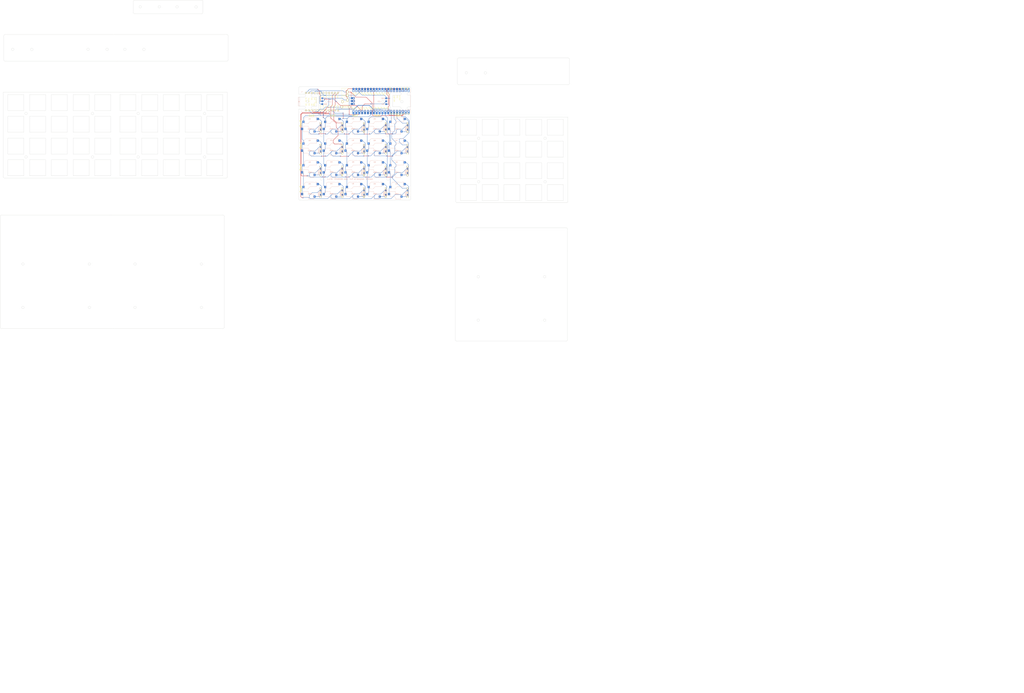
<source format=kicad_pcb>
(kicad_pcb (version 20171130) (host pcbnew "(5.1.6-0-10_14)")
  (layers (0 F.Cu signal) (31 B.Cu signal) (34 B.Paste user) (35 F.Paste user) (36 B.SilkS user) (37 F.SilkS user) (38 B.Mask user) (39 F.Mask user) (44 Edge.Cuts user))
  (net 0 "")
  (net 1 "Net-(D1-Pad1)")
  (net 2 "Net-(D2-Pad1)")
  (net 3 "Net-(D3-Pad1)")
  (net 4 "Net-(D4-Pad1)")
  (net 5 "Net-(D5-Pad1)")
  (net 6 "Net-(D6-Pad1)")
  (net 7 "Net-(D7-Pad1)")
  (net 8 "Net-(D8-Pad1)")
  (net 9 "Net-(D9-Pad1)")
  (net 10 "Net-(D10-Pad1)")
  (net 11 "Net-(D11-Pad1)")
  (net 12 "Net-(D12-Pad1)")
  (net 13 "Net-(D13-Pad1)")
  (net 14 "Net-(D14-Pad1)")
  (net 15 "Net-(D15-Pad1)")
  (net 16 "Net-(D16-Pad1)")
  (net 17 "Net-(D17-Pad1)")
  (net 18 "Net-(D18-Pad1)")
  (net 19 "Net-(D19-Pad1)")
  (net 20 "Net-(D20-Pad1)")
  (net 21 "Net-(SW21-Pad1)")
  (net 22 row0)
  (net 23 row1)
  (net 24 row2)
  (net 25 row3)
  (net 26 col0)
  (net 27 col1)
  (net 28 col2)
  (net 29 col3)
  (net 30 "Net-(U1-Pad24)")
  (net 31 GND)
  (net 32 "Net-(U1-Pad20)")
  (net 33 "Net-(U1-Pad6)")
  (net 34 "Net-(U1-Pad5)")
  (net 35 "Net-(U1-Pad10)")
  (net 36 "Net-(U1-Pad9)")
  (net 37 "Net-(U1-Pad8)")
  (net 38 "Net-(U1-Pad7)")
  (net 39 data)
  (net 40 VCC)
  (net 41 "Net-(J1-PadA)")
  (net 42 LED)
  (net 43 "Net-(U2-Pad1)")
  (net 44 col4)
  (net 45 "Net-(U2-Pad11)")
  (net 46 "Net-(U2-Pad12)")
  (net 47 "Net-(U2-Pad15)")
  (net 48 "Net-(U2-Pad16)")
  (net 49 "Net-(U2-Pad21)")
  (net 50 "Net-(U2-Pad22)")
  (net 51 "Net-(U2-Pad24)")
  (net 52 "Net-(U2-Pad25)")
  (net 53 "Net-(U2-Pad26)")
  (net 54 "Net-(U2-Pad27)")
  (net 55 "Net-(U2-Pad29)")
  (net 56 "Net-(U2-Pad30)")
  (net 57 "Net-(U2-Pad31)")
  (net 58 "Net-(U2-Pad32)")
  (net 59 "Net-(U2-Pad34)")
  (net 60 "Net-(U2-Pad35)")
  (net 61 "Net-(U2-Pad36)")
  (net 62 "Net-(U2-Pad37)")
  (net 63 "Net-(U2-Pad39)")
  (module logo:ProMicro_v3_kimura (layer F.Cu) (at 9.8 -20.26 90)
    (fp_text reference U1 hide)
    (fp_text value ProMicro hide)
    (fp_text user RAW (at -2.61 -14.39 90 unlocked) (layer F.SilkS) (effects (font (size 0.75 0.67) (thickness 0.125))))
    (fp_text user GND (at -2.51 -11.7 90 unlocked) (layer F.SilkS) (effects (font (size 0.75 0.67) (thickness 0.125))))
    (fp_text user RST (at -2.56 -9.35 90 unlocked) (layer F.SilkS) (effects (font (size 0.75 0.67) (thickness 0.125))))
    (fp_text user VCC (at -2.76 -7.89 90 unlocked) (layer F.SilkS) (effects (font (size 0.75 0.67) (thickness 0.125))))
    (fp_text user A3/F4 (at -2.17 -6.86 90 unlocked) (layer F.SilkS) (effects (font (size 0.75 0.67) (thickness 0.125))))
    (fp_text user A2/F5 (at -4.395 -1.75 90 unlocked) (layer F.SilkS) (effects (font (size 0.75 0.67) (thickness 0.125))))
    (fp_text user A1/F6 (at -4.395 0.75 90 unlocked) (layer F.SilkS) (effects (font (size 0.75 0.67) (thickness 0.125))))
    (fp_text user A0/F7 (at -4.395 3.3 90 unlocked) (layer F.SilkS) (effects (font (size 0.75 0.67) (thickness 0.125))))
    (fp_text user 15/B1 (at -4.395 5.85 90 unlocked) (layer F.SilkS) (effects (font (size 0.75 0.67) (thickness 0.125))))
    (fp_text user 14/B3 (at -4.395 8.4 90 unlocked) (layer F.SilkS) (effects (font (size 0.75 0.67) (thickness 0.125))))
    (fp_text user 10/B6 (at -4.36 13.57 90 unlocked) (layer F.SilkS) (effects (font (size 0.75 0.67) (thickness 0.125))))
    (fp_text user 16/B2 (at -4.395 10.95 90 unlocked) (layer F.SilkS) (effects (font (size 0.75 0.67) (thickness 0.125))))
    (fp_text user E6/7 (at 4.95 8.35 90 unlocked) (layer F.SilkS) (effects (font (size 0.75 0.67) (thickness 0.125))))
    (fp_text user D7/6 (at 5.17 5.79 90 unlocked) (layer F.SilkS) (effects (font (size 0.75 0.67) (thickness 0.125))))
    (fp_text user GND (at 2.48 -9.43 90 unlocked) (layer F.SilkS) (effects (font (size 0.75 0.67) (thickness 0.125))))
    (fp_text user GND (at 2.42 -6.91 90 unlocked) (layer F.SilkS) (effects (font (size 0.75 0.67) (thickness 0.125))))
    (fp_text user D3/TX0 (at 1.7 -14.49 90 unlocked) (layer F.SilkS) (effects (font (size 0.75 0.67) (thickness 0.125))))
    (fp_text user D4/4 (at 5.11 0.82 90 unlocked) (layer F.SilkS) (effects (font (size 0.75 0.67) (thickness 0.125))))
    (fp_text user SDA/D1/2 (at 1.17 -5.69 90 unlocked) (layer F.SilkS) (effects (font (size 0.75 0.67) (thickness 0.125))))
    (fp_text user SCL/D0/3 (at 3.455 -1.9 90 unlocked) (layer F.SilkS) (effects (font (size 0.75 0.67) (thickness 0.125))))
    (fp_text user C6/5 (at 5.17 3.43 90 unlocked) (layer F.SilkS) (effects (font (size 0.75 0.67) (thickness 0.125))))
    (fp_text user B5/9 (at 4.705 13.3 90 unlocked) (layer F.SilkS) (effects (font (size 0.75 0.67) (thickness 0.125))))
    (fp_text user D2/RX1 (at 1.49 -11.98 90 unlocked) (layer F.SilkS) (effects (font (size 0.75 0.67) (thickness 0.125))))
    (fp_text user B4/8 (at 5.01 10.8 90 unlocked) (layer F.SilkS) (effects (font (size 0.75 0.67) (thickness 0.125))))
    (pad 24 thru_hole circle (at -7.6086 -14.478 90) (size 1.524 1.524) (drill 0.8128) (layers *.Cu F.SilkS B.Mask) (net 30 "Net-(U1-Pad24)"))
    (pad 23 thru_hole circle (at -7.6086 -11.938 90) (size 1.524 1.524) (drill 0.8128) (layers *.Cu F.SilkS B.Mask) (net 31 GND))
    (pad 22 thru_hole circle (at -7.6086 -9.398 90) (size 1.524 1.524) (drill 0.8128) (layers *.Cu F.SilkS B.Mask) (net 21 "Net-(SW21-Pad1)"))
    (pad 21 thru_hole circle (at -7.6086 -6.858 90) (size 1.524 1.524) (drill 0.8128) (layers *.Cu F.SilkS B.Mask) (net 40 VCC))
    (pad 20 thru_hole circle (at -7.6086 -4.318 90) (size 1.524 1.524) (drill 0.8128) (layers *.Cu F.SilkS B.Mask) (net 32 "Net-(U1-Pad20)"))
    (pad 19 thru_hole circle (at -7.6086 -1.778 90) (size 1.524 1.524) (drill 0.8128) (layers *.Cu F.SilkS B.Mask) (net 26 col0))
    (pad 18 thru_hole circle (at -7.6086 0.762 90) (size 1.524 1.524) (drill 0.8128) (layers *.Cu F.SilkS B.Mask) (net 27 col1))
    (pad 17 thru_hole circle (at -7.6086 3.302 90) (size 1.524 1.524) (drill 0.8128) (layers *.Cu F.SilkS B.Mask) (net 25 row3))
    (pad 16 thru_hole circle (at -7.6086 5.842 90) (size 1.524 1.524) (drill 0.8128) (layers *.Cu F.SilkS B.Mask) (net 24 row2))
    (pad 15 thru_hole circle (at -7.6086 8.382 90) (size 1.524 1.524) (drill 0.8128) (layers *.Cu F.SilkS B.Mask) (net 28 col2))
    (pad 14 thru_hole circle (at -7.6086 10.922 90) (size 1.524 1.524) (drill 0.8128) (layers *.Cu F.SilkS B.Mask) (net 44 col4))
    (pad 13 thru_hole circle (at -7.6086 13.462 90) (size 1.524 1.524) (drill 0.8128) (layers *.Cu F.SilkS B.Mask) (net 29 col3))
    (pad 12 thru_hole circle (at 7.6114 13.462 90) (size 1.524 1.524) (drill 0.8128) (layers *.Cu F.SilkS B.Mask) (net 22 row0))
    (pad 11 thru_hole circle (at 7.6114 10.922 90) (size 1.524 1.524) (drill 0.8128) (layers *.Cu F.SilkS B.Mask) (net 23 row1))
    (pad 10 thru_hole circle (at 7.6114 8.382 90) (size 1.524 1.524) (drill 0.8128) (layers *.Cu F.SilkS B.Mask) (net 35 "Net-(U1-Pad10)"))
    (pad 9 thru_hole circle (at 7.6114 5.842 90) (size 1.524 1.524) (drill 0.8128) (layers *.Cu F.SilkS B.Mask) (net 36 "Net-(U1-Pad9)"))
    (pad 8 thru_hole circle (at 7.6114 3.302 90) (size 1.524 1.524) (drill 0.8128) (layers *.Cu F.SilkS B.Mask) (net 37 "Net-(U1-Pad8)"))
    (pad 7 thru_hole circle (at 7.6114 0.762 90) (size 1.524 1.524) (drill 0.8128) (layers *.Cu F.SilkS B.Mask) (net 38 "Net-(U1-Pad7)"))
    (pad 6 thru_hole circle (at 7.6114 -1.778 90) (size 1.524 1.524) (drill 0.8128) (layers *.Cu F.SilkS B.Mask) (net 33 "Net-(U1-Pad6)"))
    (pad 5 thru_hole circle (at 7.6114 -4.318 90) (size 1.524 1.524) (drill 0.8128) (layers *.Cu F.SilkS B.Mask) (net 34 "Net-(U1-Pad5)"))
    (pad 4 thru_hole circle (at 7.6114 -6.858 90) (size 1.524 1.524) (drill 0.8128) (layers *.Cu F.SilkS B.Mask) (net 31 GND))
    (pad 3 thru_hole circle (at 7.6114 -9.398 90) (size 1.524 1.524) (drill 0.8128) (layers *.Cu F.SilkS B.Mask) (net 31 GND))
    (pad 2 thru_hole circle (at 7.6114 -11.938 90) (size 1.524 1.524) (drill 0.8128) (layers *.Cu F.SilkS B.Mask) (net 39 data))
    (pad 1 thru_hole circle (at 7.6114 -14.478 90) (size 1.524 1.524) (drill 0.8128) (layers *.Cu F.SilkS B.Mask) (net 42 LED))
  )
  (module kbd:ResetSW_1side (layer F.Cu) (at 29.93 -15.58 180)
    (fp_text reference SW21 hide)
    (fp_text value SW_PUSH)
    (fp_text user RESET (at 0 0) (layer F.SilkS))
    (pad 2 thru_hole circle (at -3.25 0 180) (size 2 2) (drill 1.3) (layers *.Cu F.SilkS B.Mask) (net 31 GND))
    (pad 1 thru_hole circle (at 3.25 0 180) (size 2 2) (drill 1.3) (layers *.Cu F.SilkS B.Mask) (net 21 "Net-(SW21-Pad1)"))
  )
  (module Pico:RPi_Pico_SMD_TH (layer B.Cu) (at 61.07 -20.77 90)
    (fp_text reference U2 hide)
    (fp_text value PICO_RP2040)
    (fp_text user GP1 (at -11.15 21.57 -45) (layer F.SilkS) (effects (font (size 0.8 0.8))))
    (fp_text user GP2 (at -11.15 16.48 -45) (layer F.SilkS) (effects (font (size 0.8 0.8))))
    (fp_text user GP0 (at -11.05 24.1 -45) (layer F.SilkS) (effects (font (size 0.8 0.8))))
    (fp_text user GP3 (at -11.05 13.94 -45) (layer F.SilkS) (effects (font (size 0.8 0.8))))
    (fp_text user GP4 (at -11.05 11.4 -45) (layer F.SilkS) (effects (font (size 0.8 0.8))))
    (fp_text user GP5 (at -11.05 8.86 -45) (layer F.SilkS) (effects (font (size 0.8 0.8))))
    (fp_text user GP6 (at -6.19 3.1 -45) (layer F.SilkS) (effects (font (size 0.8 0.8))))
    (fp_text user GP7 (at -6.09 0.59 -45) (layer F.SilkS) (effects (font (size 0.8 0.8))))
    (fp_text user GP8 (at -6.19 -1.98 -45) (layer F.SilkS) (effects (font (size 0.8 0.8))))
    (fp_text user GP9 (at -6.19 -4.52 -45) (layer F.SilkS) (effects (font (size 0.8 0.8))))
    (fp_text user GP10 (at -6.444 -9.6 -45) (layer F.SilkS) (effects (font (size 0.8 0.8))))
    (fp_text user GP11 (at -6.59 -12.14 -45) (layer F.SilkS) (effects (font (size 0.8 0.8))))
    (fp_text user GP12 (at -6.59 -14.68 -45) (layer F.SilkS) (effects (font (size 0.8 0.8))))
    (fp_text user GP13 (at -6.444 -17.22 -45) (layer F.SilkS) (effects (font (size 0.8 0.8))))
    (fp_text user GP14 (at -6.49 -22.3 -45) (layer F.SilkS) (effects (font (size 0.8 0.8))))
    (fp_text user GP15 (at -6.444 -24.84 -45) (layer F.SilkS) (effects (font (size 0.8 0.8))))
    (fp_text user GP16 (at 6.26 -23.95 -45) (layer F.SilkS) (effects (font (size 0.8 0.8))))
    (fp_text user GP17 (at 6.47 -21.74 -45) (layer F.SilkS) (effects (font (size 0.8 0.8))))
    (fp_text user GP18 (at 6.55 -16.41 -45) (layer F.SilkS) (effects (font (size 0.8 0.8))))
    (fp_text user GP19 (at 6.4 -13.92 -45) (layer F.SilkS) (effects (font (size 0.8 0.8))))
    (fp_text user GP20 (at 6.55 -11.29 -45) (layer F.SilkS) (effects (font (size 0.8 0.8))))
    (fp_text user GP21 (at 6.434 -8.69 -45) (layer F.SilkS) (effects (font (size 0.8 0.8))))
    (fp_text user GP22 (at 6.434 -3.6 -45) (layer F.SilkS) (effects (font (size 0.8 0.8))))
    (fp_text user RUN (at 6.38 -1.06 -45) (layer F.SilkS) (effects (font (size 0.8 0.8))))
    (fp_text user GP26 (at 6.434 1.48 -45) (layer F.SilkS) (effects (font (size 0.8 0.8))))
    (fp_text user GP27 (at 6.434 4.01 -45) (layer F.SilkS) (effects (font (size 0.8 0.8))))
    (fp_text user GP28 (at 11.11 8.16 135) (layer F.SilkS) (effects (font (size 0.8 0.8))))
    (fp_text user ADC_VREF (at 2.14 11.71 90) (layer F.SilkS) (effects (font (size 0.8 0.8))))
    (fp_text user 3V3 (at 3.67 14.22 90) (layer F.SilkS) (effects (font (size 0.8 0.8))))
    (fp_text user 3V3_EN (at 2.75 16.43 270) (layer F.SilkS) (effects (font (size 0.8 0.8))))
    (fp_text user VSYS (at 10.98 20.95 135) (layer F.SilkS) (effects (font (size 0.8 0.8))))
    (fp_text user VBUS (at 11.05 23.57 135) (layer F.SilkS) (effects (font (size 0.8 0.8))))
    (fp_text user GND (at -11.05 19.02 -45) (layer F.SilkS) (effects (font (size 0.8 0.8))))
    (fp_text user GND (at -6.19 5.64 -45) (layer F.SilkS) (effects (font (size 0.8 0.8))))
    (fp_text user GND (at -6.19 -7.06 -45) (layer F.SilkS) (effects (font (size 0.8 0.8))))
    (fp_text user GND (at -6.19 -19.76 -45) (layer F.SilkS) (effects (font (size 0.8 0.8))))
    (fp_text user GND (at 6.62 -19.25 -45) (layer F.SilkS) (effects (font (size 0.8 0.8))))
    (fp_text user GND (at 6.18 -6.14 -45) (layer F.SilkS) (effects (font (size 0.8 0.8))))
    (fp_text user GND (at 10.73 18.27 135) (layer F.SilkS) (effects (font (size 0.8 0.8))))
    (fp_text user AGND (at 6.434 6.56 -45) (layer F.SilkS) (effects (font (size 0.8 0.8))))
    (fp_text user SWCLK (at -5.7 -26.2 90) (layer B.SilkS) (effects (font (size 0.8 0.8)) (justify mirror)))
    (fp_text user SWDIO (at 5.6 -26.2 90) (layer B.SilkS) (effects (font (size 0.8 0.8)) (justify mirror)))
    (pad 1 thru_hole oval (at -8.89 24.13 90) (size 1.7 1.7) (drill 1.02) (layers *.Cu *.Mask) (net 43 "Net-(U2-Pad1)"))
    (pad 2 thru_hole oval (at -8.89 21.59 90) (size 1.7 1.7) (drill 1.02) (layers *.Cu *.Mask) (net 39 data))
    (pad 3 thru_hole rect (at -8.89 19.05 90) (size 1.7 1.7) (drill 1.02) (layers *.Cu *.Mask) (net 31 GND))
    (pad 4 thru_hole oval (at -8.89 16.51 90) (size 1.7 1.7) (drill 1.02) (layers *.Cu *.Mask) (net 23 row1))
    (pad 5 thru_hole oval (at -8.89 13.97 90) (size 1.7 1.7) (drill 1.02) (layers *.Cu *.Mask) (net 22 row0))
    (pad 6 thru_hole oval (at -8.89 11.43 90) (size 1.7 1.7) (drill 1.02) (layers *.Cu *.Mask) (net 25 row3))
    (pad 7 thru_hole oval (at -8.89 8.89 90) (size 1.7 1.7) (drill 1.02) (layers *.Cu *.Mask) (net 44 col4))
    (pad 8 thru_hole rect (at -8.89 6.35 90) (size 1.7 1.7) (drill 1.02) (layers *.Cu *.Mask) (net 31 GND))
    (pad 9 thru_hole oval (at -8.89 3.81 90) (size 1.7 1.7) (drill 1.02) (layers *.Cu *.Mask) (net 24 row2))
    (pad 10 thru_hole oval (at -8.89 1.27 90) (size 1.7 1.7) (drill 1.02) (layers *.Cu *.Mask) (net 29 col3))
    (pad 11 thru_hole oval (at -8.89 -1.27 90) (size 1.7 1.7) (drill 1.02) (layers *.Cu *.Mask) (net 45 "Net-(U2-Pad11)"))
    (pad 12 thru_hole oval (at -8.89 -3.81 90) (size 1.7 1.7) (drill 1.02) (layers *.Cu *.Mask) (net 46 "Net-(U2-Pad12)"))
    (pad 13 thru_hole rect (at -8.89 -6.35 90) (size 1.7 1.7) (drill 1.02) (layers *.Cu *.Mask) (net 31 GND))
    (pad 14 thru_hole oval (at -8.89 -8.89 90) (size 1.7 1.7) (drill 1.02) (layers *.Cu *.Mask) (net 28 col2))
    (pad 15 thru_hole oval (at -8.89 -11.43 90) (size 1.7 1.7) (drill 1.02) (layers *.Cu *.Mask) (net 47 "Net-(U2-Pad15)"))
    (pad 16 thru_hole oval (at -8.89 -13.97 90) (size 1.7 1.7) (drill 1.02) (layers *.Cu *.Mask) (net 48 "Net-(U2-Pad16)"))
    (pad 17 thru_hole oval (at -8.89 -16.51 90) (size 1.7 1.7) (drill 1.02) (layers *.Cu *.Mask) (net 42 LED))
    (pad 18 thru_hole rect (at -8.89 -19.05 90) (size 1.7 1.7) (drill 1.02) (layers *.Cu *.Mask) (net 31 GND))
    (pad 19 thru_hole oval (at -8.89 -21.59 90) (size 1.7 1.7) (drill 1.02) (layers *.Cu *.Mask) (net 27 col1))
    (pad 20 thru_hole oval (at -8.89 -24.13 90) (size 1.7 1.7) (drill 1.02) (layers *.Cu *.Mask) (net 26 col0))
    (pad 21 thru_hole oval (at 8.89 -24.13 90) (size 1.7 1.7) (drill 1.02) (layers *.Cu *.Mask) (net 49 "Net-(U2-Pad21)"))
    (pad 22 thru_hole oval (at 8.89 -21.59 90) (size 1.7 1.7) (drill 1.02) (layers *.Cu *.Mask) (net 50 "Net-(U2-Pad22)"))
    (pad 23 thru_hole rect (at 8.89 -19.05 90) (size 1.7 1.7) (drill 1.02) (layers *.Cu *.Mask) (net 31 GND))
    (pad 24 thru_hole oval (at 8.89 -16.51 90) (size 1.7 1.7) (drill 1.02) (layers *.Cu *.Mask) (net 51 "Net-(U2-Pad24)"))
    (pad 25 thru_hole oval (at 8.89 -13.97 90) (size 1.7 1.7) (drill 1.02) (layers *.Cu *.Mask) (net 52 "Net-(U2-Pad25)"))
    (pad 26 thru_hole oval (at 8.89 -11.43 90) (size 1.7 1.7) (drill 1.02) (layers *.Cu *.Mask) (net 53 "Net-(U2-Pad26)"))
    (pad 27 thru_hole oval (at 8.89 -8.89 90) (size 1.7 1.7) (drill 1.02) (layers *.Cu *.Mask) (net 54 "Net-(U2-Pad27)"))
    (pad 28 thru_hole rect (at 8.89 -6.35 90) (size 1.7 1.7) (drill 1.02) (layers *.Cu *.Mask) (net 31 GND))
    (pad 29 thru_hole oval (at 8.89 -3.81 90) (size 1.7 1.7) (drill 1.02) (layers *.Cu *.Mask) (net 55 "Net-(U2-Pad29)"))
    (pad 30 thru_hole oval (at 8.89 -1.27 90) (size 1.7 1.7) (drill 1.02) (layers *.Cu *.Mask) (net 56 "Net-(U2-Pad30)"))
    (pad 31 thru_hole oval (at 8.89 1.27 90) (size 1.7 1.7) (drill 1.02) (layers *.Cu *.Mask) (net 57 "Net-(U2-Pad31)"))
    (pad 32 thru_hole oval (at 8.89 3.81 90) (size 1.7 1.7) (drill 1.02) (layers *.Cu *.Mask) (net 58 "Net-(U2-Pad32)"))
    (pad 33 thru_hole rect (at 8.89 6.35 90) (size 1.7 1.7) (drill 1.02) (layers *.Cu *.Mask) (net 31 GND))
    (pad 34 thru_hole oval (at 8.89 8.89 90) (size 1.7 1.7) (drill 1.02) (layers *.Cu *.Mask) (net 59 "Net-(U2-Pad34)"))
    (pad 35 thru_hole oval (at 8.89 11.43 90) (size 1.7 1.7) (drill 1.02) (layers *.Cu *.Mask) (net 60 "Net-(U2-Pad35)"))
    (pad 36 thru_hole oval (at 8.89 13.97 90) (size 1.7 1.7) (drill 1.02) (layers *.Cu *.Mask) (net 61 "Net-(U2-Pad36)"))
    (pad 37 thru_hole oval (at 8.89 16.51 90) (size 1.7 1.7) (drill 1.02) (layers *.Cu *.Mask) (net 62 "Net-(U2-Pad37)"))
    (pad 38 thru_hole rect (at 8.89 19.05 90) (size 1.7 1.7) (drill 1.02) (layers *.Cu *.Mask) (net 31 GND))
    (pad 39 thru_hole oval (at 8.89 21.59 90) (size 1.7 1.7) (drill 1.02) (layers *.Cu *.Mask) (net 63 "Net-(U2-Pad39)"))
    (pad 40 thru_hole oval (at 8.89 24.13 90) (size 1.7 1.7) (drill 1.02) (layers *.Cu *.Mask) (net 40 VCC))
    (pad 1 smd rect (at -8.89 24.13 90) (size 3.5 1.7) (drill (offset -0.9 0)) (layers B.Cu B.Mask) (net 43 "Net-(U2-Pad1)"))
    (pad 2 smd rect (at -8.89 21.59 90) (size 3.5 1.7) (drill (offset -0.9 0)) (layers B.Cu B.Mask) (net 39 data))
    (pad 3 smd rect (at -8.89 19.05 90) (size 3.5 1.7) (drill (offset -0.9 0)) (layers B.Cu B.Mask) (net 31 GND))
    (pad 4 smd rect (at -8.89 16.51 90) (size 3.5 1.7) (drill (offset -0.9 0)) (layers B.Cu B.Mask) (net 23 row1))
    (pad 5 smd rect (at -8.89 13.97 90) (size 3.5 1.7) (drill (offset -0.9 0)) (layers B.Cu B.Mask) (net 22 row0))
    (pad 6 smd rect (at -8.89 11.43 90) (size 3.5 1.7) (drill (offset -0.9 0)) (layers B.Cu B.Mask) (net 25 row3))
    (pad 7 smd rect (at -8.89 8.89 90) (size 3.5 1.7) (drill (offset -0.9 0)) (layers B.Cu B.Mask) (net 44 col4))
    (pad 8 smd rect (at -8.89 6.35 90) (size 3.5 1.7) (drill (offset -0.9 0)) (layers B.Cu B.Mask) (net 31 GND))
    (pad 9 smd rect (at -8.89 3.81 90) (size 3.5 1.7) (drill (offset -0.9 0)) (layers B.Cu B.Mask) (net 24 row2))
    (pad 10 smd rect (at -8.89 1.27 90) (size 3.5 1.7) (drill (offset -0.9 0)) (layers B.Cu B.Mask) (net 29 col3))
    (pad 11 smd rect (at -8.89 -1.27 90) (size 3.5 1.7) (drill (offset -0.9 0)) (layers B.Cu B.Mask) (net 45 "Net-(U2-Pad11)"))
    (pad 12 smd rect (at -8.89 -3.81 90) (size 3.5 1.7) (drill (offset -0.9 0)) (layers B.Cu B.Mask) (net 46 "Net-(U2-Pad12)"))
    (pad 13 smd rect (at -8.89 -6.35 90) (size 3.5 1.7) (drill (offset -0.9 0)) (layers B.Cu B.Mask) (net 31 GND))
    (pad 14 smd rect (at -8.89 -8.89 90) (size 3.5 1.7) (drill (offset -0.9 0)) (layers B.Cu B.Mask) (net 28 col2))
    (pad 15 smd rect (at -8.89 -11.43 90) (size 3.5 1.7) (drill (offset -0.9 0)) (layers B.Cu B.Mask) (net 47 "Net-(U2-Pad15)"))
    (pad 16 smd rect (at -8.89 -13.97 90) (size 3.5 1.7) (drill (offset -0.9 0)) (layers B.Cu B.Mask) (net 48 "Net-(U2-Pad16)"))
    (pad 17 smd rect (at -8.89 -16.51 90) (size 3.5 1.7) (drill (offset -0.9 0)) (layers B.Cu B.Mask) (net 42 LED))
    (pad 18 smd rect (at -8.89 -19.05 90) (size 3.5 1.7) (drill (offset -0.9 0)) (layers B.Cu B.Mask) (net 31 GND))
    (pad 19 smd rect (at -8.89 -21.59 90) (size 3.5 1.7) (drill (offset -0.9 0)) (layers B.Cu B.Mask) (net 27 col1))
    (pad 20 smd rect (at -8.89 -24.13 90) (size 3.5 1.7) (drill (offset -0.9 0)) (layers B.Cu B.Mask) (net 26 col0))
    (pad 40 smd rect (at 8.89 24.13 90) (size 3.5 1.7) (drill (offset 0.9 0)) (layers B.Cu B.Mask) (net 40 VCC))
    (pad 39 smd rect (at 8.89 21.59 90) (size 3.5 1.7) (drill (offset 0.9 0)) (layers B.Cu B.Mask) (net 63 "Net-(U2-Pad39)"))
    (pad 38 smd rect (at 8.89 19.05 90) (size 3.5 1.7) (drill (offset 0.9 0)) (layers B.Cu B.Mask) (net 31 GND))
    (pad 37 smd rect (at 8.89 16.51 90) (size 3.5 1.7) (drill (offset 0.9 0)) (layers B.Cu B.Mask) (net 62 "Net-(U2-Pad37)"))
    (pad 36 smd rect (at 8.89 13.97 90) (size 3.5 1.7) (drill (offset 0.9 0)) (layers B.Cu B.Mask) (net 61 "Net-(U2-Pad36)"))
    (pad 35 smd rect (at 8.89 11.43 90) (size 3.5 1.7) (drill (offset 0.9 0)) (layers B.Cu B.Mask) (net 60 "Net-(U2-Pad35)"))
    (pad 34 smd rect (at 8.89 8.89 90) (size 3.5 1.7) (drill (offset 0.9 0)) (layers B.Cu B.Mask) (net 59 "Net-(U2-Pad34)"))
    (pad 33 smd rect (at 8.89 6.35 90) (size 3.5 1.7) (drill (offset 0.9 0)) (layers B.Cu B.Mask) (net 31 GND))
    (pad 32 smd rect (at 8.89 3.81 90) (size 3.5 1.7) (drill (offset 0.9 0)) (layers B.Cu B.Mask) (net 58 "Net-(U2-Pad32)"))
    (pad 31 smd rect (at 8.89 1.27 90) (size 3.5 1.7) (drill (offset 0.9 0)) (layers B.Cu B.Mask) (net 57 "Net-(U2-Pad31)"))
    (pad 30 smd rect (at 8.89 -1.27 90) (size 3.5 1.7) (drill (offset 0.9 0)) (layers B.Cu B.Mask) (net 56 "Net-(U2-Pad30)"))
    (pad 29 smd rect (at 8.89 -3.81 90) (size 3.5 1.7) (drill (offset 0.9 0)) (layers B.Cu B.Mask) (net 55 "Net-(U2-Pad29)"))
    (pad 28 smd rect (at 8.89 -6.35 90) (size 3.5 1.7) (drill (offset 0.9 0)) (layers B.Cu B.Mask) (net 31 GND))
    (pad 27 smd rect (at 8.89 -8.89 90) (size 3.5 1.7) (drill (offset 0.9 0)) (layers B.Cu B.Mask) (net 54 "Net-(U2-Pad27)"))
    (pad 26 smd rect (at 8.89 -11.43 90) (size 3.5 1.7) (drill (offset 0.9 0)) (layers B.Cu B.Mask) (net 53 "Net-(U2-Pad26)"))
    (pad 25 smd rect (at 8.89 -13.97 90) (size 3.5 1.7) (drill (offset 0.9 0)) (layers B.Cu B.Mask) (net 52 "Net-(U2-Pad25)"))
    (pad 24 smd rect (at 8.89 -16.51 90) (size 3.5 1.7) (drill (offset 0.9 0)) (layers B.Cu B.Mask) (net 51 "Net-(U2-Pad24)"))
    (pad 23 smd rect (at 8.89 -19.05 90) (size 3.5 1.7) (drill (offset 0.9 0)) (layers B.Cu B.Mask) (net 31 GND))
    (pad 22 smd rect (at 8.89 -21.59 90) (size 3.5 1.7) (drill (offset 0.9 0)) (layers B.Cu B.Mask) (net 50 "Net-(U2-Pad22)"))
    (pad 21 smd rect (at 8.89 -24.13 90) (size 3.5 1.7) (drill (offset 0.9 0)) (layers B.Cu B.Mask) (net 49 "Net-(U2-Pad21)"))
    (pad "" np_thru_hole oval (at -2.725 24 90) (size 1.8 1.8) (drill 1.8) (layers *.Cu *.Mask))
    (pad "" np_thru_hole oval (at 2.725 24 90) (size 1.8 1.8) (drill 1.8) (layers *.Cu *.Mask))
    (pad "" np_thru_hole oval (at -2.425 20.97 90) (size 1.5 1.5) (drill 1.5) (layers *.Cu *.Mask))
    (pad "" np_thru_hole oval (at 2.425 20.97 90) (size 1.5 1.5) (drill 1.5) (layers *.Cu *.Mask))
    (pad 41 smd rect (at -2.54 -23.9) (size 3.5 1.7) (drill (offset -0.9 0)) (layers B.Cu B.Mask))
    (pad 41 thru_hole oval (at -2.54 -23.9 90) (size 1.7 1.7) (drill 1.02) (layers *.Cu *.Mask))
    (pad 42 smd rect (at 0 -23.9) (size 3.5 1.7) (drill (offset -0.9 0)) (layers B.Cu B.Mask))
    (pad 42 thru_hole rect (at 0 -23.9 90) (size 1.7 1.7) (drill 1.02) (layers *.Cu *.Mask))
    (pad 43 smd rect (at 2.54 -23.9) (size 3.5 1.7) (drill (offset -0.9 0)) (layers B.Cu B.Mask))
    (pad 43 thru_hole oval (at 2.54 -23.9 90) (size 1.7 1.7) (drill 1.02) (layers *.Cu *.Mask))
  )
  (module kbd:MJ-4PP-9_1side (layer F.Cu) (at 29.49 -32.03)
    (fp_text reference J1)
    (fp_text value MJ-4PP-9 hide)
    (fp_text user TRRS (at -0.75 6.45) (layer F.SilkS))
    (pad "" np_thru_hole circle (at 0 1.5) (size 1.2 1.2) (drill 1.2) (layers *.Cu *.Mask F.SilkS))
    (pad "" np_thru_hole circle (at 0 8.5) (size 1.2 1.2) (drill 1.2) (layers *.Cu *.Mask F.SilkS))
    (pad B thru_hole oval (at 2.1 3.3) (size 1.7 2.5) (drill oval 1 1.5) (layers *.Cu F.SilkS B.Mask) (net 39 data))
    (pad C thru_hole oval (at 2.1 6.3) (size 1.7 2.5) (drill oval 1 1.5) (layers *.Cu F.SilkS B.Mask) (net 31 GND))
    (pad D thru_hole oval (at 2.1 10.3) (size 1.7 2.5) (drill oval 1 1.5) (layers *.Cu F.SilkS B.Mask) (net 40 VCC) (clearance 0.15))
    (pad A thru_hole oval (at -2.1 11.8) (size 1.7 2.5) (drill oval 1 1.5) (layers *.Cu F.SilkS B.Mask) (net 41 "Net-(J1-PadA)") (clearance 0.15))
  )
  (module kbd:StripLED_1side (layer B.Cu) (at 9.62 -18.08)
    (fp_text reference J2 hide)
    (fp_text value LED hide)
    (fp_text user VCC (at 2.56 -4.97) (layer B.SilkS) (effects (justify mirror)))
    (fp_text user LED (at 6.34 -2.12) (layer B.SilkS) (effects (justify mirror)))
    (fp_text user GND (at 2.8 0.02) (layer B.SilkS) (effects (justify mirror)))
    (pad 3 smd rect (at 0 -5.08) (size 1.524 1.524) (layers B.Cu B.Mask) (net 40 VCC))
    (pad 2 smd rect (at 0 -2.54) (size 1.524 1.524) (layers B.Cu B.Mask) (net 42 LED))
    (pad 1 smd rect (at 0 0) (size 1.524 1.524) (layers B.Cu B.Mask) (net 31 GND))
  )
  (module kbd:CherryMX_MidHeight_Choc_Hotswap_katagawa (layer F.Cu) (at 57.15 19.05)
    (fp_text reference SW9 hide)
    (fp_text value SW_PUSH hide)
    (pad "" np_thru_hole circle (at 4.5 0) (size 1.7 1.7) (drill 1.7) (layers *.Cu *.Mask))
    (pad "" np_thru_hole circle (at -4.5 0) (size 1.7 1.7) (drill 1.7) (layers *.Cu *.Mask))
    (pad 1 smd rect (at -8.1 3.7 180) (size 2 2) (layers B.Cu B.Paste B.Mask) (net 29 col3))
    (pad 2 smd rect (at 2.8 5.9 180) (size 1.9 2) (layers B.Cu B.Paste B.Mask) (net 9 "Net-(D9-Pad1)"))
    (pad "" np_thru_hole circle (at -5 3.7 90) (size 3 3) (drill 3) (layers *.Cu *.Mask))
    (pad "" np_thru_hole circle (at 0 5.9 90) (size 3 3) (drill 3) (layers *.Cu *.Mask))
    (pad 1 smd rect (at -6.9 -2.54 180) (size 2 2) (layers B.Cu B.Paste B.Mask) (net 29 col3))
    (pad "" np_thru_hole circle (at 2.54 -5.08 180) (size 3 3) (drill 3) (layers *.Cu *.Mask))
    (pad "" np_thru_hole circle (at 0 0 90) (size 4.1 4.1) (drill 4.1) (layers *.Cu *.Mask))
    (pad "" np_thru_hole circle (at -5.5 0 90) (size 1.9 1.9) (drill 1.9) (layers *.Cu *.Mask))
    (pad "" np_thru_hole circle (at 5.5 0 90) (size 1.9 1.9) (drill 1.9) (layers *.Cu *.Mask))
    (pad "" np_thru_hole circle (at 5.08 0) (size 1.7 1.7) (drill 1.7) (layers *.Cu *.Mask))
    (pad "" np_thru_hole circle (at -5.08 0) (size 1.7 1.7) (drill 1.7) (layers *.Cu *.Mask))
    (pad "" np_thru_hole circle (at -3.81 -2.54 180) (size 3 3) (drill 3) (layers *.Cu *.Mask))
    (pad 2 smd rect (at 5.6 -5.08 180) (size 2 2) (layers B.Cu B.Paste B.Mask) (net 9 "Net-(D9-Pad1)"))
  )
  (module kbd:CherryMX_MidHeight_Choc_Hotswap_katagawa (layer F.Cu) (at 76.2 19.05)
    (fp_text reference SW10 hide)
    (fp_text value SW_PUSH hide)
    (pad "" np_thru_hole circle (at 4.5 0) (size 1.7 1.7) (drill 1.7) (layers *.Cu *.Mask))
    (pad "" np_thru_hole circle (at -4.5 0) (size 1.7 1.7) (drill 1.7) (layers *.Cu *.Mask))
    (pad 1 smd rect (at -8.1 3.7 180) (size 2 2) (layers B.Cu B.Paste B.Mask) (net 44 col4))
    (pad 2 smd rect (at 2.8 5.9 180) (size 1.9 2) (layers B.Cu B.Paste B.Mask) (net 10 "Net-(D10-Pad1)"))
    (pad "" np_thru_hole circle (at -5 3.7 90) (size 3 3) (drill 3) (layers *.Cu *.Mask))
    (pad "" np_thru_hole circle (at 0 5.9 90) (size 3 3) (drill 3) (layers *.Cu *.Mask))
    (pad 1 smd rect (at -6.9 -2.54 180) (size 2 2) (layers B.Cu B.Paste B.Mask) (net 44 col4))
    (pad "" np_thru_hole circle (at 2.54 -5.08 180) (size 3 3) (drill 3) (layers *.Cu *.Mask))
    (pad "" np_thru_hole circle (at 0 0 90) (size 4.1 4.1) (drill 4.1) (layers *.Cu *.Mask))
    (pad "" np_thru_hole circle (at -5.5 0 90) (size 1.9 1.9) (drill 1.9) (layers *.Cu *.Mask))
    (pad "" np_thru_hole circle (at 5.5 0 90) (size 1.9 1.9) (drill 1.9) (layers *.Cu *.Mask))
    (pad "" np_thru_hole circle (at 5.08 0) (size 1.7 1.7) (drill 1.7) (layers *.Cu *.Mask))
    (pad "" np_thru_hole circle (at -5.08 0) (size 1.7 1.7) (drill 1.7) (layers *.Cu *.Mask))
    (pad "" np_thru_hole circle (at -3.81 -2.54 180) (size 3 3) (drill 3) (layers *.Cu *.Mask))
    (pad 2 smd rect (at 5.6 -5.08 180) (size 2 2) (layers B.Cu B.Paste B.Mask) (net 10 "Net-(D10-Pad1)"))
  )
  (module kbd:CherryMX_MidHeight_Choc_Hotswap_katagawa (layer F.Cu) (at 38.1 19.05)
    (fp_text reference SW8 hide)
    (fp_text value SW_PUSH hide)
    (pad "" np_thru_hole circle (at 4.5 0) (size 1.7 1.7) (drill 1.7) (layers *.Cu *.Mask))
    (pad "" np_thru_hole circle (at -4.5 0) (size 1.7 1.7) (drill 1.7) (layers *.Cu *.Mask))
    (pad 1 smd rect (at -8.1 3.7 180) (size 2 2) (layers B.Cu B.Paste B.Mask) (net 28 col2))
    (pad 2 smd rect (at 2.8 5.9 180) (size 1.9 2) (layers B.Cu B.Paste B.Mask) (net 8 "Net-(D8-Pad1)"))
    (pad "" np_thru_hole circle (at -5 3.7 90) (size 3 3) (drill 3) (layers *.Cu *.Mask))
    (pad "" np_thru_hole circle (at 0 5.9 90) (size 3 3) (drill 3) (layers *.Cu *.Mask))
    (pad 1 smd rect (at -6.9 -2.54 180) (size 2 2) (layers B.Cu B.Paste B.Mask) (net 28 col2))
    (pad "" np_thru_hole circle (at 2.54 -5.08 180) (size 3 3) (drill 3) (layers *.Cu *.Mask))
    (pad "" np_thru_hole circle (at 0 0 90) (size 4.1 4.1) (drill 4.1) (layers *.Cu *.Mask))
    (pad "" np_thru_hole circle (at -5.5 0 90) (size 1.9 1.9) (drill 1.9) (layers *.Cu *.Mask))
    (pad "" np_thru_hole circle (at 5.5 0 90) (size 1.9 1.9) (drill 1.9) (layers *.Cu *.Mask))
    (pad "" np_thru_hole circle (at 5.08 0) (size 1.7 1.7) (drill 1.7) (layers *.Cu *.Mask))
    (pad "" np_thru_hole circle (at -5.08 0) (size 1.7 1.7) (drill 1.7) (layers *.Cu *.Mask))
    (pad "" np_thru_hole circle (at -3.81 -2.54 180) (size 3 3) (drill 3) (layers *.Cu *.Mask))
    (pad 2 smd rect (at 5.6 -5.08 180) (size 2 2) (layers B.Cu B.Paste B.Mask) (net 8 "Net-(D8-Pad1)"))
  )
  (module kbd:CherryMX_MidHeight_Choc_Hotswap_katagawa (layer F.Cu) (at 19.05 19.05)
    (fp_text reference SW7 hide)
    (fp_text value SW_PUSH hide)
    (pad "" np_thru_hole circle (at 4.5 0) (size 1.7 1.7) (drill 1.7) (layers *.Cu *.Mask))
    (pad "" np_thru_hole circle (at -4.5 0) (size 1.7 1.7) (drill 1.7) (layers *.Cu *.Mask))
    (pad 1 smd rect (at -8.1 3.7 180) (size 2 2) (layers B.Cu B.Paste B.Mask) (net 27 col1))
    (pad 2 smd rect (at 2.8 5.9 180) (size 1.9 2) (layers B.Cu B.Paste B.Mask) (net 7 "Net-(D7-Pad1)"))
    (pad "" np_thru_hole circle (at -5 3.7 90) (size 3 3) (drill 3) (layers *.Cu *.Mask))
    (pad "" np_thru_hole circle (at 0 5.9 90) (size 3 3) (drill 3) (layers *.Cu *.Mask))
    (pad 1 smd rect (at -6.9 -2.54 180) (size 2 2) (layers B.Cu B.Paste B.Mask) (net 27 col1))
    (pad "" np_thru_hole circle (at 2.54 -5.08 180) (size 3 3) (drill 3) (layers *.Cu *.Mask))
    (pad "" np_thru_hole circle (at 0 0 90) (size 4.1 4.1) (drill 4.1) (layers *.Cu *.Mask))
    (pad "" np_thru_hole circle (at -5.5 0 90) (size 1.9 1.9) (drill 1.9) (layers *.Cu *.Mask))
    (pad "" np_thru_hole circle (at 5.5 0 90) (size 1.9 1.9) (drill 1.9) (layers *.Cu *.Mask))
    (pad "" np_thru_hole circle (at 5.08 0) (size 1.7 1.7) (drill 1.7) (layers *.Cu *.Mask))
    (pad "" np_thru_hole circle (at -5.08 0) (size 1.7 1.7) (drill 1.7) (layers *.Cu *.Mask))
    (pad "" np_thru_hole circle (at -3.81 -2.54 180) (size 3 3) (drill 3) (layers *.Cu *.Mask))
    (pad 2 smd rect (at 5.6 -5.08 180) (size 2 2) (layers B.Cu B.Paste B.Mask) (net 7 "Net-(D7-Pad1)"))
  )
  (module kbd:CherryMX_MidHeight_Choc_Hotswap_katagawa (layer F.Cu) (at 0 38.1)
    (fp_text reference SW11 hide)
    (fp_text value SW_PUSH hide)
    (pad "" np_thru_hole circle (at 4.5 0) (size 1.7 1.7) (drill 1.7) (layers *.Cu *.Mask))
    (pad "" np_thru_hole circle (at -4.5 0) (size 1.7 1.7) (drill 1.7) (layers *.Cu *.Mask))
    (pad 1 smd rect (at -8.1 3.7 180) (size 2 2) (layers B.Cu B.Paste B.Mask) (net 26 col0))
    (pad 2 smd rect (at 2.8 5.9 180) (size 1.9 2) (layers B.Cu B.Paste B.Mask) (net 11 "Net-(D11-Pad1)"))
    (pad "" np_thru_hole circle (at -5 3.7 90) (size 3 3) (drill 3) (layers *.Cu *.Mask))
    (pad "" np_thru_hole circle (at 0 5.9 90) (size 3 3) (drill 3) (layers *.Cu *.Mask))
    (pad 1 smd rect (at -6.9 -2.54 180) (size 2 2) (layers B.Cu B.Paste B.Mask) (net 26 col0))
    (pad "" np_thru_hole circle (at 2.54 -5.08 180) (size 3 3) (drill 3) (layers *.Cu *.Mask))
    (pad "" np_thru_hole circle (at 0 0 90) (size 4.1 4.1) (drill 4.1) (layers *.Cu *.Mask))
    (pad "" np_thru_hole circle (at -5.5 0 90) (size 1.9 1.9) (drill 1.9) (layers *.Cu *.Mask))
    (pad "" np_thru_hole circle (at 5.5 0 90) (size 1.9 1.9) (drill 1.9) (layers *.Cu *.Mask))
    (pad "" np_thru_hole circle (at 5.08 0) (size 1.7 1.7) (drill 1.7) (layers *.Cu *.Mask))
    (pad "" np_thru_hole circle (at -5.08 0) (size 1.7 1.7) (drill 1.7) (layers *.Cu *.Mask))
    (pad "" np_thru_hole circle (at -3.81 -2.54 180) (size 3 3) (drill 3) (layers *.Cu *.Mask))
    (pad 2 smd rect (at 5.6 -5.08 180) (size 2 2) (layers B.Cu B.Paste B.Mask) (net 11 "Net-(D11-Pad1)"))
  )
  (module kbd:CherryMX_MidHeight_Choc_Hotswap_katagawa (layer F.Cu) (at 19.05 57.15)
    (fp_text reference SW17 hide)
    (fp_text value SW_PUSH hide)
    (pad "" np_thru_hole circle (at 4.5 0) (size 1.7 1.7) (drill 1.7) (layers *.Cu *.Mask))
    (pad "" np_thru_hole circle (at -4.5 0) (size 1.7 1.7) (drill 1.7) (layers *.Cu *.Mask))
    (pad 1 smd rect (at -8.1 3.7 180) (size 2 2) (layers B.Cu B.Paste B.Mask) (net 27 col1))
    (pad 2 smd rect (at 2.8 5.9 180) (size 1.9 2) (layers B.Cu B.Paste B.Mask) (net 17 "Net-(D17-Pad1)"))
    (pad "" np_thru_hole circle (at -5 3.7 90) (size 3 3) (drill 3) (layers *.Cu *.Mask))
    (pad "" np_thru_hole circle (at 0 5.9 90) (size 3 3) (drill 3) (layers *.Cu *.Mask))
    (pad 1 smd rect (at -6.9 -2.54 180) (size 2 2) (layers B.Cu B.Paste B.Mask) (net 27 col1))
    (pad "" np_thru_hole circle (at 2.54 -5.08 180) (size 3 3) (drill 3) (layers *.Cu *.Mask))
    (pad "" np_thru_hole circle (at 0 0 90) (size 4.1 4.1) (drill 4.1) (layers *.Cu *.Mask))
    (pad "" np_thru_hole circle (at -5.5 0 90) (size 1.9 1.9) (drill 1.9) (layers *.Cu *.Mask))
    (pad "" np_thru_hole circle (at 5.5 0 90) (size 1.9 1.9) (drill 1.9) (layers *.Cu *.Mask))
    (pad "" np_thru_hole circle (at 5.08 0) (size 1.7 1.7) (drill 1.7) (layers *.Cu *.Mask))
    (pad "" np_thru_hole circle (at -5.08 0) (size 1.7 1.7) (drill 1.7) (layers *.Cu *.Mask))
    (pad "" np_thru_hole circle (at -3.81 -2.54 180) (size 3 3) (drill 3) (layers *.Cu *.Mask))
    (pad 2 smd rect (at 5.6 -5.08 180) (size 2 2) (layers B.Cu B.Paste B.Mask) (net 17 "Net-(D17-Pad1)"))
  )
  (module kbd:D3_TH_SMD (layer F.Cu) (at 84.29 59.59 90)
    (fp_text reference D20 hide)
    (fp_text value DIODE hide)
    (pad 2 smd rect (at 1.775 0 90) (size 1.3 0.95) (layers F.Cu F.Paste F.Mask) (net 25 row3))
    (pad 2 thru_hole circle (at 3.81 0 90) (size 1.397 1.397) (drill 0.8128) (layers *.Cu *.Mask F.SilkS) (net 25 row3))
    (pad 1 thru_hole rect (at -3.81 0 90) (size 1.397 1.397) (drill 0.8128) (layers *.Cu *.Mask F.SilkS) (net 20 "Net-(D20-Pad1)"))
    (pad 1 smd rect (at -1.775 0 90) (size 1.3 0.95) (layers B.Cu B.Paste B.Mask) (net 20 "Net-(D20-Pad1)"))
    (pad 2 smd rect (at 1.775 0 90) (size 1.3 0.95) (layers B.Cu B.Paste B.Mask) (net 25 row3))
    (pad 1 smd rect (at -1.775 0 90) (size 1.3 0.95) (layers F.Cu F.Paste F.Mask) (net 20 "Net-(D20-Pad1)"))
  )
  (module kbd:CherryMX_MidHeight_Choc_Hotswap_katagawa (layer F.Cu) (at 38.1 38.1)
    (fp_text reference SW13 hide)
    (fp_text value SW_PUSH hide)
    (pad "" np_thru_hole circle (at 4.5 0) (size 1.7 1.7) (drill 1.7) (layers *.Cu *.Mask))
    (pad "" np_thru_hole circle (at -4.5 0) (size 1.7 1.7) (drill 1.7) (layers *.Cu *.Mask))
    (pad 1 smd rect (at -8.1 3.7 180) (size 2 2) (layers B.Cu B.Paste B.Mask) (net 28 col2))
    (pad 2 smd rect (at 2.8 5.9 180) (size 1.9 2) (layers B.Cu B.Paste B.Mask) (net 13 "Net-(D13-Pad1)"))
    (pad "" np_thru_hole circle (at -5 3.7 90) (size 3 3) (drill 3) (layers *.Cu *.Mask))
    (pad "" np_thru_hole circle (at 0 5.9 90) (size 3 3) (drill 3) (layers *.Cu *.Mask))
    (pad 1 smd rect (at -6.9 -2.54 180) (size 2 2) (layers B.Cu B.Paste B.Mask) (net 28 col2))
    (pad "" np_thru_hole circle (at 2.54 -5.08 180) (size 3 3) (drill 3) (layers *.Cu *.Mask))
    (pad "" np_thru_hole circle (at 0 0 90) (size 4.1 4.1) (drill 4.1) (layers *.Cu *.Mask))
    (pad "" np_thru_hole circle (at -5.5 0 90) (size 1.9 1.9) (drill 1.9) (layers *.Cu *.Mask))
    (pad "" np_thru_hole circle (at 5.5 0 90) (size 1.9 1.9) (drill 1.9) (layers *.Cu *.Mask))
    (pad "" np_thru_hole circle (at 5.08 0) (size 1.7 1.7) (drill 1.7) (layers *.Cu *.Mask))
    (pad "" np_thru_hole circle (at -5.08 0) (size 1.7 1.7) (drill 1.7) (layers *.Cu *.Mask))
    (pad "" np_thru_hole circle (at -3.81 -2.54 180) (size 3 3) (drill 3) (layers *.Cu *.Mask))
    (pad 2 smd rect (at 5.6 -5.08 180) (size 2 2) (layers B.Cu B.Paste B.Mask) (net 13 "Net-(D13-Pad1)"))
  )
  (module kbd:CherryMX_MidHeight_Choc_Hotswap_katagawa (layer F.Cu) (at 19.05 38.1)
    (fp_text reference SW12 hide)
    (fp_text value SW_PUSH hide)
    (pad "" np_thru_hole circle (at 4.5 0) (size 1.7 1.7) (drill 1.7) (layers *.Cu *.Mask))
    (pad "" np_thru_hole circle (at -4.5 0) (size 1.7 1.7) (drill 1.7) (layers *.Cu *.Mask))
    (pad 1 smd rect (at -8.1 3.7 180) (size 2 2) (layers B.Cu B.Paste B.Mask) (net 27 col1))
    (pad 2 smd rect (at 2.8 5.9 180) (size 1.9 2) (layers B.Cu B.Paste B.Mask) (net 12 "Net-(D12-Pad1)"))
    (pad "" np_thru_hole circle (at -5 3.7 90) (size 3 3) (drill 3) (layers *.Cu *.Mask))
    (pad "" np_thru_hole circle (at 0 5.9 90) (size 3 3) (drill 3) (layers *.Cu *.Mask))
    (pad 1 smd rect (at -6.9 -2.54 180) (size 2 2) (layers B.Cu B.Paste B.Mask) (net 27 col1))
    (pad "" np_thru_hole circle (at 2.54 -5.08 180) (size 3 3) (drill 3) (layers *.Cu *.Mask))
    (pad "" np_thru_hole circle (at 0 0 90) (size 4.1 4.1) (drill 4.1) (layers *.Cu *.Mask))
    (pad "" np_thru_hole circle (at -5.5 0 90) (size 1.9 1.9) (drill 1.9) (layers *.Cu *.Mask))
    (pad "" np_thru_hole circle (at 5.5 0 90) (size 1.9 1.9) (drill 1.9) (layers *.Cu *.Mask))
    (pad "" np_thru_hole circle (at 5.08 0) (size 1.7 1.7) (drill 1.7) (layers *.Cu *.Mask))
    (pad "" np_thru_hole circle (at -5.08 0) (size 1.7 1.7) (drill 1.7) (layers *.Cu *.Mask))
    (pad "" np_thru_hole circle (at -3.81 -2.54 180) (size 3 3) (drill 3) (layers *.Cu *.Mask))
    (pad 2 smd rect (at 5.6 -5.08 180) (size 2 2) (layers B.Cu B.Paste B.Mask) (net 12 "Net-(D12-Pad1)"))
  )
  (module kbd:CherryMX_MidHeight_Choc_Hotswap_katagawa (layer F.Cu) (at 76.2 57.15)
    (fp_text reference SW20 hide)
    (fp_text value SW_PUSH hide)
    (pad "" np_thru_hole circle (at 4.5 0) (size 1.7 1.7) (drill 1.7) (layers *.Cu *.Mask))
    (pad "" np_thru_hole circle (at -4.5 0) (size 1.7 1.7) (drill 1.7) (layers *.Cu *.Mask))
    (pad 1 smd rect (at -8.1 3.7 180) (size 2 2) (layers B.Cu B.Paste B.Mask) (net 44 col4))
    (pad 2 smd rect (at 2.8 5.9 180) (size 1.9 2) (layers B.Cu B.Paste B.Mask) (net 20 "Net-(D20-Pad1)"))
    (pad "" np_thru_hole circle (at -5 3.7 90) (size 3 3) (drill 3) (layers *.Cu *.Mask))
    (pad "" np_thru_hole circle (at 0 5.9 90) (size 3 3) (drill 3) (layers *.Cu *.Mask))
    (pad 1 smd rect (at -6.9 -2.54 180) (size 2 2) (layers B.Cu B.Paste B.Mask) (net 44 col4))
    (pad "" np_thru_hole circle (at 2.54 -5.08 180) (size 3 3) (drill 3) (layers *.Cu *.Mask))
    (pad "" np_thru_hole circle (at 0 0 90) (size 4.1 4.1) (drill 4.1) (layers *.Cu *.Mask))
    (pad "" np_thru_hole circle (at -5.5 0 90) (size 1.9 1.9) (drill 1.9) (layers *.Cu *.Mask))
    (pad "" np_thru_hole circle (at 5.5 0 90) (size 1.9 1.9) (drill 1.9) (layers *.Cu *.Mask))
    (pad "" np_thru_hole circle (at 5.08 0) (size 1.7 1.7) (drill 1.7) (layers *.Cu *.Mask))
    (pad "" np_thru_hole circle (at -5.08 0) (size 1.7 1.7) (drill 1.7) (layers *.Cu *.Mask))
    (pad "" np_thru_hole circle (at -3.81 -2.54 180) (size 3 3) (drill 3) (layers *.Cu *.Mask))
    (pad 2 smd rect (at 5.6 -5.08 180) (size 2 2) (layers B.Cu B.Paste B.Mask) (net 20 "Net-(D20-Pad1)"))
  )
  (module kbd:CherryMX_MidHeight_Choc_Hotswap_katagawa (layer F.Cu) (at 57.15 57.15)
    (fp_text reference SW19 hide)
    (fp_text value SW_PUSH hide)
    (pad "" np_thru_hole circle (at 4.5 0) (size 1.7 1.7) (drill 1.7) (layers *.Cu *.Mask))
    (pad "" np_thru_hole circle (at -4.5 0) (size 1.7 1.7) (drill 1.7) (layers *.Cu *.Mask))
    (pad 1 smd rect (at -8.1 3.7 180) (size 2 2) (layers B.Cu B.Paste B.Mask) (net 29 col3))
    (pad 2 smd rect (at 2.8 5.9 180) (size 1.9 2) (layers B.Cu B.Paste B.Mask) (net 19 "Net-(D19-Pad1)"))
    (pad "" np_thru_hole circle (at -5 3.7 90) (size 3 3) (drill 3) (layers *.Cu *.Mask))
    (pad "" np_thru_hole circle (at 0 5.9 90) (size 3 3) (drill 3) (layers *.Cu *.Mask))
    (pad 1 smd rect (at -6.9 -2.54 180) (size 2 2) (layers B.Cu B.Paste B.Mask) (net 29 col3))
    (pad "" np_thru_hole circle (at 2.54 -5.08 180) (size 3 3) (drill 3) (layers *.Cu *.Mask))
    (pad "" np_thru_hole circle (at 0 0 90) (size 4.1 4.1) (drill 4.1) (layers *.Cu *.Mask))
    (pad "" np_thru_hole circle (at -5.5 0 90) (size 1.9 1.9) (drill 1.9) (layers *.Cu *.Mask))
    (pad "" np_thru_hole circle (at 5.5 0 90) (size 1.9 1.9) (drill 1.9) (layers *.Cu *.Mask))
    (pad "" np_thru_hole circle (at 5.08 0) (size 1.7 1.7) (drill 1.7) (layers *.Cu *.Mask))
    (pad "" np_thru_hole circle (at -5.08 0) (size 1.7 1.7) (drill 1.7) (layers *.Cu *.Mask))
    (pad "" np_thru_hole circle (at -3.81 -2.54 180) (size 3 3) (drill 3) (layers *.Cu *.Mask))
    (pad 2 smd rect (at 5.6 -5.08 180) (size 2 2) (layers B.Cu B.Paste B.Mask) (net 19 "Net-(D19-Pad1)"))
  )
  (module kbd:CherryMX_MidHeight_Choc_Hotswap_katagawa (layer F.Cu) (at 0 57.15)
    (fp_text reference SW16 hide)
    (fp_text value SW_PUSH hide)
    (pad "" np_thru_hole circle (at 4.5 0) (size 1.7 1.7) (drill 1.7) (layers *.Cu *.Mask))
    (pad "" np_thru_hole circle (at -4.5 0) (size 1.7 1.7) (drill 1.7) (layers *.Cu *.Mask))
    (pad 1 smd rect (at -8.1 3.7 180) (size 2 2) (layers B.Cu B.Paste B.Mask) (net 26 col0))
    (pad 2 smd rect (at 2.8 5.9 180) (size 1.9 2) (layers B.Cu B.Paste B.Mask) (net 16 "Net-(D16-Pad1)"))
    (pad "" np_thru_hole circle (at -5 3.7 90) (size 3 3) (drill 3) (layers *.Cu *.Mask))
    (pad "" np_thru_hole circle (at 0 5.9 90) (size 3 3) (drill 3) (layers *.Cu *.Mask))
    (pad 1 smd rect (at -6.9 -2.54 180) (size 2 2) (layers B.Cu B.Paste B.Mask) (net 26 col0))
    (pad "" np_thru_hole circle (at 2.54 -5.08 180) (size 3 3) (drill 3) (layers *.Cu *.Mask))
    (pad "" np_thru_hole circle (at 0 0 90) (size 4.1 4.1) (drill 4.1) (layers *.Cu *.Mask))
    (pad "" np_thru_hole circle (at -5.5 0 90) (size 1.9 1.9) (drill 1.9) (layers *.Cu *.Mask))
    (pad "" np_thru_hole circle (at 5.5 0 90) (size 1.9 1.9) (drill 1.9) (layers *.Cu *.Mask))
    (pad "" np_thru_hole circle (at 5.08 0) (size 1.7 1.7) (drill 1.7) (layers *.Cu *.Mask))
    (pad "" np_thru_hole circle (at -5.08 0) (size 1.7 1.7) (drill 1.7) (layers *.Cu *.Mask))
    (pad "" np_thru_hole circle (at -3.81 -2.54 180) (size 3 3) (drill 3) (layers *.Cu *.Mask))
    (pad 2 smd rect (at 5.6 -5.08 180) (size 2 2) (layers B.Cu B.Paste B.Mask) (net 16 "Net-(D16-Pad1)"))
  )
  (module kbd:CherryMX_MidHeight_Choc_Hotswap_katagawa (layer F.Cu) (at 76.2 38.1)
    (fp_text reference SW15 hide)
    (fp_text value SW_PUSH hide)
    (pad "" np_thru_hole circle (at 4.5 0) (size 1.7 1.7) (drill 1.7) (layers *.Cu *.Mask))
    (pad "" np_thru_hole circle (at -4.5 0) (size 1.7 1.7) (drill 1.7) (layers *.Cu *.Mask))
    (pad 1 smd rect (at -8.1 3.7 180) (size 2 2) (layers B.Cu B.Paste B.Mask) (net 44 col4))
    (pad 2 smd rect (at 2.8 5.9 180) (size 1.9 2) (layers B.Cu B.Paste B.Mask) (net 15 "Net-(D15-Pad1)"))
    (pad "" np_thru_hole circle (at -5 3.7 90) (size 3 3) (drill 3) (layers *.Cu *.Mask))
    (pad "" np_thru_hole circle (at 0 5.9 90) (size 3 3) (drill 3) (layers *.Cu *.Mask))
    (pad 1 smd rect (at -6.9 -2.54 180) (size 2 2) (layers B.Cu B.Paste B.Mask) (net 44 col4))
    (pad "" np_thru_hole circle (at 2.54 -5.08 180) (size 3 3) (drill 3) (layers *.Cu *.Mask))
    (pad "" np_thru_hole circle (at 0 0 90) (size 4.1 4.1) (drill 4.1) (layers *.Cu *.Mask))
    (pad "" np_thru_hole circle (at -5.5 0 90) (size 1.9 1.9) (drill 1.9) (layers *.Cu *.Mask))
    (pad "" np_thru_hole circle (at 5.5 0 90) (size 1.9 1.9) (drill 1.9) (layers *.Cu *.Mask))
    (pad "" np_thru_hole circle (at 5.08 0) (size 1.7 1.7) (drill 1.7) (layers *.Cu *.Mask))
    (pad "" np_thru_hole circle (at -5.08 0) (size 1.7 1.7) (drill 1.7) (layers *.Cu *.Mask))
    (pad "" np_thru_hole circle (at -3.81 -2.54 180) (size 3 3) (drill 3) (layers *.Cu *.Mask))
    (pad 2 smd rect (at 5.6 -5.08 180) (size 2 2) (layers B.Cu B.Paste B.Mask) (net 15 "Net-(D15-Pad1)"))
  )
  (module kbd:CherryMX_MidHeight_Choc_Hotswap_katagawa (layer F.Cu) (at 57.15 38.1)
    (fp_text reference SW14 hide)
    (fp_text value SW_PUSH hide)
    (pad "" np_thru_hole circle (at 4.5 0) (size 1.7 1.7) (drill 1.7) (layers *.Cu *.Mask))
    (pad "" np_thru_hole circle (at -4.5 0) (size 1.7 1.7) (drill 1.7) (layers *.Cu *.Mask))
    (pad 1 smd rect (at -8.1 3.7 180) (size 2 2) (layers B.Cu B.Paste B.Mask) (net 29 col3))
    (pad 2 smd rect (at 2.8 5.9 180) (size 1.9 2) (layers B.Cu B.Paste B.Mask) (net 14 "Net-(D14-Pad1)"))
    (pad "" np_thru_hole circle (at -5 3.7 90) (size 3 3) (drill 3) (layers *.Cu *.Mask))
    (pad "" np_thru_hole circle (at 0 5.9 90) (size 3 3) (drill 3) (layers *.Cu *.Mask))
    (pad 1 smd rect (at -6.9 -2.54 180) (size 2 2) (layers B.Cu B.Paste B.Mask) (net 29 col3))
    (pad "" np_thru_hole circle (at 2.54 -5.08 180) (size 3 3) (drill 3) (layers *.Cu *.Mask))
    (pad "" np_thru_hole circle (at 0 0 90) (size 4.1 4.1) (drill 4.1) (layers *.Cu *.Mask))
    (pad "" np_thru_hole circle (at -5.5 0 90) (size 1.9 1.9) (drill 1.9) (layers *.Cu *.Mask))
    (pad "" np_thru_hole circle (at 5.5 0 90) (size 1.9 1.9) (drill 1.9) (layers *.Cu *.Mask))
    (pad "" np_thru_hole circle (at 5.08 0) (size 1.7 1.7) (drill 1.7) (layers *.Cu *.Mask))
    (pad "" np_thru_hole circle (at -5.08 0) (size 1.7 1.7) (drill 1.7) (layers *.Cu *.Mask))
    (pad "" np_thru_hole circle (at -3.81 -2.54 180) (size 3 3) (drill 3) (layers *.Cu *.Mask))
    (pad 2 smd rect (at 5.6 -5.08 180) (size 2 2) (layers B.Cu B.Paste B.Mask) (net 14 "Net-(D14-Pad1)"))
  )
  (module kbd:D3_TH_SMD (layer F.Cu) (at 27.16 2.4 90)
    (fp_text reference D2 hide)
    (fp_text value DIODE hide)
    (pad 2 smd rect (at 1.775 0 90) (size 1.3 0.95) (layers F.Cu F.Paste F.Mask) (net 22 row0))
    (pad 2 thru_hole circle (at 3.81 0 90) (size 1.397 1.397) (drill 0.8128) (layers *.Cu *.Mask F.SilkS) (net 22 row0))
    (pad 1 thru_hole rect (at -3.81 0 90) (size 1.397 1.397) (drill 0.8128) (layers *.Cu *.Mask F.SilkS) (net 2 "Net-(D2-Pad1)"))
    (pad 1 smd rect (at -1.775 0 90) (size 1.3 0.95) (layers B.Cu B.Paste B.Mask) (net 2 "Net-(D2-Pad1)"))
    (pad 2 smd rect (at 1.775 0 90) (size 1.3 0.95) (layers B.Cu B.Paste B.Mask) (net 22 row0))
    (pad 1 smd rect (at -1.775 0 90) (size 1.3 0.95) (layers F.Cu F.Paste F.Mask) (net 2 "Net-(D2-Pad1)"))
  )
  (module kbd:D3_TH_SMD (layer F.Cu) (at 8.11 2.36 90)
    (fp_text reference D1 hide)
    (fp_text value DIODE hide)
    (pad 2 smd rect (at 1.775 0 90) (size 1.3 0.95) (layers F.Cu F.Paste F.Mask) (net 22 row0))
    (pad 2 thru_hole circle (at 3.81 0 90) (size 1.397 1.397) (drill 0.8128) (layers *.Cu *.Mask F.SilkS) (net 22 row0))
    (pad 1 thru_hole rect (at -3.81 0 90) (size 1.397 1.397) (drill 0.8128) (layers *.Cu *.Mask F.SilkS) (net 1 "Net-(D1-Pad1)"))
    (pad 1 smd rect (at -1.775 0 90) (size 1.3 0.95) (layers B.Cu B.Paste B.Mask) (net 1 "Net-(D1-Pad1)"))
    (pad 2 smd rect (at 1.775 0 90) (size 1.3 0.95) (layers B.Cu B.Paste B.Mask) (net 22 row0))
    (pad 1 smd rect (at -1.775 0 90) (size 1.3 0.95) (layers F.Cu F.Paste F.Mask) (net 1 "Net-(D1-Pad1)"))
  )
  (module kbd:D3_TH_SMD (layer F.Cu) (at 65.23 2.33 90)
    (fp_text reference D4 hide)
    (fp_text value DIODE hide)
    (pad 2 smd rect (at 1.775 0 90) (size 1.3 0.95) (layers F.Cu F.Paste F.Mask) (net 22 row0))
    (pad 2 thru_hole circle (at 3.81 0 90) (size 1.397 1.397) (drill 0.8128) (layers *.Cu *.Mask F.SilkS) (net 22 row0))
    (pad 1 thru_hole rect (at -3.81 0 90) (size 1.397 1.397) (drill 0.8128) (layers *.Cu *.Mask F.SilkS) (net 4 "Net-(D4-Pad1)"))
    (pad 1 smd rect (at -1.775 0 90) (size 1.3 0.95) (layers B.Cu B.Paste B.Mask) (net 4 "Net-(D4-Pad1)"))
    (pad 2 smd rect (at 1.775 0 90) (size 1.3 0.95) (layers B.Cu B.Paste B.Mask) (net 22 row0))
    (pad 1 smd rect (at -1.775 0 90) (size 1.3 0.95) (layers F.Cu F.Paste F.Mask) (net 4 "Net-(D4-Pad1)"))
  )
  (module kbd:D3_TH_SMD (layer F.Cu) (at 46.12 2.45 90)
    (fp_text reference D3 hide)
    (fp_text value DIODE hide)
    (pad 2 smd rect (at 1.775 0 90) (size 1.3 0.95) (layers F.Cu F.Paste F.Mask) (net 22 row0))
    (pad 2 thru_hole circle (at 3.81 0 90) (size 1.397 1.397) (drill 0.8128) (layers *.Cu *.Mask F.SilkS) (net 22 row0))
    (pad 1 thru_hole rect (at -3.81 0 90) (size 1.397 1.397) (drill 0.8128) (layers *.Cu *.Mask F.SilkS) (net 3 "Net-(D3-Pad1)"))
    (pad 1 smd rect (at -1.775 0 90) (size 1.3 0.95) (layers B.Cu B.Paste B.Mask) (net 3 "Net-(D3-Pad1)"))
    (pad 2 smd rect (at 1.775 0 90) (size 1.3 0.95) (layers B.Cu B.Paste B.Mask) (net 22 row0))
    (pad 1 smd rect (at -1.775 0 90) (size 1.3 0.95) (layers F.Cu F.Paste F.Mask) (net 3 "Net-(D3-Pad1)"))
  )
  (module kbd:D3_TH_SMD (layer F.Cu) (at 84.3 2.39 90)
    (fp_text reference D5 hide)
    (fp_text value DIODE hide)
    (pad 2 smd rect (at 1.775 0 90) (size 1.3 0.95) (layers F.Cu F.Paste F.Mask) (net 22 row0))
    (pad 2 thru_hole circle (at 3.81 0 90) (size 1.397 1.397) (drill 0.8128) (layers *.Cu *.Mask F.SilkS) (net 22 row0))
    (pad 1 thru_hole rect (at -3.81 0 90) (size 1.397 1.397) (drill 0.8128) (layers *.Cu *.Mask F.SilkS) (net 5 "Net-(D5-Pad1)"))
    (pad 1 smd rect (at -1.775 0 90) (size 1.3 0.95) (layers B.Cu B.Paste B.Mask) (net 5 "Net-(D5-Pad1)"))
    (pad 2 smd rect (at 1.775 0 90) (size 1.3 0.95) (layers B.Cu B.Paste B.Mask) (net 22 row0))
    (pad 1 smd rect (at -1.775 0 90) (size 1.3 0.95) (layers F.Cu F.Paste F.Mask) (net 5 "Net-(D5-Pad1)"))
  )
  (module kbd:D3_TH_SMD (layer F.Cu) (at 84.2 21.5 90)
    (fp_text reference D10 hide)
    (fp_text value DIODE hide)
    (pad 2 smd rect (at 1.775 0 90) (size 1.3 0.95) (layers F.Cu F.Paste F.Mask) (net 23 row1))
    (pad 2 thru_hole circle (at 3.81 0 90) (size 1.397 1.397) (drill 0.8128) (layers *.Cu *.Mask F.SilkS) (net 23 row1))
    (pad 1 thru_hole rect (at -3.81 0 90) (size 1.397 1.397) (drill 0.8128) (layers *.Cu *.Mask F.SilkS) (net 10 "Net-(D10-Pad1)"))
    (pad 1 smd rect (at -1.775 0 90) (size 1.3 0.95) (layers B.Cu B.Paste B.Mask) (net 10 "Net-(D10-Pad1)"))
    (pad 2 smd rect (at 1.775 0 90) (size 1.3 0.95) (layers B.Cu B.Paste B.Mask) (net 23 row1))
    (pad 1 smd rect (at -1.775 0 90) (size 1.3 0.95) (layers F.Cu F.Paste F.Mask) (net 10 "Net-(D10-Pad1)"))
  )
  (module kbd:D3_TH_SMD (layer F.Cu) (at 65.22 21.42 90)
    (fp_text reference D9 hide)
    (fp_text value DIODE hide)
    (pad 2 smd rect (at 1.775 0 90) (size 1.3 0.95) (layers F.Cu F.Paste F.Mask) (net 23 row1))
    (pad 2 thru_hole circle (at 3.81 0 90) (size 1.397 1.397) (drill 0.8128) (layers *.Cu *.Mask F.SilkS) (net 23 row1))
    (pad 1 thru_hole rect (at -3.81 0 90) (size 1.397 1.397) (drill 0.8128) (layers *.Cu *.Mask F.SilkS) (net 9 "Net-(D9-Pad1)"))
    (pad 1 smd rect (at -1.775 0 90) (size 1.3 0.95) (layers B.Cu B.Paste B.Mask) (net 9 "Net-(D9-Pad1)"))
    (pad 2 smd rect (at 1.775 0 90) (size 1.3 0.95) (layers B.Cu B.Paste B.Mask) (net 23 row1))
    (pad 1 smd rect (at -1.775 0 90) (size 1.3 0.95) (layers F.Cu F.Paste F.Mask) (net 9 "Net-(D9-Pad1)"))
  )
  (module kbd:D3_TH_SMD (layer F.Cu) (at 46.14 21.47 90)
    (fp_text reference D8 hide)
    (fp_text value DIODE hide)
    (pad 2 smd rect (at 1.775 0 90) (size 1.3 0.95) (layers F.Cu F.Paste F.Mask) (net 23 row1))
    (pad 2 thru_hole circle (at 3.81 0 90) (size 1.397 1.397) (drill 0.8128) (layers *.Cu *.Mask F.SilkS) (net 23 row1))
    (pad 1 thru_hole rect (at -3.81 0 90) (size 1.397 1.397) (drill 0.8128) (layers *.Cu *.Mask F.SilkS) (net 8 "Net-(D8-Pad1)"))
    (pad 1 smd rect (at -1.775 0 90) (size 1.3 0.95) (layers B.Cu B.Paste B.Mask) (net 8 "Net-(D8-Pad1)"))
    (pad 2 smd rect (at 1.775 0 90) (size 1.3 0.95) (layers B.Cu B.Paste B.Mask) (net 23 row1))
    (pad 1 smd rect (at -1.775 0 90) (size 1.3 0.95) (layers F.Cu F.Paste F.Mask) (net 8 "Net-(D8-Pad1)"))
  )
  (module kbd:D3_TH_SMD (layer F.Cu) (at 27.09 21.43 90)
    (fp_text reference D7 hide)
    (fp_text value DIODE hide)
    (pad 2 smd rect (at 1.775 0 90) (size 1.3 0.95) (layers F.Cu F.Paste F.Mask) (net 23 row1))
    (pad 2 thru_hole circle (at 3.81 0 90) (size 1.397 1.397) (drill 0.8128) (layers *.Cu *.Mask F.SilkS) (net 23 row1))
    (pad 1 thru_hole rect (at -3.81 0 90) (size 1.397 1.397) (drill 0.8128) (layers *.Cu *.Mask F.SilkS) (net 7 "Net-(D7-Pad1)"))
    (pad 1 smd rect (at -1.775 0 90) (size 1.3 0.95) (layers B.Cu B.Paste B.Mask) (net 7 "Net-(D7-Pad1)"))
    (pad 2 smd rect (at 1.775 0 90) (size 1.3 0.95) (layers B.Cu B.Paste B.Mask) (net 23 row1))
    (pad 1 smd rect (at -1.775 0 90) (size 1.3 0.95) (layers F.Cu F.Paste F.Mask) (net 7 "Net-(D7-Pad1)"))
  )
  (module kbd:D3_TH_SMD (layer F.Cu) (at 8.07 21.43 90)
    (fp_text reference D6 hide)
    (fp_text value DIODE hide)
    (pad 2 smd rect (at 1.775 0 90) (size 1.3 0.95) (layers F.Cu F.Paste F.Mask) (net 23 row1))
    (pad 2 thru_hole circle (at 3.81 0 90) (size 1.397 1.397) (drill 0.8128) (layers *.Cu *.Mask F.SilkS) (net 23 row1))
    (pad 1 thru_hole rect (at -3.81 0 90) (size 1.397 1.397) (drill 0.8128) (layers *.Cu *.Mask F.SilkS) (net 6 "Net-(D6-Pad1)"))
    (pad 1 smd rect (at -1.775 0 90) (size 1.3 0.95) (layers B.Cu B.Paste B.Mask) (net 6 "Net-(D6-Pad1)"))
    (pad 2 smd rect (at 1.775 0 90) (size 1.3 0.95) (layers B.Cu B.Paste B.Mask) (net 23 row1))
    (pad 1 smd rect (at -1.775 0 90) (size 1.3 0.95) (layers F.Cu F.Paste F.Mask) (net 6 "Net-(D6-Pad1)"))
  )
  (module kbd:CherryMX_MidHeight_Choc_Hotswap_katagawa (layer F.Cu) (at 76.2 0)
    (fp_text reference SW5 hide)
    (fp_text value SW_PUSH hide)
    (pad "" np_thru_hole circle (at 4.5 0) (size 1.7 1.7) (drill 1.7) (layers *.Cu *.Mask))
    (pad "" np_thru_hole circle (at -4.5 0) (size 1.7 1.7) (drill 1.7) (layers *.Cu *.Mask))
    (pad 1 smd rect (at -8.1 3.7 180) (size 2 2) (layers B.Cu B.Paste B.Mask) (net 44 col4))
    (pad 2 smd rect (at 2.8 5.9 180) (size 1.9 2) (layers B.Cu B.Paste B.Mask) (net 5 "Net-(D5-Pad1)"))
    (pad "" np_thru_hole circle (at -5 3.7 90) (size 3 3) (drill 3) (layers *.Cu *.Mask))
    (pad "" np_thru_hole circle (at 0 5.9 90) (size 3 3) (drill 3) (layers *.Cu *.Mask))
    (pad 1 smd rect (at -6.9 -2.54 180) (size 2 2) (layers B.Cu B.Paste B.Mask) (net 44 col4))
    (pad "" np_thru_hole circle (at 2.54 -5.08 180) (size 3 3) (drill 3) (layers *.Cu *.Mask))
    (pad "" np_thru_hole circle (at 0 0 90) (size 4.1 4.1) (drill 4.1) (layers *.Cu *.Mask))
    (pad "" np_thru_hole circle (at -5.5 0 90) (size 1.9 1.9) (drill 1.9) (layers *.Cu *.Mask))
    (pad "" np_thru_hole circle (at 5.5 0 90) (size 1.9 1.9) (drill 1.9) (layers *.Cu *.Mask))
    (pad "" np_thru_hole circle (at 5.08 0) (size 1.7 1.7) (drill 1.7) (layers *.Cu *.Mask))
    (pad "" np_thru_hole circle (at -5.08 0) (size 1.7 1.7) (drill 1.7) (layers *.Cu *.Mask))
    (pad "" np_thru_hole circle (at -3.81 -2.54 180) (size 3 3) (drill 3) (layers *.Cu *.Mask))
    (pad 2 smd rect (at 5.6 -5.08 180) (size 2 2) (layers B.Cu B.Paste B.Mask) (net 5 "Net-(D5-Pad1)"))
  )
  (module kbd:CherryMX_MidHeight_Choc_Hotswap_katagawa (layer F.Cu) (at 57.15 0)
    (fp_text reference SW4 hide)
    (fp_text value SW_PUSH hide)
    (pad "" np_thru_hole circle (at 4.5 0) (size 1.7 1.7) (drill 1.7) (layers *.Cu *.Mask))
    (pad "" np_thru_hole circle (at -4.5 0) (size 1.7 1.7) (drill 1.7) (layers *.Cu *.Mask))
    (pad 1 smd rect (at -8.1 3.7 180) (size 2 2) (layers B.Cu B.Paste B.Mask) (net 29 col3))
    (pad 2 smd rect (at 2.8 5.9 180) (size 1.9 2) (layers B.Cu B.Paste B.Mask) (net 4 "Net-(D4-Pad1)"))
    (pad "" np_thru_hole circle (at -5 3.7 90) (size 3 3) (drill 3) (layers *.Cu *.Mask))
    (pad "" np_thru_hole circle (at 0 5.9 90) (size 3 3) (drill 3) (layers *.Cu *.Mask))
    (pad 1 smd rect (at -6.9 -2.54 180) (size 2 2) (layers B.Cu B.Paste B.Mask) (net 29 col3))
    (pad "" np_thru_hole circle (at 2.54 -5.08 180) (size 3 3) (drill 3) (layers *.Cu *.Mask))
    (pad "" np_thru_hole circle (at 0 0 90) (size 4.1 4.1) (drill 4.1) (layers *.Cu *.Mask))
    (pad "" np_thru_hole circle (at -5.5 0 90) (size 1.9 1.9) (drill 1.9) (layers *.Cu *.Mask))
    (pad "" np_thru_hole circle (at 5.5 0 90) (size 1.9 1.9) (drill 1.9) (layers *.Cu *.Mask))
    (pad "" np_thru_hole circle (at 5.08 0) (size 1.7 1.7) (drill 1.7) (layers *.Cu *.Mask))
    (pad "" np_thru_hole circle (at -5.08 0) (size 1.7 1.7) (drill 1.7) (layers *.Cu *.Mask))
    (pad "" np_thru_hole circle (at -3.81 -2.54 180) (size 3 3) (drill 3) (layers *.Cu *.Mask))
    (pad 2 smd rect (at 5.6 -5.08 180) (size 2 2) (layers B.Cu B.Paste B.Mask) (net 4 "Net-(D4-Pad1)"))
  )
  (module kbd:CherryMX_MidHeight_Choc_Hotswap_katagawa (layer F.Cu) (at 38.1 0)
    (fp_text reference SW3 hide)
    (fp_text value SW_PUSH hide)
    (pad "" np_thru_hole circle (at 4.5 0) (size 1.7 1.7) (drill 1.7) (layers *.Cu *.Mask))
    (pad "" np_thru_hole circle (at -4.5 0) (size 1.7 1.7) (drill 1.7) (layers *.Cu *.Mask))
    (pad 1 smd rect (at -8.1 3.7 180) (size 2 2) (layers B.Cu B.Paste B.Mask) (net 28 col2))
    (pad 2 smd rect (at 2.8 5.9 180) (size 1.9 2) (layers B.Cu B.Paste B.Mask) (net 3 "Net-(D3-Pad1)"))
    (pad "" np_thru_hole circle (at -5 3.7 90) (size 3 3) (drill 3) (layers *.Cu *.Mask))
    (pad "" np_thru_hole circle (at 0 5.9 90) (size 3 3) (drill 3) (layers *.Cu *.Mask))
    (pad 1 smd rect (at -6.9 -2.54 180) (size 2 2) (layers B.Cu B.Paste B.Mask) (net 28 col2))
    (pad "" np_thru_hole circle (at 2.54 -5.08 180) (size 3 3) (drill 3) (layers *.Cu *.Mask))
    (pad "" np_thru_hole circle (at 0 0 90) (size 4.1 4.1) (drill 4.1) (layers *.Cu *.Mask))
    (pad "" np_thru_hole circle (at -5.5 0 90) (size 1.9 1.9) (drill 1.9) (layers *.Cu *.Mask))
    (pad "" np_thru_hole circle (at 5.5 0 90) (size 1.9 1.9) (drill 1.9) (layers *.Cu *.Mask))
    (pad "" np_thru_hole circle (at 5.08 0) (size 1.7 1.7) (drill 1.7) (layers *.Cu *.Mask))
    (pad "" np_thru_hole circle (at -5.08 0) (size 1.7 1.7) (drill 1.7) (layers *.Cu *.Mask))
    (pad "" np_thru_hole circle (at -3.81 -2.54 180) (size 3 3) (drill 3) (layers *.Cu *.Mask))
    (pad 2 smd rect (at 5.6 -5.08 180) (size 2 2) (layers B.Cu B.Paste B.Mask) (net 3 "Net-(D3-Pad1)"))
  )
  (module kbd:CherryMX_MidHeight_Choc_Hotswap_katagawa (layer F.Cu) (at 19.05 0)
    (fp_text reference SW2 hide)
    (fp_text value SW_PUSH hide)
    (pad "" np_thru_hole circle (at 4.5 0) (size 1.7 1.7) (drill 1.7) (layers *.Cu *.Mask))
    (pad "" np_thru_hole circle (at -4.5 0) (size 1.7 1.7) (drill 1.7) (layers *.Cu *.Mask))
    (pad 1 smd rect (at -8.1 3.7 180) (size 2 2) (layers B.Cu B.Paste B.Mask) (net 27 col1))
    (pad 2 smd rect (at 2.8 5.9 180) (size 1.9 2) (layers B.Cu B.Paste B.Mask) (net 2 "Net-(D2-Pad1)"))
    (pad "" np_thru_hole circle (at -5 3.7 90) (size 3 3) (drill 3) (layers *.Cu *.Mask))
    (pad "" np_thru_hole circle (at 0 5.9 90) (size 3 3) (drill 3) (layers *.Cu *.Mask))
    (pad 1 smd rect (at -6.9 -2.54 180) (size 2 2) (layers B.Cu B.Paste B.Mask) (net 27 col1))
    (pad "" np_thru_hole circle (at 2.54 -5.08 180) (size 3 3) (drill 3) (layers *.Cu *.Mask))
    (pad "" np_thru_hole circle (at 0 0 90) (size 4.1 4.1) (drill 4.1) (layers *.Cu *.Mask))
    (pad "" np_thru_hole circle (at -5.5 0 90) (size 1.9 1.9) (drill 1.9) (layers *.Cu *.Mask))
    (pad "" np_thru_hole circle (at 5.5 0 90) (size 1.9 1.9) (drill 1.9) (layers *.Cu *.Mask))
    (pad "" np_thru_hole circle (at 5.08 0) (size 1.7 1.7) (drill 1.7) (layers *.Cu *.Mask))
    (pad "" np_thru_hole circle (at -5.08 0) (size 1.7 1.7) (drill 1.7) (layers *.Cu *.Mask))
    (pad "" np_thru_hole circle (at -3.81 -2.54 180) (size 3 3) (drill 3) (layers *.Cu *.Mask))
    (pad 2 smd rect (at 5.6 -5.08 180) (size 2 2) (layers B.Cu B.Paste B.Mask) (net 2 "Net-(D2-Pad1)"))
  )
  (module kbd:CherryMX_MidHeight_Choc_Hotswap_katagawa (layer F.Cu) (at 0 0)
    (fp_text reference SW1 hide)
    (fp_text value SW_PUSH hide)
    (pad "" np_thru_hole circle (at 4.5 0) (size 1.7 1.7) (drill 1.7) (layers *.Cu *.Mask))
    (pad "" np_thru_hole circle (at -4.5 0) (size 1.7 1.7) (drill 1.7) (layers *.Cu *.Mask))
    (pad 1 smd rect (at -8.1 3.7 180) (size 2 2) (layers B.Cu B.Paste B.Mask) (net 26 col0))
    (pad 2 smd rect (at 2.8 5.9 180) (size 1.9 2) (layers B.Cu B.Paste B.Mask) (net 1 "Net-(D1-Pad1)"))
    (pad "" np_thru_hole circle (at -5 3.7 90) (size 3 3) (drill 3) (layers *.Cu *.Mask))
    (pad "" np_thru_hole circle (at 0 5.9 90) (size 3 3) (drill 3) (layers *.Cu *.Mask))
    (pad 1 smd rect (at -6.9 -2.54 180) (size 2 2) (layers B.Cu B.Paste B.Mask) (net 26 col0))
    (pad "" np_thru_hole circle (at 2.54 -5.08 180) (size 3 3) (drill 3) (layers *.Cu *.Mask))
    (pad "" np_thru_hole circle (at 0 0 90) (size 4.1 4.1) (drill 4.1) (layers *.Cu *.Mask))
    (pad "" np_thru_hole circle (at -5.5 0 90) (size 1.9 1.9) (drill 1.9) (layers *.Cu *.Mask))
    (pad "" np_thru_hole circle (at 5.5 0 90) (size 1.9 1.9) (drill 1.9) (layers *.Cu *.Mask))
    (pad "" np_thru_hole circle (at 5.08 0) (size 1.7 1.7) (drill 1.7) (layers *.Cu *.Mask))
    (pad "" np_thru_hole circle (at -5.08 0) (size 1.7 1.7) (drill 1.7) (layers *.Cu *.Mask))
    (pad "" np_thru_hole circle (at -3.81 -2.54 180) (size 3 3) (drill 3) (layers *.Cu *.Mask))
    (pad 2 smd rect (at 5.6 -5.08 180) (size 2 2) (layers B.Cu B.Paste B.Mask) (net 1 "Net-(D1-Pad1)"))
  )
  (module kbd:D3_TH_SMD (layer F.Cu) (at 65.21 59.49 90)
    (fp_text reference D19 hide)
    (fp_text value DIODE hide)
    (pad 2 smd rect (at 1.775 0 90) (size 1.3 0.95) (layers F.Cu F.Paste F.Mask) (net 25 row3))
    (pad 2 thru_hole circle (at 3.81 0 90) (size 1.397 1.397) (drill 0.8128) (layers *.Cu *.Mask F.SilkS) (net 25 row3))
    (pad 1 thru_hole rect (at -3.81 0 90) (size 1.397 1.397) (drill 0.8128) (layers *.Cu *.Mask F.SilkS) (net 19 "Net-(D19-Pad1)"))
    (pad 1 smd rect (at -1.775 0 90) (size 1.3 0.95) (layers B.Cu B.Paste B.Mask) (net 19 "Net-(D19-Pad1)"))
    (pad 2 smd rect (at 1.775 0 90) (size 1.3 0.95) (layers B.Cu B.Paste B.Mask) (net 25 row3))
    (pad 1 smd rect (at -1.775 0 90) (size 1.3 0.95) (layers F.Cu F.Paste F.Mask) (net 19 "Net-(D19-Pad1)"))
  )
  (module kbd:D3_TH_SMD (layer F.Cu) (at 46.16 59.46 90)
    (fp_text reference D18 hide)
    (fp_text value DIODE hide)
    (pad 2 smd rect (at 1.775 0 90) (size 1.3 0.95) (layers F.Cu F.Paste F.Mask) (net 25 row3))
    (pad 2 thru_hole circle (at 3.81 0 90) (size 1.397 1.397) (drill 0.8128) (layers *.Cu *.Mask F.SilkS) (net 25 row3))
    (pad 1 thru_hole rect (at -3.81 0 90) (size 1.397 1.397) (drill 0.8128) (layers *.Cu *.Mask F.SilkS) (net 18 "Net-(D18-Pad1)"))
    (pad 1 smd rect (at -1.775 0 90) (size 1.3 0.95) (layers B.Cu B.Paste B.Mask) (net 18 "Net-(D18-Pad1)"))
    (pad 2 smd rect (at 1.775 0 90) (size 1.3 0.95) (layers B.Cu B.Paste B.Mask) (net 25 row3))
    (pad 1 smd rect (at -1.775 0 90) (size 1.3 0.95) (layers F.Cu F.Paste F.Mask) (net 18 "Net-(D18-Pad1)"))
  )
  (module kbd:D3_TH_SMD (layer F.Cu) (at 27.15 59.53 90)
    (fp_text reference D17 hide)
    (fp_text value DIODE hide)
    (pad 2 smd rect (at 1.775 0 90) (size 1.3 0.95) (layers F.Cu F.Paste F.Mask) (net 25 row3))
    (pad 2 thru_hole circle (at 3.81 0 90) (size 1.397 1.397) (drill 0.8128) (layers *.Cu *.Mask F.SilkS) (net 25 row3))
    (pad 1 thru_hole rect (at -3.81 0 90) (size 1.397 1.397) (drill 0.8128) (layers *.Cu *.Mask F.SilkS) (net 17 "Net-(D17-Pad1)"))
    (pad 1 smd rect (at -1.775 0 90) (size 1.3 0.95) (layers B.Cu B.Paste B.Mask) (net 17 "Net-(D17-Pad1)"))
    (pad 2 smd rect (at 1.775 0 90) (size 1.3 0.95) (layers B.Cu B.Paste B.Mask) (net 25 row3))
    (pad 1 smd rect (at -1.775 0 90) (size 1.3 0.95) (layers F.Cu F.Paste F.Mask) (net 17 "Net-(D17-Pad1)"))
  )
  (module kbd:D3_TH_SMD (layer F.Cu) (at 8.05 59.55 90)
    (fp_text reference D16 hide)
    (fp_text value DIODE hide)
    (pad 2 smd rect (at 1.775 0 90) (size 1.3 0.95) (layers F.Cu F.Paste F.Mask) (net 25 row3))
    (pad 2 thru_hole circle (at 3.81 0 90) (size 1.397 1.397) (drill 0.8128) (layers *.Cu *.Mask F.SilkS) (net 25 row3))
    (pad 1 thru_hole rect (at -3.81 0 90) (size 1.397 1.397) (drill 0.8128) (layers *.Cu *.Mask F.SilkS) (net 16 "Net-(D16-Pad1)"))
    (pad 1 smd rect (at -1.775 0 90) (size 1.3 0.95) (layers B.Cu B.Paste B.Mask) (net 16 "Net-(D16-Pad1)"))
    (pad 2 smd rect (at 1.775 0 90) (size 1.3 0.95) (layers B.Cu B.Paste B.Mask) (net 25 row3))
    (pad 1 smd rect (at -1.775 0 90) (size 1.3 0.95) (layers F.Cu F.Paste F.Mask) (net 16 "Net-(D16-Pad1)"))
  )
  (module kbd:D3_TH_SMD (layer F.Cu) (at 84.22 40.5 90)
    (fp_text reference D15 hide)
    (fp_text value DIODE hide)
    (pad 2 smd rect (at 1.775 0 90) (size 1.3 0.95) (layers F.Cu F.Paste F.Mask) (net 24 row2))
    (pad 2 thru_hole circle (at 3.81 0 90) (size 1.397 1.397) (drill 0.8128) (layers *.Cu *.Mask F.SilkS) (net 24 row2))
    (pad 1 thru_hole rect (at -3.81 0 90) (size 1.397 1.397) (drill 0.8128) (layers *.Cu *.Mask F.SilkS) (net 15 "Net-(D15-Pad1)"))
    (pad 1 smd rect (at -1.775 0 90) (size 1.3 0.95) (layers B.Cu B.Paste B.Mask) (net 15 "Net-(D15-Pad1)"))
    (pad 2 smd rect (at 1.775 0 90) (size 1.3 0.95) (layers B.Cu B.Paste B.Mask) (net 24 row2))
    (pad 1 smd rect (at -1.775 0 90) (size 1.3 0.95) (layers F.Cu F.Paste F.Mask) (net 15 "Net-(D15-Pad1)"))
  )
  (module kbd:D3_TH_SMD (layer F.Cu) (at 65.17 40.52 90)
    (fp_text reference D14 hide)
    (fp_text value DIODE hide)
    (pad 2 smd rect (at 1.775 0 90) (size 1.3 0.95) (layers F.Cu F.Paste F.Mask) (net 24 row2))
    (pad 2 thru_hole circle (at 3.81 0 90) (size 1.397 1.397) (drill 0.8128) (layers *.Cu *.Mask F.SilkS) (net 24 row2))
    (pad 1 thru_hole rect (at -3.81 0 90) (size 1.397 1.397) (drill 0.8128) (layers *.Cu *.Mask F.SilkS) (net 14 "Net-(D14-Pad1)"))
    (pad 1 smd rect (at -1.775 0 90) (size 1.3 0.95) (layers B.Cu B.Paste B.Mask) (net 14 "Net-(D14-Pad1)"))
    (pad 2 smd rect (at 1.775 0 90) (size 1.3 0.95) (layers B.Cu B.Paste B.Mask) (net 24 row2))
    (pad 1 smd rect (at -1.775 0 90) (size 1.3 0.95) (layers F.Cu F.Paste F.Mask) (net 14 "Net-(D14-Pad1)"))
  )
  (module kbd:D3_TH_SMD (layer F.Cu) (at 46.15 40.51 90)
    (fp_text reference D13 hide)
    (fp_text value DIODE hide)
    (pad 2 smd rect (at 1.775 0 90) (size 1.3 0.95) (layers F.Cu F.Paste F.Mask) (net 24 row2))
    (pad 2 thru_hole circle (at 3.81 0 90) (size 1.397 1.397) (drill 0.8128) (layers *.Cu *.Mask F.SilkS) (net 24 row2))
    (pad 1 thru_hole rect (at -3.81 0 90) (size 1.397 1.397) (drill 0.8128) (layers *.Cu *.Mask F.SilkS) (net 13 "Net-(D13-Pad1)"))
    (pad 1 smd rect (at -1.775 0 90) (size 1.3 0.95) (layers B.Cu B.Paste B.Mask) (net 13 "Net-(D13-Pad1)"))
    (pad 2 smd rect (at 1.775 0 90) (size 1.3 0.95) (layers B.Cu B.Paste B.Mask) (net 24 row2))
    (pad 1 smd rect (at -1.775 0 90) (size 1.3 0.95) (layers F.Cu F.Paste F.Mask) (net 13 "Net-(D13-Pad1)"))
  )
  (module kbd:D3_TH_SMD (layer F.Cu) (at 27.06 40.45 90)
    (fp_text reference D12 hide)
    (fp_text value DIODE hide)
    (pad 2 smd rect (at 1.775 0 90) (size 1.3 0.95) (layers F.Cu F.Paste F.Mask) (net 24 row2))
    (pad 2 thru_hole circle (at 3.81 0 90) (size 1.397 1.397) (drill 0.8128) (layers *.Cu *.Mask F.SilkS) (net 24 row2))
    (pad 1 thru_hole rect (at -3.81 0 90) (size 1.397 1.397) (drill 0.8128) (layers *.Cu *.Mask F.SilkS) (net 12 "Net-(D12-Pad1)"))
    (pad 1 smd rect (at -1.775 0 90) (size 1.3 0.95) (layers B.Cu B.Paste B.Mask) (net 12 "Net-(D12-Pad1)"))
    (pad 2 smd rect (at 1.775 0 90) (size 1.3 0.95) (layers B.Cu B.Paste B.Mask) (net 24 row2))
    (pad 1 smd rect (at -1.775 0 90) (size 1.3 0.95) (layers F.Cu F.Paste F.Mask) (net 12 "Net-(D12-Pad1)"))
  )
  (module kbd:D3_TH_SMD (layer F.Cu) (at 8.03 40.46 90)
    (fp_text reference D11 hide)
    (fp_text value DIODE hide)
    (pad 2 smd rect (at 1.775 0 90) (size 1.3 0.95) (layers F.Cu F.Paste F.Mask) (net 24 row2))
    (pad 2 thru_hole circle (at 3.81 0 90) (size 1.397 1.397) (drill 0.8128) (layers *.Cu *.Mask F.SilkS) (net 24 row2))
    (pad 1 thru_hole rect (at -3.81 0 90) (size 1.397 1.397) (drill 0.8128) (layers *.Cu *.Mask F.SilkS) (net 11 "Net-(D11-Pad1)"))
    (pad 1 smd rect (at -1.775 0 90) (size 1.3 0.95) (layers B.Cu B.Paste B.Mask) (net 11 "Net-(D11-Pad1)"))
    (pad 2 smd rect (at 1.775 0 90) (size 1.3 0.95) (layers B.Cu B.Paste B.Mask) (net 24 row2))
    (pad 1 smd rect (at -1.775 0 90) (size 1.3 0.95) (layers F.Cu F.Paste F.Mask) (net 11 "Net-(D11-Pad1)"))
  )
  (module kbd:CherryMX_MidHeight_Choc_Hotswap_katagawa (layer F.Cu) (at 0 19.05)
    (fp_text reference SW6 hide)
    (fp_text value SW_PUSH hide)
    (pad "" np_thru_hole circle (at 4.5 0) (size 1.7 1.7) (drill 1.7) (layers *.Cu *.Mask))
    (pad "" np_thru_hole circle (at -4.5 0) (size 1.7 1.7) (drill 1.7) (layers *.Cu *.Mask))
    (pad 1 smd rect (at -8.1 3.7 180) (size 2 2) (layers B.Cu B.Paste B.Mask) (net 26 col0))
    (pad 2 smd rect (at 2.8 5.9 180) (size 1.9 2) (layers B.Cu B.Paste B.Mask) (net 6 "Net-(D6-Pad1)"))
    (pad "" np_thru_hole circle (at -5 3.7 90) (size 3 3) (drill 3) (layers *.Cu *.Mask))
    (pad "" np_thru_hole circle (at 0 5.9 90) (size 3 3) (drill 3) (layers *.Cu *.Mask))
    (pad 1 smd rect (at -6.9 -2.54 180) (size 2 2) (layers B.Cu B.Paste B.Mask) (net 26 col0))
    (pad "" np_thru_hole circle (at 2.54 -5.08 180) (size 3 3) (drill 3) (layers *.Cu *.Mask))
    (pad "" np_thru_hole circle (at 0 0 90) (size 4.1 4.1) (drill 4.1) (layers *.Cu *.Mask))
    (pad "" np_thru_hole circle (at -5.5 0 90) (size 1.9 1.9) (drill 1.9) (layers *.Cu *.Mask))
    (pad "" np_thru_hole circle (at 5.5 0 90) (size 1.9 1.9) (drill 1.9) (layers *.Cu *.Mask))
    (pad "" np_thru_hole circle (at 5.08 0) (size 1.7 1.7) (drill 1.7) (layers *.Cu *.Mask))
    (pad "" np_thru_hole circle (at -5.08 0) (size 1.7 1.7) (drill 1.7) (layers *.Cu *.Mask))
    (pad "" np_thru_hole circle (at -3.81 -2.54 180) (size 3 3) (drill 3) (layers *.Cu *.Mask))
    (pad 2 smd rect (at 5.6 -5.08 180) (size 2 2) (layers B.Cu B.Paste B.Mask) (net 6 "Net-(D6-Pad1)"))
  )
  (module kbd:CherryMX_MidHeight_Choc_Hotswap_katagawa (layer F.Cu) (at 38.1 57.15)
    (fp_text reference SW18 hide)
    (fp_text value SW_PUSH hide)
    (pad "" np_thru_hole circle (at 4.5 0) (size 1.7 1.7) (drill 1.7) (layers *.Cu *.Mask))
    (pad "" np_thru_hole circle (at -4.5 0) (size 1.7 1.7) (drill 1.7) (layers *.Cu *.Mask))
    (pad 1 smd rect (at -8.1 3.7 180) (size 2 2) (layers B.Cu B.Paste B.Mask) (net 28 col2))
    (pad 2 smd rect (at 2.8 5.9 180) (size 1.9 2) (layers B.Cu B.Paste B.Mask) (net 18 "Net-(D18-Pad1)"))
    (pad "" np_thru_hole circle (at -5 3.7 90) (size 3 3) (drill 3) (layers *.Cu *.Mask))
    (pad "" np_thru_hole circle (at 0 5.9 90) (size 3 3) (drill 3) (layers *.Cu *.Mask))
    (pad 1 smd rect (at -6.9 -2.54 180) (size 2 2) (layers B.Cu B.Paste B.Mask) (net 28 col2))
    (pad "" np_thru_hole circle (at 2.54 -5.08 180) (size 3 3) (drill 3) (layers *.Cu *.Mask))
    (pad "" np_thru_hole circle (at 0 0 90) (size 4.1 4.1) (drill 4.1) (layers *.Cu *.Mask))
    (pad "" np_thru_hole circle (at -5.5 0 90) (size 1.9 1.9) (drill 1.9) (layers *.Cu *.Mask))
    (pad "" np_thru_hole circle (at 5.5 0 90) (size 1.9 1.9) (drill 1.9) (layers *.Cu *.Mask))
    (pad "" np_thru_hole circle (at 5.08 0) (size 1.7 1.7) (drill 1.7) (layers *.Cu *.Mask))
    (pad "" np_thru_hole circle (at -5.08 0) (size 1.7 1.7) (drill 1.7) (layers *.Cu *.Mask))
    (pad "" np_thru_hole circle (at -3.81 -2.54 180) (size 3 3) (drill 3) (layers *.Cu *.Mask))
    (pad 2 smd rect (at 5.6 -5.08 180) (size 2 2) (layers B.Cu B.Paste B.Mask) (net 18 "Net-(D18-Pad1)"))
  )
  (module kbd:StripLED_1side (layer B.Cu) (at 65.58 -23.15 180)
    (fp_text reference J3 hide)
    (fp_text value LED hide)
    (fp_text user VCC (at 2.63 -5.19) (layer B.SilkS) (effects (justify mirror)))
    (fp_text user LED (at 6.05 -2.78) (layer B.SilkS) (effects (justify mirror)))
    (fp_text user GND (at 2.58 -0.09) (layer B.SilkS) (effects (justify mirror)))
    (pad 3 smd rect (at 0 -5.08 180) (size 1.524 1.524) (layers B.Cu B.Mask) (net 40 VCC))
    (pad 2 smd rect (at 0 -2.54 180) (size 1.524 1.524) (layers B.Cu B.Mask) (net 42 LED))
    (pad 1 smd rect (at 0 0 180) (size 1.524 1.524) (layers B.Cu B.Mask) (net 31 GND))
  )
  (gr_arc (start -154.84 -108.19) (end -154.84 -109.31) (angle -90) (layer Edge.Cuts) (width 0.15))
  (gr_line (start -94.99 -98.43) (end -94.99 -108.19) (layer Edge.Cuts) (width 0.15))
  (gr_arc (start -154.84 -98.43) (end -155.96 -98.43) (angle -90) (layer Edge.Cuts) (width 0.15))
  (gr_arc (start -96.11 -108.19) (end -94.99 -108.19) (angle -90) (layer Edge.Cuts) (width 0.15))
  (gr_line (start -96.11 -109.31) (end -154.84 -109.31) (layer Edge.Cuts) (width 0.15))
  (gr_line (start -154.84 -97.31) (end -96.11 -97.31) (layer Edge.Cuts) (width 0.15))
  (gr_circle (center -149.94 -103.41) (end -148.84 -103.41) (layer Edge.Cuts) (width 0.15))
  (gr_circle (center -133.26 -103.41) (end -132.16 -103.41) (layer Edge.Cuts) (width 0.15))
  (gr_arc (start -96.11 -98.43) (end -96.11 -97.31) (angle -90) (layer Edge.Cuts) (width 0.15))
  (gr_circle (center -101 -103.31) (end -99.9 -103.31) (layer Edge.Cuts) (width 0.15))
  (gr_circle (center -117.68 -103.41) (end -116.58 -103.41) (layer Edge.Cuts) (width 0.15))
  (gr_line (start -155.96 -108.19) (end -155.96 -98.43) (layer Edge.Cuts) (width 0.15))
  (gr_circle (center -195.68 -66.15) (end -194.58 -66.15) (layer Edge.Cuts) (width 0.15))
  (gr_circle (center -179 -66.15) (end -177.9 -66.15) (layer Edge.Cuts) (width 0.15))
  (gr_arc (start -268.33 -78.04) (end -268.33 -79.16) (angle -90) (layer Edge.Cuts) (width 0.15))
  (gr_arc (start -268.33 -56.87) (end -269.45 -56.87) (angle -90) (layer Edge.Cuts) (width 0.15))
  (gr_circle (center -244.98 -66.05) (end -243.88 -66.05) (layer Edge.Cuts) (width 0.15))
  (gr_circle (center -261.66 -66.15) (end -260.56 -66.15) (layer Edge.Cuts) (width 0.15))
  (gr_line (start -172.33 -79.16) (end -268.33 -79.16) (layer Edge.Cuts) (width 0.15))
  (gr_line (start -269.45 -78.04) (end -269.45 -56.87) (layer Edge.Cuts) (width 0.15))
  (gr_line (start -268.33 -55.75) (end -170.09 -55.75) (layer Edge.Cuts) (width 0.15))
  (gr_arc (start -74.09 -56.87) (end -74.09 -55.75) (angle -90) (layer Edge.Cuts) (width 0.15))
  (gr_circle (center -146.74 -66.05) (end -145.64 -66.05) (layer Edge.Cuts) (width 0.15))
  (gr_line (start -72.97 -78.04) (end -72.97 -56.87) (layer Edge.Cuts) (width 0.15))
  (gr_circle (center -163.42 -66.15) (end -162.32 -66.15) (layer Edge.Cuts) (width 0.15))
  (gr_line (start -74.09 -79.16) (end -172.33 -79.16) (layer Edge.Cuts) (width 0.15))
  (gr_line (start -170.09 -55.75) (end -74.09 -55.75) (layer Edge.Cuts) (width 0.15))
  (gr_arc (start -74.09 -78.04) (end -72.97 -78.04) (angle -90) (layer Edge.Cuts) (width 0.15))
  (gr_line (start -175.66 79.27) (end -271.66 79.27) (layer Edge.Cuts) (width 0.15))
  (gr_circle (center -194.53 160.28) (end -193.43 160.28) (layer Edge.Cuts) (width 0.15))
  (gr_line (start -271.66 178.74) (end -173.42 178.74) (layer Edge.Cuts) (width 0.15))
  (gr_line (start -272.78 80.39) (end -272.78 85.9) (layer Edge.Cuts) (width 0.15))
  (gr_circle (center -252.76 160.28) (end -251.66 160.28) (layer Edge.Cuts) (width 0.15))
  (gr_arc (start -271.66 80.39) (end -271.66 79.27) (angle -90) (layer Edge.Cuts) (width 0.15))
  (gr_arc (start -271.66 177.62) (end -272.78 177.62) (angle -90) (layer Edge.Cuts) (width 0.15))
  (gr_circle (center -194.53 122.18) (end -193.43 122.18) (layer Edge.Cuts) (width 0.15))
  (gr_line (start -272.78 85.9) (end -272.78 177.62) (layer Edge.Cuts) (width 0.15))
  (gr_circle (center -252.76 122.18) (end -251.66 122.18) (layer Edge.Cuts) (width 0.15))
  (gr_arc (start -77.42 80.39) (end -76.3 80.39) (angle -90) (layer Edge.Cuts) (width 0.15))
  (gr_circle (center -96.29 122.18) (end -95.19 122.18) (layer Edge.Cuts) (width 0.15))
  (gr_arc (start -77.42 177.62) (end -77.42 178.74) (angle -90) (layer Edge.Cuts) (width 0.15))
  (gr_circle (center -154.52 122.18) (end -153.42 122.18) (layer Edge.Cuts) (width 0.15))
  (gr_line (start -76.3 177.62) (end -76.3 99.47) (layer Edge.Cuts) (width 0.15))
  (gr_line (start -77.42 79.27) (end -175.66 79.27) (layer Edge.Cuts) (width 0.15))
  (gr_line (start -173.42 178.74) (end -77.42 178.74) (layer Edge.Cuts) (width 0.15))
  (gr_circle (center -154.52 160.28) (end -153.42 160.28) (layer Edge.Cuts) (width 0.15))
  (gr_line (start -76.3 80.39) (end -76.3 99.47) (layer Edge.Cuts) (width 0.15))
  (gr_circle (center -96.29 160.28) (end -95.19 160.28) (layer Edge.Cuts) (width 0.15))
  (gr_line (start -189.75 6.68) (end -175.75 6.68) (layer Edge.Cuts) (width 0.15))
  (gr_line (start -265.94 -26.38) (end -265.94 -12.38) (layer Edge.Cuts) (width 0.15))
  (gr_line (start -270.03 -28.45) (end -270.03 45.61) (layer Edge.Cuts) (width 0.15))
  (gr_line (start -268.91 46.73) (end -170.67 46.73) (layer Edge.Cuts) (width 0.15))
  (gr_line (start -246.9 11.72) (end -246.9 25.72) (layer Edge.Cuts) (width 0.15))
  (gr_line (start -246.91 -7.32) (end -246.91 6.68) (layer Edge.Cuts) (width 0.15))
  (gr_line (start -232.9 11.72) (end -246.9 11.72) (layer Edge.Cuts) (width 0.15))
  (gr_line (start -232.91 -7.32) (end -246.91 -7.32) (layer Edge.Cuts) (width 0.15))
  (gr_line (start -246.9 -26.38) (end -246.9 -12.38) (layer Edge.Cuts) (width 0.15))
  (gr_line (start -246.91 6.68) (end -232.91 6.68) (layer Edge.Cuts) (width 0.15))
  (gr_line (start -232.91 44.78) (end -232.91 30.78) (layer Edge.Cuts) (width 0.15))
  (gr_line (start -232.9 25.72) (end -232.9 11.72) (layer Edge.Cuts) (width 0.15))
  (gr_circle (center -191.78 -9.83) (end -190.68 -9.83) (layer Edge.Cuts) (width 0.15))
  (gr_line (start -194.8 30.78) (end -208.8 30.78) (layer Edge.Cuts) (width 0.15))
  (gr_line (start -175.75 44.78) (end -175.75 30.78) (layer Edge.Cuts) (width 0.15))
  (gr_line (start -189.75 30.78) (end -189.75 44.78) (layer Edge.Cuts) (width 0.15))
  (gr_line (start -208.79 25.72) (end -194.79 25.72) (layer Edge.Cuts) (width 0.15))
  (gr_line (start -227.84 -12.38) (end -213.84 -12.38) (layer Edge.Cuts) (width 0.15))
  (gr_line (start -175.75 6.68) (end -175.75 -7.32) (layer Edge.Cuts) (width 0.15))
  (gr_line (start -175.74 11.72) (end -189.74 11.72) (layer Edge.Cuts) (width 0.15))
  (gr_line (start -265.94 25.72) (end -251.94 25.72) (layer Edge.Cuts) (width 0.15))
  (gr_line (start -265.94 11.72) (end -265.94 25.72) (layer Edge.Cuts) (width 0.15))
  (gr_line (start -265.95 -7.32) (end -265.95 6.68) (layer Edge.Cuts) (width 0.15))
  (gr_line (start -246.9 25.72) (end -232.9 25.72) (layer Edge.Cuts) (width 0.15))
  (gr_line (start -175.74 25.72) (end -175.74 11.72) (layer Edge.Cuts) (width 0.15))
  (gr_line (start -189.75 44.78) (end -175.75 44.78) (layer Edge.Cuts) (width 0.15))
  (gr_line (start -189.74 -12.38) (end -175.74 -12.38) (layer Edge.Cuts) (width 0.15))
  (gr_circle (center -250.01 -9.83) (end -248.91 -9.83) (layer Edge.Cuts) (width 0.15))
  (gr_line (start -251.94 25.72) (end -251.94 11.72) (layer Edge.Cuts) (width 0.15))
  (gr_line (start -265.95 44.78) (end -251.95 44.78) (layer Edge.Cuts) (width 0.15))
  (gr_line (start -251.94 -12.38) (end -251.94 -26.38) (layer Edge.Cuts) (width 0.15))
  (gr_line (start -213.84 11.72) (end -227.84 11.72) (layer Edge.Cuts) (width 0.15))
  (gr_line (start -232.91 6.68) (end -232.91 -7.32) (layer Edge.Cuts) (width 0.15))
  (gr_line (start -227.85 30.78) (end -227.85 44.78) (layer Edge.Cuts) (width 0.15))
  (gr_arc (start -268.91 45.61) (end -270.03 45.61) (angle -90) (layer Edge.Cuts) (width 0.15))
  (gr_line (start -208.79 -12.38) (end -194.79 -12.38) (layer Edge.Cuts) (width 0.15))
  (gr_line (start -208.8 30.78) (end -208.8 44.78) (layer Edge.Cuts) (width 0.15))
  (gr_line (start -227.85 -7.32) (end -227.85 6.68) (layer Edge.Cuts) (width 0.15))
  (gr_line (start -189.74 -26.38) (end -189.74 -12.38) (layer Edge.Cuts) (width 0.15))
  (gr_line (start -208.79 -26.38) (end -208.79 -12.38) (layer Edge.Cuts) (width 0.15))
  (gr_line (start -208.8 6.68) (end -194.8 6.68) (layer Edge.Cuts) (width 0.15))
  (gr_line (start -194.8 44.78) (end -194.8 30.78) (layer Edge.Cuts) (width 0.15))
  (gr_line (start -194.79 -12.38) (end -194.79 -26.38) (layer Edge.Cuts) (width 0.15))
  (gr_line (start -194.79 -26.38) (end -208.79 -26.38) (layer Edge.Cuts) (width 0.15))
  (gr_line (start -194.8 -7.32) (end -208.8 -7.32) (layer Edge.Cuts) (width 0.15))
  (gr_line (start -227.85 44.78) (end -213.85 44.78) (layer Edge.Cuts) (width 0.15))
  (gr_line (start -208.79 11.72) (end -208.79 25.72) (layer Edge.Cuts) (width 0.15))
  (gr_line (start -208.8 -7.32) (end -208.8 6.68) (layer Edge.Cuts) (width 0.15))
  (gr_line (start -213.85 30.78) (end -227.85 30.78) (layer Edge.Cuts) (width 0.15))
  (gr_line (start -194.8 6.68) (end -194.8 -7.32) (layer Edge.Cuts) (width 0.15))
  (gr_line (start -213.84 -26.38) (end -227.84 -26.38) (layer Edge.Cuts) (width 0.15))
  (gr_line (start -227.84 11.72) (end -227.84 25.72) (layer Edge.Cuts) (width 0.15))
  (gr_line (start -194.79 11.72) (end -208.79 11.72) (layer Edge.Cuts) (width 0.15))
  (gr_line (start -265.95 6.68) (end -251.95 6.68) (layer Edge.Cuts) (width 0.15))
  (gr_line (start -251.95 6.68) (end -251.95 -7.32) (layer Edge.Cuts) (width 0.15))
  (gr_line (start -251.95 -7.32) (end -265.95 -7.32) (layer Edge.Cuts) (width 0.15))
  (gr_line (start -189.74 25.72) (end -175.74 25.72) (layer Edge.Cuts) (width 0.15))
  (gr_line (start -175.75 30.78) (end -189.75 30.78) (layer Edge.Cuts) (width 0.15))
  (gr_line (start -189.74 11.72) (end -189.74 25.72) (layer Edge.Cuts) (width 0.15))
  (gr_line (start -189.75 -7.32) (end -189.75 6.68) (layer Edge.Cuts) (width 0.15))
  (gr_line (start -213.84 -12.38) (end -213.84 -26.38) (layer Edge.Cuts) (width 0.15))
  (gr_line (start -246.91 44.78) (end -232.91 44.78) (layer Edge.Cuts) (width 0.15))
  (gr_line (start -232.9 -12.38) (end -232.9 -26.38) (layer Edge.Cuts) (width 0.15))
  (gr_line (start -232.9 -26.38) (end -246.9 -26.38) (layer Edge.Cuts) (width 0.15))
  (gr_line (start -194.79 25.72) (end -194.79 11.72) (layer Edge.Cuts) (width 0.15))
  (gr_line (start -208.8 44.78) (end -194.8 44.78) (layer Edge.Cuts) (width 0.15))
  (gr_line (start -246.9 -12.38) (end -232.9 -12.38) (layer Edge.Cuts) (width 0.15))
  (gr_line (start -246.91 30.78) (end -246.91 44.78) (layer Edge.Cuts) (width 0.15))
  (gr_line (start -251.94 11.72) (end -265.94 11.72) (layer Edge.Cuts) (width 0.15))
  (gr_line (start -213.85 6.68) (end -213.85 -7.32) (layer Edge.Cuts) (width 0.15))
  (gr_line (start -265.94 -12.38) (end -251.94 -12.38) (layer Edge.Cuts) (width 0.15))
  (gr_line (start -265.95 30.78) (end -265.95 44.78) (layer Edge.Cuts) (width 0.15))
  (gr_circle (center -191.78 28.27) (end -190.68 28.27) (layer Edge.Cuts) (width 0.15))
  (gr_line (start -251.94 -26.38) (end -265.94 -26.38) (layer Edge.Cuts) (width 0.15))
  (gr_circle (center -250.01 28.27) (end -248.91 28.27) (layer Edge.Cuts) (width 0.15))
  (gr_line (start -213.85 -7.32) (end -227.85 -7.32) (layer Edge.Cuts) (width 0.15))
  (gr_line (start -227.84 -26.38) (end -227.84 -12.38) (layer Edge.Cuts) (width 0.15))
  (gr_line (start -227.85 6.68) (end -213.85 6.68) (layer Edge.Cuts) (width 0.15))
  (gr_line (start -213.85 44.78) (end -213.85 30.78) (layer Edge.Cuts) (width 0.15))
  (gr_line (start -213.84 25.72) (end -213.84 11.72) (layer Edge.Cuts) (width 0.15))
  (gr_line (start -175.75 -7.32) (end -189.75 -7.32) (layer Edge.Cuts) (width 0.15))
  (gr_line (start -232.91 30.78) (end -246.91 30.78) (layer Edge.Cuts) (width 0.15))
  (gr_line (start -251.95 30.78) (end -265.95 30.78) (layer Edge.Cuts) (width 0.15))
  (gr_line (start -251.95 44.78) (end -251.95 30.78) (layer Edge.Cuts) (width 0.15))
  (gr_line (start -175.74 -12.38) (end -175.74 -26.38) (layer Edge.Cuts) (width 0.15))
  (gr_line (start -175.74 -26.38) (end -189.74 -26.38) (layer Edge.Cuts) (width 0.15))
  (gr_line (start -227.84 25.72) (end -213.84 25.72) (layer Edge.Cuts) (width 0.15))
  (gr_line (start -115.61 30.78) (end -129.61 30.78) (layer Edge.Cuts) (width 0.15))
  (gr_line (start -96.56 6.68) (end -96.56 -7.32) (layer Edge.Cuts) (width 0.15))
  (gr_line (start -115.6 -26.38) (end -129.6 -26.38) (layer Edge.Cuts) (width 0.15))
  (gr_line (start -129.6 11.72) (end -129.6 25.72) (layer Edge.Cuts) (width 0.15))
  (gr_line (start -96.55 11.72) (end -110.55 11.72) (layer Edge.Cuts) (width 0.15))
  (gr_line (start -167.71 6.68) (end -153.71 6.68) (layer Edge.Cuts) (width 0.15))
  (gr_line (start -153.71 6.68) (end -153.71 -7.32) (layer Edge.Cuts) (width 0.15))
  (gr_line (start -153.71 -7.32) (end -167.71 -7.32) (layer Edge.Cuts) (width 0.15))
  (gr_line (start -167.7 -12.38) (end -153.7 -12.38) (layer Edge.Cuts) (width 0.15))
  (gr_line (start -167.71 30.78) (end -167.71 44.78) (layer Edge.Cuts) (width 0.15))
  (gr_circle (center -93.54 28.27) (end -92.44 28.27) (layer Edge.Cuts) (width 0.15))
  (gr_line (start -153.7 -26.38) (end -167.7 -26.38) (layer Edge.Cuts) (width 0.15))
  (gr_circle (center -151.77 28.27) (end -150.67 28.27) (layer Edge.Cuts) (width 0.15))
  (gr_line (start -73.55 -28.45) (end -270.03 -28.45) (layer Edge.Cuts) (width 0.15))
  (gr_line (start -148.67 44.78) (end -134.67 44.78) (layer Edge.Cuts) (width 0.15))
  (gr_line (start -134.66 -12.38) (end -134.66 -26.38) (layer Edge.Cuts) (width 0.15))
  (gr_line (start -134.66 -26.38) (end -148.66 -26.38) (layer Edge.Cuts) (width 0.15))
  (gr_line (start -134.67 30.78) (end -148.67 30.78) (layer Edge.Cuts) (width 0.15))
  (gr_line (start -153.71 30.78) (end -167.71 30.78) (layer Edge.Cuts) (width 0.15))
  (gr_line (start -153.71 44.78) (end -153.71 30.78) (layer Edge.Cuts) (width 0.15))
  (gr_line (start -91.5 25.72) (end -77.5 25.72) (layer Edge.Cuts) (width 0.15))
  (gr_line (start -77.51 30.78) (end -91.51 30.78) (layer Edge.Cuts) (width 0.15))
  (gr_line (start -91.5 11.72) (end -91.5 25.72) (layer Edge.Cuts) (width 0.15))
  (gr_line (start -91.51 -7.32) (end -91.51 6.68) (layer Edge.Cuts) (width 0.15))
  (gr_line (start -115.6 -12.38) (end -115.6 -26.38) (layer Edge.Cuts) (width 0.15))
  (gr_line (start -96.55 25.72) (end -96.55 11.72) (layer Edge.Cuts) (width 0.15))
  (gr_line (start -110.56 44.78) (end -96.56 44.78) (layer Edge.Cuts) (width 0.15))
  (gr_line (start -148.66 -12.38) (end -134.66 -12.38) (layer Edge.Cuts) (width 0.15))
  (gr_line (start -148.67 30.78) (end -148.67 44.78) (layer Edge.Cuts) (width 0.15))
  (gr_line (start -153.7 11.72) (end -167.7 11.72) (layer Edge.Cuts) (width 0.15))
  (gr_line (start -115.61 6.68) (end -115.61 -7.32) (layer Edge.Cuts) (width 0.15))
  (gr_line (start -115.61 -7.32) (end -129.61 -7.32) (layer Edge.Cuts) (width 0.15))
  (gr_line (start -129.6 -26.38) (end -129.6 -12.38) (layer Edge.Cuts) (width 0.15))
  (gr_line (start -129.61 6.68) (end -115.61 6.68) (layer Edge.Cuts) (width 0.15))
  (gr_line (start -115.61 44.78) (end -115.61 30.78) (layer Edge.Cuts) (width 0.15))
  (gr_line (start -115.6 25.72) (end -115.6 11.72) (layer Edge.Cuts) (width 0.15))
  (gr_line (start -129.61 44.78) (end -115.61 44.78) (layer Edge.Cuts) (width 0.15))
  (gr_line (start -110.55 11.72) (end -110.55 25.72) (layer Edge.Cuts) (width 0.15))
  (gr_line (start -110.56 -7.32) (end -110.56 6.68) (layer Edge.Cuts) (width 0.15))
  (gr_line (start -96.55 -12.38) (end -96.55 -26.38) (layer Edge.Cuts) (width 0.15))
  (gr_line (start -96.55 -26.38) (end -110.55 -26.38) (layer Edge.Cuts) (width 0.15))
  (gr_line (start -96.56 -7.32) (end -110.56 -7.32) (layer Edge.Cuts) (width 0.15))
  (gr_line (start -110.55 -26.38) (end -110.55 -12.38) (layer Edge.Cuts) (width 0.15))
  (gr_line (start -110.56 6.68) (end -96.56 6.68) (layer Edge.Cuts) (width 0.15))
  (gr_line (start -96.56 44.78) (end -96.56 30.78) (layer Edge.Cuts) (width 0.15))
  (gr_line (start -129.61 -7.32) (end -129.61 6.68) (layer Edge.Cuts) (width 0.15))
  (gr_line (start -91.5 -26.38) (end -91.5 -12.38) (layer Edge.Cuts) (width 0.15))
  (gr_line (start -91.51 6.68) (end -77.51 6.68) (layer Edge.Cuts) (width 0.15))
  (gr_line (start -167.7 -26.38) (end -167.7 -12.38) (layer Edge.Cuts) (width 0.15))
  (gr_line (start -73.55 45.61) (end -73.55 -28.45) (layer Edge.Cuts) (width 0.15))
  (gr_line (start -170.67 46.73) (end -74.67 46.73) (layer Edge.Cuts) (width 0.15))
  (gr_line (start -77.5 -12.38) (end -77.5 -26.38) (layer Edge.Cuts) (width 0.15))
  (gr_line (start -77.5 -26.38) (end -91.5 -26.38) (layer Edge.Cuts) (width 0.15))
  (gr_line (start -77.51 -7.32) (end -91.51 -7.32) (layer Edge.Cuts) (width 0.15))
  (gr_line (start -153.7 25.72) (end -153.7 11.72) (layer Edge.Cuts) (width 0.15))
  (gr_line (start -167.71 44.78) (end -153.71 44.78) (layer Edge.Cuts) (width 0.15))
  (gr_line (start -153.7 -12.38) (end -153.7 -26.38) (layer Edge.Cuts) (width 0.15))
  (gr_line (start -115.6 11.72) (end -129.6 11.72) (layer Edge.Cuts) (width 0.15))
  (gr_line (start -77.51 6.68) (end -77.51 -7.32) (layer Edge.Cuts) (width 0.15))
  (gr_line (start -77.5 11.72) (end -91.5 11.72) (layer Edge.Cuts) (width 0.15))
  (gr_line (start -134.67 6.68) (end -134.67 -7.32) (layer Edge.Cuts) (width 0.15))
  (gr_line (start -134.67 -7.32) (end -148.67 -7.32) (layer Edge.Cuts) (width 0.15))
  (gr_line (start -148.66 -26.38) (end -148.66 -12.38) (layer Edge.Cuts) (width 0.15))
  (gr_line (start -148.67 6.68) (end -134.67 6.68) (layer Edge.Cuts) (width 0.15))
  (gr_line (start -134.67 44.78) (end -134.67 30.78) (layer Edge.Cuts) (width 0.15))
  (gr_line (start -134.66 25.72) (end -134.66 11.72) (layer Edge.Cuts) (width 0.15))
  (gr_circle (center -93.54 -9.83) (end -92.44 -9.83) (layer Edge.Cuts) (width 0.15))
  (gr_line (start -96.56 30.78) (end -110.56 30.78) (layer Edge.Cuts) (width 0.15))
  (gr_line (start -77.51 44.78) (end -77.51 30.78) (layer Edge.Cuts) (width 0.15))
  (gr_line (start -77.5 25.72) (end -77.5 11.72) (layer Edge.Cuts) (width 0.15))
  (gr_line (start -91.51 44.78) (end -77.51 44.78) (layer Edge.Cuts) (width 0.15))
  (gr_line (start -91.5 -12.38) (end -77.5 -12.38) (layer Edge.Cuts) (width 0.15))
  (gr_line (start -91.51 30.78) (end -91.51 44.78) (layer Edge.Cuts) (width 0.15))
  (gr_line (start -110.55 25.72) (end -96.55 25.72) (layer Edge.Cuts) (width 0.15))
  (gr_line (start -129.6 -12.38) (end -115.6 -12.38) (layer Edge.Cuts) (width 0.15))
  (gr_circle (center -151.77 -9.83) (end -150.67 -9.83) (layer Edge.Cuts) (width 0.15))
  (gr_line (start -167.7 25.72) (end -153.7 25.72) (layer Edge.Cuts) (width 0.15))
  (gr_line (start -167.7 11.72) (end -167.7 25.72) (layer Edge.Cuts) (width 0.15))
  (gr_line (start -167.71 -7.32) (end -167.71 6.68) (layer Edge.Cuts) (width 0.15))
  (gr_line (start -148.66 25.72) (end -134.66 25.72) (layer Edge.Cuts) (width 0.15))
  (gr_line (start -148.66 11.72) (end -148.66 25.72) (layer Edge.Cuts) (width 0.15))
  (gr_line (start -148.67 -7.32) (end -148.67 6.68) (layer Edge.Cuts) (width 0.15))
  (gr_line (start -134.66 11.72) (end -148.66 11.72) (layer Edge.Cuts) (width 0.15))
  (gr_arc (start -74.67 45.61) (end -74.67 46.73) (angle -90) (layer Edge.Cuts) (width 0.15))
  (gr_line (start -110.55 -12.38) (end -96.55 -12.38) (layer Edge.Cuts) (width 0.15))
  (gr_line (start -110.56 30.78) (end -110.56 44.78) (layer Edge.Cuts) (width 0.15))
  (gr_line (start -129.61 30.78) (end -129.61 44.78) (layer Edge.Cuts) (width 0.15))
  (gr_line (start -129.6 25.72) (end -115.6 25.72) (layer Edge.Cuts) (width 0.15))
  (gr_line (start 168.84 47.43) (end 182.84 47.43) (layer Edge.Cuts) (width 0.15))
  (gr_line (start 168.83 52.49) (end 168.83 66.49) (layer Edge.Cuts) (width 0.15))
  (gr_line (start 187.88 52.49) (end 187.88 66.49) (layer Edge.Cuts) (width 0.15))
  (gr_line (start 187.89 9.33) (end 201.89 9.33) (layer Edge.Cuts) (width 0.15))
  (gr_circle (center 204.51 171.42) (end 205.61 171.42) (layer Edge.Cuts) (width 0.15))
  (gr_arc (start 127.38 188.76) (end 126.26 188.76) (angle -90) (layer Edge.Cuts) (width 0.15))
  (gr_line (start 224.5 91.53) (end 224.5 110.61) (layer Edge.Cuts) (width 0.15))
  (gr_circle (center 146.28 171.42) (end 147.38 171.42) (layer Edge.Cuts) (width 0.15))
  (gr_line (start 127.38 189.88) (end 223.38 189.88) (layer Edge.Cuts) (width 0.15))
  (gr_line (start 126.26 97.04) (end 126.26 188.76) (layer Edge.Cuts) (width 0.15))
  (gr_line (start 223.38 90.41) (end 127.38 90.41) (layer Edge.Cuts) (width 0.15))
  (gr_line (start 224.5 188.76) (end 224.5 110.61) (layer Edge.Cuts) (width 0.15))
  (gr_circle (center 146.28 133.32) (end 147.38 133.32) (layer Edge.Cuts) (width 0.15))
  (gr_arc (start 223.38 188.76) (end 223.38 189.88) (angle -90) (layer Edge.Cuts) (width 0.15))
  (gr_line (start 126.26 91.53) (end 126.26 97.04) (layer Edge.Cuts) (width 0.15))
  (gr_circle (center 204.51 133.32) (end 205.61 133.32) (layer Edge.Cuts) (width 0.15))
  (gr_arc (start 127.77 67.32) (end 126.65 67.32) (angle -90) (layer Edge.Cuts) (width 0.15))
  (gr_arc (start 223.77 67.32) (end 223.77 68.44) (angle -90) (layer Edge.Cuts) (width 0.15))
  (gr_arc (start 225.15 -57.46) (end 226.27 -57.46) (angle -90) (layer Edge.Cuts) (width 0.15))
  (gr_arc (start 129.15 -57.46) (end 129.15 -58.58) (angle -90) (layer Edge.Cuts) (width 0.15))
  (gr_line (start 129.15 -35.17) (end 225.15 -35.17) (layer Edge.Cuts) (width 0.15))
  (gr_line (start 128.03 -57.46) (end 128.03 -36.29) (layer Edge.Cuts) (width 0.15))
  (gr_line (start 163.78 33.43) (end 149.78 33.43) (layer Edge.Cuts) (width 0.15))
  (gr_line (start 149.77 14.39) (end 149.77 28.39) (layer Edge.Cuts) (width 0.15))
  (gr_line (start 149.78 33.43) (end 149.78 47.43) (layer Edge.Cuts) (width 0.15))
  (gr_line (start 149.78 47.43) (end 163.78 47.43) (layer Edge.Cuts) (width 0.15))
  (gr_line (start 130.73 14.39) (end 130.73 28.39) (layer Edge.Cuts) (width 0.15))
  (gr_line (start 130.74 33.43) (end 130.74 47.43) (layer Edge.Cuts) (width 0.15))
  (gr_line (start 130.74 47.43) (end 144.74 47.43) (layer Edge.Cuts) (width 0.15))
  (gr_circle (center 146.67 11.88) (end 147.77 11.88) (layer Edge.Cuts) (width 0.15))
  (gr_line (start 168.84 9.33) (end 182.84 9.33) (layer Edge.Cuts) (width 0.15))
  (gr_line (start 187.89 47.43) (end 201.89 47.43) (layer Edge.Cuts) (width 0.15))
  (gr_line (start 206.93 52.49) (end 206.93 66.49) (layer Edge.Cuts) (width 0.15))
  (gr_line (start 206.94 9.33) (end 220.94 9.33) (layer Edge.Cuts) (width 0.15))
  (gr_line (start 206.93 66.49) (end 220.93 66.49) (layer Edge.Cuts) (width 0.15))
  (gr_line (start 220.94 47.43) (end 220.94 33.43) (layer Edge.Cuts) (width 0.15))
  (gr_line (start 220.93 66.49) (end 220.93 52.49) (layer Edge.Cuts) (width 0.15))
  (gr_line (start 201.88 52.49) (end 187.88 52.49) (layer Edge.Cuts) (width 0.15))
  (gr_circle (center 204.9 11.88) (end 206 11.88) (layer Edge.Cuts) (width 0.15))
  (gr_line (start 163.78 47.43) (end 163.78 33.43) (layer Edge.Cuts) (width 0.15))
  (gr_line (start 163.77 66.49) (end 163.77 52.49) (layer Edge.Cuts) (width 0.15))
  (gr_line (start 149.77 28.39) (end 163.77 28.39) (layer Edge.Cuts) (width 0.15))
  (gr_line (start 149.78 -4.67) (end 149.78 9.33) (layer Edge.Cuts) (width 0.15))
  (gr_line (start 163.77 14.39) (end 149.77 14.39) (layer Edge.Cuts) (width 0.15))
  (gr_line (start 163.77 28.39) (end 163.77 14.39) (layer Edge.Cuts) (width 0.15))
  (gr_line (start 220.94 33.43) (end 206.94 33.43) (layer Edge.Cuts) (width 0.15))
  (gr_line (start 220.93 28.39) (end 220.93 14.39) (layer Edge.Cuts) (width 0.15))
  (gr_line (start 182.84 33.43) (end 168.84 33.43) (layer Edge.Cuts) (width 0.15))
  (gr_line (start 144.74 9.33) (end 144.74 -4.67) (layer Edge.Cuts) (width 0.15))
  (gr_line (start 130.73 66.49) (end 144.73 66.49) (layer Edge.Cuts) (width 0.15))
  (gr_line (start 144.74 47.43) (end 144.74 33.43) (layer Edge.Cuts) (width 0.15))
  (gr_line (start 220.93 14.39) (end 206.93 14.39) (layer Edge.Cuts) (width 0.15))
  (gr_line (start 220.94 -4.67) (end 206.94 -4.67) (layer Edge.Cuts) (width 0.15))
  (gr_line (start 220.94 9.33) (end 220.94 -4.67) (layer Edge.Cuts) (width 0.15))
  (gr_line (start 127.77 68.44) (end 223.77 68.44) (layer Edge.Cuts) (width 0.15))
  (gr_line (start 126.65 -6.74) (end 126.65 67.32) (layer Edge.Cuts) (width 0.15))
  (gr_line (start 225.15 -58.58) (end 129.15 -58.58) (layer Edge.Cuts) (width 0.15))
  (gr_line (start 224.89 67.32) (end 224.89 -6.74) (layer Edge.Cuts) (width 0.15))
  (gr_line (start 130.74 -4.67) (end 130.74 9.33) (layer Edge.Cuts) (width 0.15))
  (gr_line (start 206.93 28.39) (end 220.93 28.39) (layer Edge.Cuts) (width 0.15))
  (gr_line (start 206.94 -4.67) (end 206.94 9.33) (layer Edge.Cuts) (width 0.15))
  (gr_line (start 168.83 14.39) (end 168.83 28.39) (layer Edge.Cuts) (width 0.15))
  (gr_line (start 201.88 66.49) (end 201.88 52.49) (layer Edge.Cuts) (width 0.15))
  (gr_line (start 187.88 28.39) (end 201.88 28.39) (layer Edge.Cuts) (width 0.15))
  (gr_line (start 187.89 -4.67) (end 187.89 9.33) (layer Edge.Cuts) (width 0.15))
  (gr_line (start 201.88 14.39) (end 187.88 14.39) (layer Edge.Cuts) (width 0.15))
  (gr_line (start 201.89 -4.67) (end 187.89 -4.67) (layer Edge.Cuts) (width 0.15))
  (gr_line (start 201.89 9.33) (end 201.89 -4.67) (layer Edge.Cuts) (width 0.15))
  (gr_line (start 187.88 14.39) (end 187.88 28.39) (layer Edge.Cuts) (width 0.15))
  (gr_line (start 187.89 33.43) (end 187.89 47.43) (layer Edge.Cuts) (width 0.15))
  (gr_line (start 168.83 66.49) (end 182.83 66.49) (layer Edge.Cuts) (width 0.15))
  (gr_line (start 182.84 47.43) (end 182.84 33.43) (layer Edge.Cuts) (width 0.15))
  (gr_line (start 182.83 66.49) (end 182.83 52.49) (layer Edge.Cuts) (width 0.15))
  (gr_line (start 168.83 28.39) (end 182.83 28.39) (layer Edge.Cuts) (width 0.15))
  (gr_line (start 168.84 -4.67) (end 168.84 9.33) (layer Edge.Cuts) (width 0.15))
  (gr_line (start 182.83 14.39) (end 168.83 14.39) (layer Edge.Cuts) (width 0.15))
  (gr_line (start 182.83 28.39) (end 182.83 14.39) (layer Edge.Cuts) (width 0.15))
  (gr_line (start 144.74 33.43) (end 130.74 33.43) (layer Edge.Cuts) (width 0.15))
  (gr_line (start 149.77 52.49) (end 149.77 66.49) (layer Edge.Cuts) (width 0.15))
  (gr_line (start 149.78 9.33) (end 163.78 9.33) (layer Edge.Cuts) (width 0.15))
  (gr_line (start 187.88 66.49) (end 201.88 66.49) (layer Edge.Cuts) (width 0.15))
  (gr_line (start 201.89 47.43) (end 201.89 33.43) (layer Edge.Cuts) (width 0.15))
  (gr_line (start 182.84 9.33) (end 182.84 -4.67) (layer Edge.Cuts) (width 0.15))
  (gr_line (start 206.93 14.39) (end 206.93 28.39) (layer Edge.Cuts) (width 0.15))
  (gr_line (start 206.94 33.43) (end 206.94 47.43) (layer Edge.Cuts) (width 0.15))
  (gr_line (start 220.93 52.49) (end 206.93 52.49) (layer Edge.Cuts) (width 0.15))
  (gr_line (start 206.94 47.43) (end 220.94 47.43) (layer Edge.Cuts) (width 0.15))
  (gr_line (start 144.73 66.49) (end 144.73 52.49) (layer Edge.Cuts) (width 0.15))
  (gr_line (start 144.73 52.49) (end 130.73 52.49) (layer Edge.Cuts) (width 0.15))
  (gr_line (start 163.77 52.49) (end 149.77 52.49) (layer Edge.Cuts) (width 0.15))
  (gr_line (start 163.78 -4.67) (end 149.78 -4.67) (layer Edge.Cuts) (width 0.15))
  (gr_line (start 163.78 9.33) (end 163.78 -4.67) (layer Edge.Cuts) (width 0.15))
  (gr_line (start 149.77 66.49) (end 163.77 66.49) (layer Edge.Cuts) (width 0.15))
  (gr_line (start 224.89 -6.74) (end 126.65 -6.74) (layer Edge.Cuts) (width 0.15))
  (gr_circle (center 146.67 49.98) (end 147.77 49.98) (layer Edge.Cuts) (width 0.15))
  (gr_line (start 144.74 -4.67) (end 130.74 -4.67) (layer Edge.Cuts) (width 0.15))
  (gr_circle (center 204.9 49.98) (end 206 49.98) (layer Edge.Cuts) (width 0.15))
  (gr_line (start 130.73 52.49) (end 130.73 66.49) (layer Edge.Cuts) (width 0.15))
  (gr_line (start 130.74 9.33) (end 144.74 9.33) (layer Edge.Cuts) (width 0.15))
  (gr_circle (center 135.82 -45.57) (end 136.92 -45.57) (layer Edge.Cuts) (width 0.15))
  (gr_line (start 144.73 14.39) (end 130.73 14.39) (layer Edge.Cuts) (width 0.15))
  (gr_line (start 144.73 28.39) (end 144.73 14.39) (layer Edge.Cuts) (width 0.15))
  (gr_line (start 130.73 28.39) (end 144.73 28.39) (layer Edge.Cuts) (width 0.15))
  (gr_line (start 226.27 -57.46) (end 226.27 -36.29) (layer Edge.Cuts) (width 0.15))
  (gr_arc (start 223.38 91.53) (end 224.5 91.53) (angle -90) (layer Edge.Cuts) (width 0.15))
  (gr_arc (start 127.38 91.53) (end 127.38 90.41) (angle -90) (layer Edge.Cuts) (width 0.15))
  (gr_circle (center 152.5 -45.47) (end 153.6 -45.47) (layer Edge.Cuts) (width 0.15))
  (gr_arc (start 129.15 -36.29) (end 128.03 -36.29) (angle -90) (layer Edge.Cuts) (width 0.15))
  (gr_arc (start 225.15 -36.29) (end 225.15 -35.17) (angle -90) (layer Edge.Cuts) (width 0.15))
  (gr_line (start 201.89 33.43) (end 187.89 33.43) (layer Edge.Cuts) (width 0.15))
  (gr_line (start 168.84 33.43) (end 168.84 47.43) (layer Edge.Cuts) (width 0.15))
  (gr_line (start 182.84 -4.67) (end 168.84 -4.67) (layer Edge.Cuts) (width 0.15))
  (gr_line (start 201.88 28.39) (end 201.88 14.39) (layer Edge.Cuts) (width 0.15))
  (gr_line (start 182.83 52.49) (end 168.83 52.49) (layer Edge.Cuts) (width 0.15))
  (gr_text Row0 (at -9.45 -1.1 90) (layer F.SilkS) (effects (font (size 1.5 1.5) (thickness 0.3))))
  (gr_text Row1 (at -9.28 18.07 90) (layer F.SilkS) (effects (font (size 1.5 1.5) (thickness 0.3))))
  (gr_text Row3 (at -9.24 56.53 90) (layer F.SilkS) (effects (font (size 1.5 1.5) (thickness 0.3))))
  (gr_text Row2 (at -9.41 37.36 90) (layer F.SilkS) (effects (font (size 1.5 1.5) (thickness 0.3))))
  (gr_text Col3 (at 57.57 -8.16) (layer F.SilkS) (effects (font (size 1.5 1.5) (thickness 0.3))))
  (gr_text Col4 (at 76.35 -8.19) (layer F.SilkS) (effects (font (size 1.5 1.5) (thickness 0.3))))
  (gr_text Col2 (at 38.27 -8.04) (layer F.SilkS) (effects (font (size 1.5 1.5) (thickness 0.3))))
  (gr_text Col1 (at 18.94 -8.05) (layer F.SilkS) (effects (font (size 1.5 1.5) (thickness 0.3))))
  (gr_text Col0 (at 0.16 -8.02) (layer F.SilkS) (effects (font (size 1.5 1.5) (thickness 0.3))))
  (gr_text "cool640  designed by m.ki  date 20220223  ver.1.1" (at 33.81 47.61) (layer B.SilkS) (effects (font (size 1 1)) (justify mirror)))
  (gr_text choc (at 36.62 22.52) (layer B.SilkS) (effects (font (size 1 1)) (justify mirror)))
  (gr_text choc (at 17.56 22.47) (layer B.SilkS) (effects (font (size 1 1)) (justify mirror)))
  (gr_text choc (at 36.61 3.57) (layer B.SilkS) (effects (font (size 1 1)) (justify mirror)))
  (gr_text choc (at 17.55 3.52) (layer B.SilkS) (effects (font (size 1 1)) (justify mirror)))
  (gr_text choc (at 74.7 22.66) (layer B.SilkS) (effects (font (size 1 1)) (justify mirror)))
  (gr_text MX (at 55.45 13.88) (layer B.SilkS) (effects (font (size 1 1)) (justify mirror)))
  (gr_text MX (at 36.42 -5.16) (layer B.SilkS) (effects (font (size 1 1)) (justify mirror)))
  (gr_text choc (at -1.43 22.65) (layer B.SilkS) (effects (font (size 1 1)) (justify mirror)))
  (gr_text choc (at 55.64 22.61) (layer B.SilkS) (effects (font (size 1 1)) (justify mirror)))
  (gr_text diode (at 82.54 60.71 90) (layer B.SilkS) (effects (font (size 1 1)) (justify mirror)))
  (gr_text MX (at 17.36 -5.21) (layer B.SilkS) (effects (font (size 1 1)) (justify mirror)))
  (gr_text MX (at 17.37 13.74) (layer B.SilkS) (effects (font (size 1 1)) (justify mirror)))
  (gr_text MX (at 36.43 13.79) (layer B.SilkS) (effects (font (size 1 1)) (justify mirror)))
  (gr_text MX (at -1.62 13.92) (layer B.SilkS) (effects (font (size 1 1)) (justify mirror)))
  (gr_text MX (at 74.51 13.93) (layer B.SilkS) (effects (font (size 1 1)) (justify mirror)))
  (gr_text diode (at 82.36 41.68 90) (layer B.SilkS) (effects (font (size 1 1)) (justify mirror)))
  (gr_text diode (at 63.39 3.6 90) (layer B.SilkS) (effects (font (size 1 1)) (justify mirror)))
  (gr_text diode (at 63.41 60.74 90) (layer B.SilkS) (effects (font (size 1 1)) (justify mirror)))
  (gr_text diode (at 63.23 41.71 90) (layer B.SilkS) (effects (font (size 1 1)) (justify mirror)))
  (gr_text choc (at 74.69 3.71) (layer B.SilkS) (effects (font (size 1 1)) (justify mirror)))
  (gr_text diode (at 63.29 22.9 90) (layer B.SilkS) (effects (font (size 1 1)) (justify mirror)))
  (gr_text MX (at -1.57 51.92) (layer B.SilkS) (effects (font (size 1 1)) (justify mirror)))
  (gr_text choc (at 36.67 60.52) (layer B.SilkS) (effects (font (size 1 1)) (justify mirror)))
  (gr_text choc (at 17.61 60.47) (layer B.SilkS) (effects (font (size 1 1)) (justify mirror)))
  (gr_text choc (at -1.38 60.65) (layer B.SilkS) (effects (font (size 1 1)) (justify mirror)))
  (gr_text MX (at 36.48 51.79) (layer B.SilkS) (effects (font (size 1 1)) (justify mirror)))
  (gr_text MX (at 74.56 51.93) (layer B.SilkS) (effects (font (size 1 1)) (justify mirror)))
  (gr_text choc (at 74.75 60.66) (layer B.SilkS) (effects (font (size 1 1)) (justify mirror)))
  (gr_text choc (at 55.69 60.61) (layer B.SilkS) (effects (font (size 1 1)) (justify mirror)))
  (gr_text MX (at 17.42 51.74) (layer B.SilkS) (effects (font (size 1 1)) (justify mirror)))
  (gr_text MX (at 55.5 51.88) (layer B.SilkS) (effects (font (size 1 1)) (justify mirror)))
  (gr_text diode (at 82.42 22.87 90) (layer B.SilkS) (effects (font (size 1 1)) (justify mirror)))
  (gr_text MX (at 55.59 32.87) (layer B.SilkS) (effects (font (size 1 1)) (justify mirror)))
  (gr_text choc (at 55.78 41.6) (layer B.SilkS) (effects (font (size 1 1)) (justify mirror)))
  (gr_text choc (at 36.76 41.51) (layer B.SilkS) (effects (font (size 1 1)) (justify mirror)))
  (gr_text MX (at 36.57 32.78) (layer B.SilkS) (effects (font (size 1 1)) (justify mirror)))
  (gr_text choc (at -1.29 41.64) (layer B.SilkS) (effects (font (size 1 1)) (justify mirror)))
  (gr_text choc (at 74.84 41.65) (layer B.SilkS) (effects (font (size 1 1)) (justify mirror)))
  (gr_text MX (at -1.63 -5.03) (layer B.SilkS) (effects (font (size 1 1)) (justify mirror)))
  (gr_text MX (at 17.51 32.73) (layer B.SilkS) (effects (font (size 1 1)) (justify mirror)))
  (gr_text choc (at 17.7 41.46) (layer B.SilkS) (effects (font (size 1 1)) (justify mirror)))
  (gr_text diode (at 82.52 3.57 90) (layer B.SilkS) (effects (font (size 1 1)) (justify mirror)))
  (gr_text MX (at 74.65 32.92) (layer B.SilkS) (effects (font (size 1 1)) (justify mirror)))
  (gr_text choc (at -1.44 3.7) (layer B.SilkS) (effects (font (size 1 1)) (justify mirror)))
  (gr_text MX (at -1.48 32.91) (layer B.SilkS) (effects (font (size 1 1)) (justify mirror)))
  (gr_text diode (at 25.36 60.82 90) (layer B.SilkS) (effects (font (size 1 1)) (justify mirror)))
  (gr_text diode (at 6.16 22.97 90) (layer B.SilkS) (effects (font (size 1 1)) (justify mirror)))
  (gr_text diode (at 6.28 60.81 90) (layer B.SilkS) (effects (font (size 1 1)) (justify mirror)))
  (gr_text diode (at 6.26 3.67 90) (layer B.SilkS) (effects (font (size 1 1)) (justify mirror)))
  (gr_text diode (at 6.1 41.78 90) (layer B.SilkS) (effects (font (size 1 1)) (justify mirror)))
  (gr_text diode (at 25.24 22.98 90) (layer B.SilkS) (effects (font (size 1 1)) (justify mirror)))
  (gr_text diode (at 25.18 41.79 90) (layer B.SilkS) (effects (font (size 1 1)) (justify mirror)))
  (gr_text diode (at 25.34 3.68 90) (layer B.SilkS) (effects (font (size 1 1)) (justify mirror)))
  (gr_text diode (at 44.27 23.01 90) (layer B.SilkS) (effects (font (size 1 1)) (justify mirror)))
  (gr_text MX (at 74.5 -5.02) (layer B.SilkS) (effects (font (size 1 1)) (justify mirror)))
  (gr_text diode (at 44.37 3.71 90) (layer B.SilkS) (effects (font (size 1 1)) (justify mirror)))
  (gr_text diode (at 44.39 60.85 90) (layer B.SilkS) (effects (font (size 1 1)) (justify mirror)))
  (gr_text diode (at 44.21 41.82 90) (layer B.SilkS) (effects (font (size 1 1)) (justify mirror)))
  (gr_text choc (at 55.63 3.66) (layer B.SilkS) (effects (font (size 1 1)) (justify mirror)))
  (gr_text MX (at 55.44 -5.07) (layer B.SilkS) (effects (font (size 1 1)) (justify mirror)))
  (gr_circle (center 79.34 -20.23) (end 80.44 -20.23) (layer Edge.Cuts) (width 0.15))
  (gr_circle (center 8.93 47.65) (end 10.03 47.65) (layer Edge.Cuts) (width 0.15))
  (gr_circle (center 67.16 47.65) (end 68.26 47.65) (layer Edge.Cuts) (width 0.15))
  (gr_circle (center -3.3 -20.35) (end -2.2 -20.35) (layer Edge.Cuts) (width 0.15))
  (gr_circle (center 62.66 -20.23) (end 63.76 -20.23) (layer Edge.Cuts) (width 0.15))
  (gr_line (start 69.18 -28.3) (end 77.46 -28.3) (layer Edge.Cuts) (width 0.15))
  (gr_line (start 85.01 -15.681943) (end 87.13 -15.681943) (layer Edge.Cuts) (width 0.15))
  (gr_arc (start -6.5 -15.04) (end -6.51 -13.74) (angle -180.4407281) (layer Edge.Cuts) (width 0.15))
  (gr_arc (start 1.17 -25.48) (end 1.17 -26.731439) (angle -180) (layer Edge.Cuts) (width 0.15))
  (gr_arc (start 77.41 -14.438057) (end 77.48 -13.16) (angle -176.8650058) (layer Edge.Cuts) (width 0.15))
  (gr_arc (start 85.08 -14.421943) (end 85.01 -15.681943) (angle -176.8201699) (layer Edge.Cuts) (width 0.15))
  (gr_line (start 6.61 -26.73) (end 1.17 -26.73) (layer Edge.Cuts) (width 0.15))
  (gr_line (start 87.15 -32.24) (end 87.15 -28.29) (layer Edge.Cuts) (width 0.15))
  (gr_line (start 1.17 -24.228561) (end 4.8 -24.23) (layer Edge.Cuts) (width 0.15))
  (gr_line (start 87.13 -25.77) (end 87.13 -15.681943) (layer Edge.Cuts) (width 0.15))
  (gr_line (start 85.13 -25.77) (end 87.13 -25.77) (layer Edge.Cuts) (width 0.15))
  (gr_line (start 71.4 -15.75) (end 71.4 -25.778057) (layer Edge.Cuts) (width 0.15))
  (gr_line (start 77.41 -15.71803) (end 71.4 -15.75) (layer Edge.Cuts) (width 0.15))
  (gr_arc (start -9.97 64.99) (end -11.09 64.99) (angle -90) (layer Edge.Cuts) (width 0.15))
  (gr_arc (start 86.03 64.99) (end 86.03 66.11) (angle -90) (layer Edge.Cuts) (width 0.15))
  (gr_arc (start 86.03 -32.24) (end 87.15 -32.24) (angle -90) (layer Edge.Cuts) (width 0.15))
  (gr_arc (start -9.97 -32.24) (end -9.97 -33.36) (angle -90) (layer Edge.Cuts) (width 0.15))
  (gr_line (start 85.06 -28.291943) (end 87.15 -28.29) (layer Edge.Cuts) (width 0.15))
  (gr_line (start 69.18 -13.16) (end 69.18 -28.3) (layer Edge.Cuts) (width 0.15))
  (gr_line (start 77.48 -13.16) (end 69.18 -13.16) (layer Edge.Cuts) (width 0.15))
  (gr_line (start -6.28 -26.73) (end -11.09 -26.73) (layer Edge.Cuts) (width 0.15))
  (gr_line (start 6.61 -13.74) (end 6.61 -26.73) (layer Edge.Cuts) (width 0.15))
  (gr_line (start 6.61 -13.74) (end 1.3 -13.74) (layer Edge.Cuts) (width 0.15))
  (gr_line (start -9.97 66.11) (end 86.03 66.11) (layer Edge.Cuts) (width 0.15))
  (gr_line (start -11.09 -13.74) (end -11.09 64.99) (layer Edge.Cuts) (width 0.15))
  (gr_line (start 86.03 -33.36) (end -9.97 -33.36) (layer Edge.Cuts) (width 0.15))
  (gr_line (start 87.15 64.99) (end 87.15 -13.16) (layer Edge.Cuts) (width 0.15))
  (gr_line (start -11.07 -16.34) (end -11.07 -24.227122) (layer Edge.Cuts) (width 0.15))
  (gr_line (start 4.8 -16.34) (end 1.3 -16.34) (layer Edge.Cuts) (width 0.15))
  (gr_line (start 4.8 -24.23) (end 4.8 -16.34) (layer Edge.Cuts) (width 0.15))
  (gr_circle (center 67.16 9.55) (end 68.26 9.55) (layer Edge.Cuts) (width 0.15))
  (gr_circle (center 13.38 -20.23) (end 14.48 -20.23) (layer Edge.Cuts) (width 0.15))
  (gr_arc (start 77.46 -27.038057) (end 77.53 -25.778057) (angle -176.8201699) (layer Edge.Cuts) (width 0.15))
  (gr_line (start -6.5 -16.340038) (end -11.07 -16.34) (layer Edge.Cuts) (width 0.15))
  (gr_arc (start -6.28 -25.478561) (end -6.28 -24.227122) (angle -180) (layer Edge.Cuts) (width 0.15))
  (gr_line (start -11.09 -13.74) (end -6.51 -13.74) (layer Edge.Cuts) (width 0.15))
  (gr_line (start -6.28 -24.227122) (end -11.07 -24.227122) (layer Edge.Cuts) (width 0.15))
  (gr_circle (center 8.93 9.55) (end 10.03 9.55) (layer Edge.Cuts) (width 0.15))
  (gr_arc (start 1.3 -15.04) (end 1.3 -16.34) (angle -180) (layer Edge.Cuts) (width 0.15))
  (gr_arc (start 85.13 -27.031943) (end 85.06 -28.291943) (angle -176.8201699) (layer Edge.Cuts) (width 0.15))
  (gr_line (start -11.09 -32.24) (end -11.09 -26.73) (layer Edge.Cuts) (width 0.15))
  (gr_line (start 77.53 -25.778057) (end 71.4 -25.778057) (layer Edge.Cuts) (width 0.15))
  (gr_line (start 87.15 -13.16) (end 85.08 -13.16) (layer Edge.Cuts) (width 0.15))
  (segment (start 5.6 -5.08) (end 6.85 -5.08) (width 0.25) (layer B.Cu) (net 1))
  (segment (start 9.133501 -2.796499) (end 9.133501 5.146499) (width 0.25) (layer B.Cu) (net 1))
  (segment (start 9.133501 5.146499) (end 8.11 6.17) (width 0.25) (layer B.Cu) (net 1))
  (segment (start 6.85 -5.08) (end 9.133501 -2.796499) (width 0.25) (layer B.Cu) (net 1))
  (segment (start 8.11 4.135) (end 8.11 6.17) (width 0.25) (layer B.Cu) (net 1))
  (segment (start 3.07 6.17) (end 2.8 5.9) (width 0.25) (layer B.Cu) (net 1))
  (segment (start 8.11 6.17) (end 3.07 6.17) (width 0.25) (layer B.Cu) (net 1))
  (segment (start 8.11 4.135) (end 8.11 6.17) (width 0.25) (layer F.Cu) (net 1))
  (segment (start 27.16 6.21) (end 27.16 4.175) (width 0.25) (layer B.Cu) (net 2))
  (segment (start 21.85 5.9) (end 26.85 5.9) (width 0.25) (layer B.Cu) (net 2))
  (segment (start 28.183501 5.186499) (end 27.16 6.21) (width 0.25) (layer B.Cu) (net 2))
  (segment (start 24.65 -5.08) (end 25.9 -5.08) (width 0.25) (layer B.Cu) (net 2))
  (segment (start 25.9 -5.08) (end 28.183501 -2.796499) (width 0.25) (layer B.Cu) (net 2))
  (segment (start 28.183501 -2.796499) (end 28.183501 5.186499) (width 0.25) (layer B.Cu) (net 2))
  (segment (start 26.85 5.9) (end 27.16 6.21) (width 0.25) (layer B.Cu) (net 2))
  (segment (start 27.16 4.175) (end 27.16 6.21) (width 0.25) (layer F.Cu) (net 2))
  (segment (start 43.7 -5.08) (end 44.95 -5.08) (width 0.25) (layer B.Cu) (net 3))
  (segment (start 46.12 4.225) (end 46.12 6.26) (width 0.25) (layer B.Cu) (net 3))
  (segment (start 47.143501 -2.886499) (end 47.143501 5.236499) (width 0.25) (layer B.Cu) (net 3))
  (segment (start 47.143501 5.236499) (end 46.12 6.26) (width 0.25) (layer B.Cu) (net 3))
  (segment (start 44.95 -5.08) (end 47.143501 -2.886499) (width 0.25) (layer B.Cu) (net 3))
  (segment (start 45.76 5.9) (end 46.12 6.26) (width 0.25) (layer B.Cu) (net 3))
  (segment (start 40.9 5.9) (end 45.76 5.9) (width 0.25) (layer B.Cu) (net 3))
  (segment (start 46.12 6.26) (end 46.12 4.225) (width 0.25) (layer F.Cu) (net 3))
  (segment (start 60.19 6.14) (end 59.95 5.9) (width 0.25) (layer B.Cu) (net 4))
  (segment (start 65.23 6.14) (end 60.19 6.14) (width 0.25) (layer B.Cu) (net 4))
  (segment (start 65.23 6.14) (end 65.23 4.105) (width 0.25) (layer B.Cu) (net 4))
  (segment (start 64 -5.08) (end 66.253501 -2.826499) (width 0.25) (layer B.Cu) (net 4))
  (segment (start 66.253501 5.116499) (end 65.23 6.14) (width 0.25) (layer B.Cu) (net 4))
  (segment (start 66.253501 -2.826499) (end 66.253501 5.116499) (width 0.25) (layer B.Cu) (net 4))
  (segment (start 62.75 -5.08) (end 64 -5.08) (width 0.25) (layer B.Cu) (net 4))
  (segment (start 65.23 4.105) (end 65.23 6.14) (width 0.25) (layer F.Cu) (net 4))
  (segment (start 85.323501 5.176499) (end 84.3 6.2) (width 0.25) (layer B.Cu) (net 5))
  (segment (start 84.3 6.2) (end 84.3 4.165) (width 0.25) (layer B.Cu) (net 5))
  (segment (start 81.8 -5.08) (end 83.05 -5.08) (width 0.25) (layer B.Cu) (net 5))
  (segment (start 83.05 -5.08) (end 85.323501 -2.806499) (width 0.25) (layer B.Cu) (net 5))
  (segment (start 85.323501 -2.806499) (end 85.323501 5.176499) (width 0.25) (layer B.Cu) (net 5))
  (segment (start 84.3 4.165) (end 84.3 6.2) (width 0.25) (layer F.Cu) (net 5))
  (segment (start 79.3 6.2) (end 79 5.9) (width 0.25) (layer B.Cu) (net 5))
  (segment (start 84.3 6.2) (end 79.3 6.2) (width 0.25) (layer B.Cu) (net 5))
  (segment (start 9.093501 24.216499) (end 8.07 25.24) (width 0.25) (layer B.Cu) (net 6))
  (segment (start 7.78 24.95) (end 8.07 25.24) (width 0.25) (layer B.Cu) (net 6))
  (segment (start 9.093501 16.213501) (end 9.093501 24.216499) (width 0.25) (layer B.Cu) (net 6))
  (segment (start 8.07 25.24) (end 8.07 23.205) (width 0.25) (layer B.Cu) (net 6))
  (segment (start 5.6 13.97) (end 6.85 13.97) (width 0.25) (layer B.Cu) (net 6))
  (segment (start 6.85 13.97) (end 9.093501 16.213501) (width 0.25) (layer B.Cu) (net 6))
  (segment (start 2.8 24.95) (end 7.78 24.95) (width 0.25) (layer B.Cu) (net 6))
  (segment (start 8.07 23.205) (end 8.07 25.24) (width 0.25) (layer F.Cu) (net 6))
  (segment (start 27.09 25.24) (end 27.09 23.205) (width 0.25) (layer B.Cu) (net 7))
  (segment (start 27.09 23.205) (end 27.09 25.24) (width 0.25) (layer F.Cu) (net 7))
  (segment (start 26.8 24.95) (end 27.09 25.24) (width 0.25) (layer B.Cu) (net 7))
  (segment (start 21.85 24.95) (end 26.8 24.95) (width 0.25) (layer B.Cu) (net 7))
  (segment (start 25.9 13.97) (end 28.113501 16.183501) (width 0.25) (layer B.Cu) (net 7))
  (segment (start 24.65 13.97) (end 25.9 13.97) (width 0.25) (layer B.Cu) (net 7))
  (segment (start 28.113501 16.183501) (end 28.113501 24.216499) (width 0.25) (layer B.Cu) (net 7))
  (segment (start 28.113501 24.216499) (end 27.09 25.24) (width 0.25) (layer B.Cu) (net 7))
  (segment (start 46.14 25.28) (end 46.14 23.245) (width 0.25) (layer F.Cu) (net 8))
  (segment (start 44.95 13.97) (end 47.163501 16.183501) (width 0.25) (layer B.Cu) (net 8))
  (segment (start 46.14 25.28) (end 46.14 23.245) (width 0.25) (layer B.Cu) (net 8))
  (segment (start 47.163501 24.256499) (end 46.14 25.28) (width 0.25) (layer B.Cu) (net 8))
  (segment (start 43.7 13.97) (end 44.95 13.97) (width 0.25) (layer B.Cu) (net 8))
  (segment (start 47.163501 16.183501) (end 47.163501 24.256499) (width 0.25) (layer B.Cu) (net 8))
  (segment (start 40.9 24.95) (end 45.81 24.95) (width 0.25) (layer B.Cu) (net 8))
  (segment (start 45.81 24.95) (end 46.14 25.28) (width 0.25) (layer B.Cu) (net 8))
  (segment (start 65.22 25.23) (end 65.22 23.195) (width 0.25) (layer B.Cu) (net 9))
  (segment (start 66.243501 16.213501) (end 66.243501 24.206499) (width 0.25) (layer B.Cu) (net 9))
  (segment (start 66.243501 24.206499) (end 65.22 25.23) (width 0.25) (layer B.Cu) (net 9))
  (segment (start 64.94 24.95) (end 65.22 25.23) (width 0.25) (layer B.Cu) (net 9))
  (segment (start 62.75 13.97) (end 64 13.97) (width 0.25) (layer B.Cu) (net 9))
  (segment (start 64 13.97) (end 66.243501 16.213501) (width 0.25) (layer B.Cu) (net 9))
  (segment (start 59.95 24.95) (end 64.94 24.95) (width 0.25) (layer B.Cu) (net 9))
  (segment (start 65.22 25.23) (end 65.22 23.195) (width 0.25) (layer F.Cu) (net 9))
  (segment (start 84.2 23.275) (end 84.2 25.31) (width 0.25) (layer F.Cu) (net 10))
  (segment (start 83.84 24.95) (end 84.2 25.31) (width 0.25) (layer B.Cu) (net 10))
  (segment (start 79 24.95) (end 83.84 24.95) (width 0.25) (layer B.Cu) (net 10))
  (segment (start 81.8 13.97) (end 83.05 13.97) (width 0.25) (layer B.Cu) (net 10))
  (segment (start 85.223501 16.143501) (end 85.223501 24.286499) (width 0.25) (layer B.Cu) (net 10))
  (segment (start 85.223501 24.286499) (end 84.2 25.31) (width 0.25) (layer B.Cu) (net 10))
  (segment (start 83.05 13.97) (end 85.223501 16.143501) (width 0.25) (layer B.Cu) (net 10))
  (segment (start 84.2 25.31) (end 84.2 23.275) (width 0.25) (layer B.Cu) (net 10))
  (segment (start 6.85 33.02) (end 9.053501 35.223501) (width 0.25) (layer B.Cu) (net 11))
  (segment (start 9.053501 35.223501) (end 9.053501 43.246499) (width 0.25) (layer B.Cu) (net 11))
  (segment (start 9.053501 43.246499) (end 8.03 44.27) (width 0.25) (layer B.Cu) (net 11))
  (segment (start 5.6 33.02) (end 6.85 33.02) (width 0.25) (layer B.Cu) (net 11))
  (segment (start 7.76 44) (end 8.03 44.27) (width 0.25) (layer B.Cu) (net 11))
  (segment (start 2.8 44) (end 7.76 44) (width 0.25) (layer B.Cu) (net 11))
  (segment (start 8.03 42.235) (end 8.03 44.27) (width 0.25) (layer B.Cu) (net 11))
  (segment (start 8.03 42.235) (end 8.03 44.27) (width 0.25) (layer F.Cu) (net 11))
  (segment (start 28.083501 35.203501) (end 28.083501 43.236499) (width 0.25) (layer B.Cu) (net 12))
  (segment (start 24.65 33.02) (end 25.9 33.02) (width 0.25) (layer B.Cu) (net 12))
  (segment (start 28.083501 43.236499) (end 27.06 44.26) (width 0.25) (layer B.Cu) (net 12))
  (segment (start 25.9 33.02) (end 28.083501 35.203501) (width 0.25) (layer B.Cu) (net 12))
  (segment (start 27.06 42.225) (end 27.06 44.26) (width 0.25) (layer F.Cu) (net 12))
  (segment (start 22.11 44.26) (end 21.85 44) (width 0.25) (layer B.Cu) (net 12))
  (segment (start 27.06 44.26) (end 22.11 44.26) (width 0.25) (layer B.Cu) (net 12))
  (segment (start 27.06 42.225) (end 27.06 44.26) (width 0.25) (layer B.Cu) (net 12))
  (segment (start 46.15 42.285) (end 46.15 44.32) (width 0.25) (layer B.Cu) (net 13))
  (segment (start 41.22 44.32) (end 40.9 44) (width 0.25) (layer B.Cu) (net 13))
  (segment (start 46.15 44.32) (end 41.22 44.32) (width 0.25) (layer B.Cu) (net 13))
  (segment (start 46.15 44.32) (end 46.15 42.285) (width 0.25) (layer F.Cu) (net 13))
  (segment (start 47.173501 43.296499) (end 46.15 44.32) (width 0.25) (layer B.Cu) (net 13))
  (segment (start 43.7 33.02) (end 44.95 33.02) (width 0.25) (layer B.Cu) (net 13))
  (segment (start 47.173501 35.243501) (end 47.173501 43.296499) (width 0.25) (layer B.Cu) (net 13))
  (segment (start 44.95 33.02) (end 47.173501 35.243501) (width 0.25) (layer B.Cu) (net 13))
  (segment (start 65.17 42.295) (end 65.17 44.33) (width 0.25) (layer F.Cu) (net 14))
  (segment (start 65.17 44.33) (end 65.17 42.295) (width 0.25) (layer B.Cu) (net 14))
  (segment (start 59.95 44) (end 64.84 44) (width 0.25) (layer B.Cu) (net 14))
  (segment (start 64.84 44) (end 65.17 44.33) (width 0.25) (layer B.Cu) (net 14))
  (segment (start 66.193501 43.306499) (end 65.17 44.33) (width 0.25) (layer B.Cu) (net 14))
  (segment (start 64 33.02) (end 66.193501 35.213501) (width 0.25) (layer B.Cu) (net 14))
  (segment (start 62.75 33.02) (end 64 33.02) (width 0.25) (layer B.Cu) (net 14))
  (segment (start 66.193501 35.213501) (end 66.193501 43.306499) (width 0.25) (layer B.Cu) (net 14))
  (segment (start 85.243501 35.213501) (end 85.243501 43.286499) (width 0.25) (layer B.Cu) (net 15))
  (segment (start 83.05 33.02) (end 85.243501 35.213501) (width 0.25) (layer B.Cu) (net 15))
  (segment (start 81.8 33.02) (end 83.05 33.02) (width 0.25) (layer B.Cu) (net 15))
  (segment (start 85.243501 43.286499) (end 84.22 44.31) (width 0.25) (layer B.Cu) (net 15))
  (segment (start 84.22 44.31) (end 84.22 42.275) (width 0.25) (layer F.Cu) (net 15))
  (segment (start 79 44) (end 83.91 44) (width 0.25) (layer B.Cu) (net 15))
  (segment (start 83.91 44) (end 84.22 44.31) (width 0.25) (layer B.Cu) (net 15))
  (segment (start 84.22 44.31) (end 84.22 42.275) (width 0.25) (layer B.Cu) (net 15))
  (segment (start 2.8 63.05) (end 7.74 63.05) (width 0.25) (layer B.Cu) (net 16))
  (segment (start 7.74 63.05) (end 8.05 63.36) (width 0.25) (layer B.Cu) (net 16))
  (segment (start 8.05 63.36) (end 8.05 61.325) (width 0.25) (layer B.Cu) (net 16))
  (segment (start 6.85 52.07) (end 9.073501 54.293501) (width 0.25) (layer B.Cu) (net 16))
  (segment (start 5.6 52.07) (end 6.85 52.07) (width 0.25) (layer B.Cu) (net 16))
  (segment (start 9.073501 54.293501) (end 9.073501 62.336499) (width 0.25) (layer B.Cu) (net 16))
  (segment (start 9.073501 62.336499) (end 8.05 63.36) (width 0.25) (layer B.Cu) (net 16))
  (segment (start 8.05 63.36) (end 8.05 61.325) (width 0.25) (layer F.Cu) (net 16))
  (segment (start 27.15 61.305) (end 27.15 63.34) (width 0.25) (layer F.Cu) (net 17))
  (segment (start 24.65 52.07) (end 25.9 52.07) (width 0.25) (layer B.Cu) (net 17))
  (segment (start 27.15 61.305) (end 27.15 63.34) (width 0.25) (layer B.Cu) (net 17))
  (segment (start 28.173501 54.343501) (end 28.173501 62.316499) (width 0.25) (layer B.Cu) (net 17))
  (segment (start 25.9 52.07) (end 28.173501 54.343501) (width 0.25) (layer B.Cu) (net 17))
  (segment (start 28.173501 62.316499) (end 27.15 63.34) (width 0.25) (layer B.Cu) (net 17))
  (segment (start 27.15 63.34) (end 22.14 63.34) (width 0.25) (layer B.Cu) (net 17))
  (segment (start 22.14 63.34) (end 21.85 63.05) (width 0.25) (layer B.Cu) (net 17))
  (segment (start 43.7 52.07) (end 44.95 52.07) (width 0.25) (layer B.Cu) (net 18))
  (segment (start 47.183501 54.303501) (end 47.183501 62.246499) (width 0.25) (layer B.Cu) (net 18))
  (segment (start 44.95 52.07) (end 47.183501 54.303501) (width 0.25) (layer B.Cu) (net 18))
  (segment (start 47.183501 62.246499) (end 46.16 63.27) (width 0.25) (layer B.Cu) (net 18))
  (segment (start 40.9 63.05) (end 45.94 63.05) (width 0.25) (layer B.Cu) (net 18))
  (segment (start 45.94 63.05) (end 46.16 63.27) (width 0.25) (layer B.Cu) (net 18))
  (segment (start 46.16 63.27) (end 46.16 61.235) (width 0.25) (layer B.Cu) (net 18))
  (segment (start 46.16 63.27) (end 46.16 61.235) (width 0.25) (layer F.Cu) (net 18))
  (segment (start 65.21 61.265) (end 65.21 63.3) (width 0.25) (layer B.Cu) (net 19))
  (segment (start 66.233501 54.303501) (end 66.233501 62.276499) (width 0.25) (layer B.Cu) (net 19))
  (segment (start 64.96 63.05) (end 65.21 63.3) (width 0.25) (layer B.Cu) (net 19))
  (segment (start 66.233501 62.276499) (end 65.21 63.3) (width 0.25) (layer B.Cu) (net 19))
  (segment (start 64 52.07) (end 66.233501 54.303501) (width 0.25) (layer B.Cu) (net 19))
  (segment (start 62.75 52.07) (end 64 52.07) (width 0.25) (layer B.Cu) (net 19))
  (segment (start 59.95 63.05) (end 64.96 63.05) (width 0.25) (layer B.Cu) (net 19))
  (segment (start 65.21 61.265) (end 65.21 63.3) (width 0.25) (layer F.Cu) (net 19))
  (segment (start 84.29 63.4) (end 84.29 61.365) (width 0.25) (layer F.Cu) (net 20))
  (segment (start 84.29 63.4) (end 84.29 61.365) (width 0.25) (layer B.Cu) (net 20))
  (segment (start 85.313501 54.333501) (end 85.313501 62.376499) (width 0.25) (layer B.Cu) (net 20))
  (segment (start 83.05 52.07) (end 85.313501 54.333501) (width 0.25) (layer B.Cu) (net 20))
  (segment (start 81.8 52.07) (end 83.05 52.07) (width 0.25) (layer B.Cu) (net 20))
  (segment (start 85.313501 62.376499) (end 84.29 63.4) (width 0.25) (layer B.Cu) (net 20))
  (segment (start 79 63.05) (end 83.94 63.05) (width 0.25) (layer B.Cu) (net 20))
  (segment (start 83.94 63.05) (end 84.29 63.4) (width 0.25) (layer B.Cu) (net 20))
  (segment (start 0.402 -12.6514) (end 0.3814 -12.6514) (width 0.25) (layer B.Cu) (net 21))
  (segment (start 14.111838 -15.27) (end 15.37 -15.27) (width 0.25) (layer F.Cu) (net 21))
  (segment (start 15.37 -15.27) (end 26.37 -15.27) (width 0.25) (layer B.Cu) (net 21))
  (via (at 15.37 -15.27) (size 0.8) (drill 0.4) (layers F.Cu B.Cu) (net 21))
  (segment (start 11.91 -12.390638) (end 11.91 -13.068162) (width 0.25) (layer F.Cu) (net 21))
  (segment (start 1.963382 -11.090018) (end 10.60938 -11.090018) (width 0.25) (layer F.Cu) (net 21))
  (segment (start 26.37 -15.27) (end 26.68 -15.58) (width 0.25) (layer B.Cu) (net 21))
  (segment (start 10.60938 -11.090018) (end 11.91 -12.390638) (width 0.25) (layer F.Cu) (net 21))
  (segment (start 11.91 -13.068162) (end 14.111838 -15.27) (width 0.25) (layer F.Cu) (net 21))
  (segment (start 0.402 -12.6514) (end 1.963382 -11.090018) (width 0.25) (layer F.Cu) (net 21))
  (segment (start 71.29 8.04) (end 65.28 8.04) (width 0.25) (layer F.Cu) (net 22))
  (segment (start 65.23 0.555) (end 65.23 -1.48) (width 0.25) (layer B.Cu) (net 22))
  (segment (start 74.374999 7.174999) (end 73.509998 8.04) (width 0.25) (layer B.Cu) (net 22))
  (segment (start 84.3 -1.42) (end 84.3 0.615) (width 0.25) (layer B.Cu) (net 22))
  (segment (start 60.727828 4.01) (end 65.23 -0.492172) (width 0.25) (layer B.Cu) (net 22))
  (segment (start 76.914999 -4.203999) (end 77.124499 -3.994499) (width 0.25) (layer B.Cu) (net 22))
  (segment (start 75.04 -6.078998) (end 77.124499 -3.994499) (width 0.25) (layer B.Cu) (net 22))
  (segment (start 77.124499 -3.994499) (end 79.698998 -1.42) (width 0.25) (layer B.Cu) (net 22))
  (segment (start 75.04 -11.88) (end 75.04 -6.078998) (width 0.25) (layer B.Cu) (net 22))
  (segment (start 20.8453 -16.9853) (end 19.6206 -15.7606) (width 0.25) (layer F.Cu) (net 22))
  (segment (start 19.6206 -15.7606) (end 19.6206 -4.348398) (width 0.25) (layer F.Cu) (net 22))
  (segment (start 23.262 -27.8714) (end 20.8453 -25.4547) (width 0.25) (layer F.Cu) (net 22))
  (segment (start 20.8453 -25.4547) (end 20.8453 -16.9853) (width 0.25) (layer F.Cu) (net 22))
  (segment (start 22.378998 -1.59) (end 26.98 -1.59) (width 0.25) (layer F.Cu) (net 22))
  (segment (start 19.6206 -4.348398) (end 22.378998 -1.59) (width 0.25) (layer F.Cu) (net 22))
  (segment (start 26.98 -1.59) (end 27.16 -1.41) (width 0.25) (layer F.Cu) (net 22))
  (segment (start 84.3 -1.42) (end 84.3 0.615) (width 0.25) (layer F.Cu) (net 22))
  (segment (start 17.224999 5.023999) (end 17.224999 5.105001) (width 0.25) (layer B.Cu) (net 22))
  (segment (start 65.28 8.04) (end 65.11 7.87) (width 0.25) (layer F.Cu) (net 22))
  (segment (start 27.16 0.625) (end 27.16 -1.41) (width 0.25) (layer B.Cu) (net 22))
  (via (at 65.11 7.87) (size 0.8) (drill 0.4) (layers F.Cu B.Cu) (net 22))
  (via (at 71.29 8.04) (size 0.8) (drill 0.4) (layers F.Cu B.Cu) (net 22))
  (segment (start 55.324999 5.023999) (end 55.296001 5.023999) (width 0.25) (layer B.Cu) (net 22))
  (segment (start 8.11 -1.45) (end 8.11 0.585) (width 0.25) (layer F.Cu) (net 22))
  (segment (start 73.509998 8.04) (end 71.29 8.04) (width 0.25) (layer B.Cu) (net 22))
  (segment (start 23.262 -27.8714) (end 23.262 -28.022) (width 0.25) (layer B.Cu) (net 22))
  (segment (start 79.792829 4.074999) (end 75.323999 4.074999) (width 0.25) (layer B.Cu) (net 22))
  (segment (start 36.274999 6.776001) (end 36.274999 5.023999) (width 0.25) (layer B.Cu) (net 22))
  (segment (start 37.688998 8.19) (end 36.274999 6.776001) (width 0.25) (layer B.Cu) (net 22))
  (segment (start 74.374999 5.023999) (end 74.374999 7.174999) (width 0.25) (layer B.Cu) (net 22))
  (segment (start 84.3 -1.42) (end 84.3 -0.432172) (width 0.25) (layer B.Cu) (net 22))
  (segment (start 84.3 -0.432172) (end 79.792829 4.074999) (width 0.25) (layer B.Cu) (net 22))
  (segment (start 75.323999 4.074999) (end 74.374999 5.023999) (width 0.25) (layer B.Cu) (net 22))
  (segment (start 46.39 8.19) (end 37.688998 8.19) (width 0.25) (layer B.Cu) (net 22))
  (segment (start 46.12 -1.36) (end 46.12 0.675) (width 0.25) (layer B.Cu) (net 22))
  (segment (start 55.324999 5.023999) (end 56.338998 4.01) (width 0.25) (layer B.Cu) (net 22))
  (segment (start 55.324999 6.776001) (end 55.324999 5.023999) (width 0.25) (layer B.Cu) (net 22))
  (segment (start 56.418998 7.87) (end 55.324999 6.776001) (width 0.25) (layer B.Cu) (net 22))
  (segment (start 65.11 7.87) (end 56.418998 7.87) (width 0.25) (layer B.Cu) (net 22))
  (segment (start 55.296001 5.023999) (end 52.18 8.14) (width 0.25) (layer B.Cu) (net 22))
  (segment (start 46.44 8.14) (end 46.39 8.19) (width 0.25) (layer F.Cu) (net 22))
  (via (at 46.39 8.19) (size 0.8) (drill 0.4) (layers F.Cu B.Cu) (net 22))
  (segment (start 41.672829 4.074999) (end 46.12 -0.372172) (width 0.25) (layer B.Cu) (net 22))
  (segment (start 46.12 -0.372172) (end 46.12 -1.36) (width 0.25) (layer B.Cu) (net 22))
  (segment (start 37.223999 4.074999) (end 41.672829 4.074999) (width 0.25) (layer B.Cu) (net 22))
  (segment (start 50.92 8.14) (end 46.44 8.14) (width 0.25) (layer F.Cu) (net 22))
  (via (at 50.92 8.14) (size 0.8) (drill 0.4) (layers F.Cu B.Cu) (net 22))
  (segment (start 52.18 8.14) (end 50.92 8.14) (width 0.25) (layer B.Cu) (net 22))
  (segment (start 56.338998 4.01) (end 60.727828 4.01) (width 0.25) (layer B.Cu) (net 22))
  (segment (start 65.23 -0.492172) (end 65.23 -1.48) (width 0.25) (layer B.Cu) (net 22))
  (segment (start 8.11 -1.45) (end 8.11 0.585) (width 0.25) (layer B.Cu) (net 22))
  (segment (start 79.698998 -1.42) (end 84.3 -1.42) (width 0.25) (layer B.Cu) (net 22))
  (segment (start -1.825001 6.776001) (end -1.825001 5.023999) (width 0.25) (layer B.Cu) (net 22))
  (segment (start 8.11 -0.462172) (end 8.11 -1.45) (width 0.25) (layer B.Cu) (net 22))
  (segment (start 3.572829 4.074999) (end 8.11 -0.462172) (width 0.25) (layer B.Cu) (net 22))
  (segment (start -0.441002 8.16) (end -1.825001 6.776001) (width 0.25) (layer B.Cu) (net 22))
  (segment (start -1.825001 5.023999) (end -0.876001 4.074999) (width 0.25) (layer B.Cu) (net 22))
  (segment (start -0.876001 4.074999) (end 3.572829 4.074999) (width 0.25) (layer B.Cu) (net 22))
  (segment (start 6.59 8.16) (end -0.441002 8.16) (width 0.25) (layer B.Cu) (net 22))
  (segment (start 65.23 -1.48) (end 65.23 0.555) (width 0.25) (layer F.Cu) (net 22))
  (segment (start 27.16 -1.41) (end 27.16 0.625) (width 0.25) (layer F.Cu) (net 22))
  (segment (start 46.12 -1.36) (end 46.12 0.675) (width 0.25) (layer F.Cu) (net 22))
  (via (at 33.05 8.16) (size 0.8) (drill 0.4) (layers F.Cu B.Cu) (net 22))
  (segment (start 27.16 -0.422172) (end 27.16 -1.41) (width 0.25) (layer B.Cu) (net 22))
  (segment (start 29.17 8.16) (end 29.13 8.12) (width 0.25) (layer F.Cu) (net 22))
  (segment (start 22.662829 4.074999) (end 27.16 -0.422172) (width 0.25) (layer B.Cu) (net 22))
  (via (at 12.45 8.16) (size 0.8) (drill 0.4) (layers F.Cu B.Cu) (net 22))
  (segment (start 12.050001 7.760001) (end 6.989999 7.760001) (width 0.25) (layer F.Cu) (net 22))
  (segment (start 6.989999 7.760001) (end 6.59 8.16) (width 0.25) (layer F.Cu) (net 22))
  (via (at 6.59 8.16) (size 0.8) (drill 0.4) (layers F.Cu B.Cu) (net 22))
  (segment (start 14.17 8.16) (end 12.45 8.16) (width 0.25) (layer B.Cu) (net 22))
  (segment (start 17.224999 5.105001) (end 14.17 8.16) (width 0.25) (layer B.Cu) (net 22))
  (via (at 29.13 8.12) (size 0.8) (drill 0.4) (layers F.Cu B.Cu) (net 22))
  (segment (start 36.186001 5.023999) (end 33.05 8.16) (width 0.25) (layer B.Cu) (net 22))
  (segment (start 33.05 8.16) (end 29.17 8.16) (width 0.25) (layer F.Cu) (net 22))
  (segment (start 18.173999 4.074999) (end 22.662829 4.074999) (width 0.25) (layer B.Cu) (net 22))
  (segment (start 12.45 8.16) (end 12.050001 7.760001) (width 0.25) (layer F.Cu) (net 22))
  (segment (start 84.3 -1.79) (end 84.3 -1.42) (width 0.25) (layer B.Cu) (net 22))
  (segment (start 18.568998 8.12) (end 17.224999 6.776001) (width 0.25) (layer B.Cu) (net 22))
  (segment (start 36.584499 4.714499) (end 37.223999 4.074999) (width 0.25) (layer B.Cu) (net 22))
  (segment (start 17.224999 6.776001) (end 17.224999 5.023999) (width 0.25) (layer B.Cu) (net 22))
  (segment (start 17.224999 5.023999) (end 18.173999 4.074999) (width 0.25) (layer B.Cu) (net 22))
  (segment (start 29.13 8.12) (end 18.568998 8.12) (width 0.25) (layer B.Cu) (net 22))
  (segment (start 36.274999 5.023999) (end 36.186001 5.023999) (width 0.25) (layer B.Cu) (net 22))
  (segment (start 36.274999 5.023999) (end 36.584499 4.714499) (width 0.25) (layer B.Cu) (net 22))
  (segment (start 77.58 -8.76) (end 79.14 -7.2) (width 0.25) (layer B.Cu) (net 23))
  (segment (start 84.2 17.69) (end 84.2 19.725) (width 0.25) (layer F.Cu) (net 23))
  (segment (start 65.22 17.61) (end 65.22 19.645) (width 0.25) (layer F.Cu) (net 23))
  (segment (start 27.09 19.655) (end 27.09 17.62) (width 0.25) (layer B.Cu) (net 23))
  (segment (start 16.94 -15.75) (end 18.5153 -17.3253) (width 0.25) (layer F.Cu) (net 23))
  (segment (start 27.09 17.62) (end 27.09 19.655) (width 0.25) (layer F.Cu) (net 23))
  (segment (start 18.5153 -17.3253) (end 18.5153 -25.6647) (width 0.25) (layer F.Cu) (net 23))
  (segment (start 71.28 27.168998) (end 71.28 27.54) (width 0.25) (layer B.Cu) (net 23))
  (segment (start 20.722 -27.8714) (end 18.5153 -25.6647) (width 0.25) (layer F.Cu) (net 23))
  (via (at 71.28 27.54) (size 0.8) (drill 0.4) (layers F.Cu B.Cu) (net 23))
  (segment (start 8.07 17.62) (end 8.07 19.655) (width 0.25) (layer B.Cu) (net 23))
  (segment (start 84.2 19.725) (end 84.2 17.69) (width 0.25) (layer B.Cu) (net 23))
  (segment (start 27.09 18.397002) (end 27.09 17.62) (width 0.25) (layer B.Cu) (net 23))
  (segment (start 55.324999 24.073999) (end 56.084499 23.314499) (width 0.25) (layer B.Cu) (net 23))
  (segment (start 66.05 27.34) (end 55.47 27.34) (width 0.25) (layer B.Cu) (net 23))
  (segment (start 45.93 27.44) (end 37.888998 27.44) (width 0.25) (layer B.Cu) (net 23))
  (segment (start 8.07 18.309998) (end 8.07 17.62) (width 0.25) (layer B.Cu) (net 23))
  (segment (start 37.888998 27.44) (end 36.274999 25.826001) (width 0.25) (layer B.Cu) (net 23))
  (segment (start 84.2 17.69) (end 84.2 18.677828) (width 0.25) (layer B.Cu) (net 23))
  (segment (start 75.323999 23.124999) (end 71.28 27.168998) (width 0.25) (layer B.Cu) (net 23))
  (segment (start 84.2 18.677828) (end 79.752829 23.124999) (width 0.25) (layer B.Cu) (net 23))
  (segment (start -1.825001 24.073999) (end -0.876001 23.124999) (width 0.25) (layer B.Cu) (net 23))
  (segment (start 17.224999 25.826001) (end 17.224999 24.073999) (width 0.25) (layer B.Cu) (net 23))
  (segment (start 37.223999 23.124999) (end 42.724999 23.124999) (width 0.25) (layer B.Cu) (net 23))
  (segment (start -0.876001 23.124999) (end 3.254999 23.124999) (width 0.25) (layer B.Cu) (net 23))
  (segment (start 79.752829 23.124999) (end 75.323999 23.124999) (width 0.25) (layer B.Cu) (net 23))
  (segment (start -1.825001 25.826001) (end -1.825001 24.073999) (width 0.25) (layer B.Cu) (net 23))
  (segment (start 22.362003 23.124999) (end 27.09 18.397002) (width 0.25) (layer B.Cu) (net 23))
  (segment (start 36.274999 25.826001) (end 36.274999 24.073999) (width 0.25) (layer B.Cu) (net 23))
  (segment (start -0.081002 27.57) (end -1.825001 25.826001) (width 0.25) (layer B.Cu) (net 23))
  (segment (start 3.254999 23.124999) (end 8.07 18.309998) (width 0.25) (layer B.Cu) (net 23))
  (segment (start 25.42 27.56) (end 18.958998 27.56) (width 0.25) (layer B.Cu) (net 23))
  (segment (start 56.084499 23.314499) (end 56.084499 23.315501) (width 0.25) (layer B.Cu) (net 23))
  (segment (start 56.084499 23.314499) (end 56.273999 23.124999) (width 0.25) (layer B.Cu) (net 23))
  (segment (start 18.173999 23.124999) (end 22.362003 23.124999) (width 0.25) (layer B.Cu) (net 23))
  (segment (start 9.01 27.57) (end -0.081002 27.57) (width 0.25) (layer B.Cu) (net 23))
  (segment (start 18.958998 27.56) (end 17.224999 25.826001) (width 0.25) (layer B.Cu) (net 23))
  (segment (start 65.22 19.645) (end 65.22 17.61) (width 0.25) (layer B.Cu) (net 23))
  (segment (start 46.14 17.66) (end 46.14 19.695) (width 0.25) (layer F.Cu) (net 23))
  (segment (start 46.14 17.66) (end 46.14 19.695) (width 0.25) (layer B.Cu) (net 23))
  (segment (start 16.92 -15.75) (end 16.94 -15.75) (width 0.25) (layer F.Cu) (net 23))
  (segment (start 77.58 -11.88) (end 76.914999 -11.214999) (width 0.25) (layer B.Cu) (net 23))
  (segment (start 56.084499 23.315501) (end 52.06 27.34) (width 0.25) (layer B.Cu) (net 23))
  (via (at 50.24 27.34) (size 0.8) (drill 0.4) (layers F.Cu B.Cu) (net 23))
  (segment (start 52.06 27.34) (end 50.24 27.34) (width 0.25) (layer B.Cu) (net 23))
  (segment (start 17.714499 23.584499) (end 18.173999 23.124999) (width 0.25) (layer B.Cu) (net 23))
  (segment (start 13.82 27.53) (end 12.37 27.53) (width 0.25) (layer B.Cu) (net 23))
  (segment (start 17.714499 23.635501) (end 13.82 27.53) (width 0.25) (layer B.Cu) (net 23))
  (segment (start 17.714499 23.584499) (end 17.714499 23.635501) (width 0.25) (layer B.Cu) (net 23))
  (segment (start 17.224999 24.073999) (end 17.714499 23.584499) (width 0.25) (layer B.Cu) (net 23))
  (segment (start 56.273999 23.124999) (end 60.724999 23.124999) (width 0.25) (layer B.Cu) (net 23))
  (segment (start 55.324999 27.194999) (end 55.324999 24.073999) (width 0.25) (layer B.Cu) (net 23))
  (via (at 12.37 27.53) (size 0.8) (drill 0.4) (layers F.Cu B.Cu) (net 23))
  (segment (start 55.47 27.34) (end 55.324999 27.194999) (width 0.25) (layer B.Cu) (net 23))
  (segment (start 12.37 27.53) (end 9.05 27.53) (width 0.25) (layer F.Cu) (net 23))
  (segment (start 9.05 27.53) (end 9.01 27.57) (width 0.25) (layer F.Cu) (net 23))
  (segment (start 80.585001 12.144999) (end 77.863999 12.144999) (width 0.25) (layer B.Cu) (net 23))
  (segment (start 76.914999 14.846001) (end 79.758998 17.69) (width 0.25) (layer B.Cu) (net 23))
  (segment (start 79.758998 17.69) (end 84.2 17.69) (width 0.25) (layer B.Cu) (net 23))
  (via (at 9.01 27.57) (size 0.8) (drill 0.4) (layers F.Cu B.Cu) (net 23))
  (segment (start 76.914999 13.093999) (end 76.914999 14.846001) (width 0.25) (layer B.Cu) (net 23))
  (segment (start 77.863999 12.144999) (end 76.914999 13.093999) (width 0.25) (layer B.Cu) (net 23))
  (segment (start 85.773511 6.956489) (end 80.585001 12.144999) (width 0.25) (layer B.Cu) (net 23))
  (segment (start 77.58 -11.88) (end 77.58 -8.76) (width 0.25) (layer B.Cu) (net 23))
  (segment (start 82.265002 -7.2) (end 85.773511 -3.691491) (width 0.25) (layer B.Cu) (net 23))
  (segment (start 19.125 13.675) (end 19.125 15.775) (width 0.25) (layer F.Cu) (net 23))
  (segment (start 79.14 -7.2) (end 82.265002 -7.2) (width 0.25) (layer B.Cu) (net 23))
  (segment (start 36.274999 24.073999) (end 36.899499 23.449499) (width 0.25) (layer B.Cu) (net 23))
  (segment (start 36.899499 23.449499) (end 37.223999 23.124999) (width 0.25) (layer B.Cu) (net 23))
  (segment (start 42.724999 23.124999) (end 46.14 19.709998) (width 0.25) (layer B.Cu) (net 23))
  (segment (start 16.92 -6.1) (end 21.87 -1.15) (width 0.25) (layer F.Cu) (net 23))
  (segment (start 66.25 27.54) (end 66.05 27.34) (width 0.25) (layer F.Cu) (net 23))
  (segment (start 36.700501 23.449499) (end 32.43 27.72) (width 0.25) (layer B.Cu) (net 23))
  (segment (start 71.28 27.54) (end 66.25 27.54) (width 0.25) (layer F.Cu) (net 23))
  (segment (start 25.58 27.72) (end 25.42 27.56) (width 0.25) (layer F.Cu) (net 23))
  (segment (start 60.724999 23.124999) (end 65.22 18.629998) (width 0.25) (layer B.Cu) (net 23))
  (segment (start 23.43 9.37) (end 19.125 13.675) (width 0.25) (layer F.Cu) (net 23))
  (segment (start 50.24 27.34) (end 46.03 27.34) (width 0.25) (layer F.Cu) (net 23))
  (segment (start 65.22 18.629998) (end 65.22 17.61) (width 0.25) (layer B.Cu) (net 23))
  (segment (start 46.14 19.709998) (end 46.14 17.66) (width 0.25) (layer B.Cu) (net 23))
  (segment (start 21.87 2.36) (end 23.43 3.92) (width 0.25) (layer F.Cu) (net 23))
  (via (at 66.05 27.34) (size 0.8) (drill 0.4) (layers F.Cu B.Cu) (net 23))
  (segment (start 21.87 -1.15) (end 21.87 2.36) (width 0.25) (layer F.Cu) (net 23))
  (segment (start 20.271501 16.921501) (end 26.391501 16.921501) (width 0.25) (layer F.Cu) (net 23))
  (segment (start 36.899499 23.449499) (end 36.700501 23.449499) (width 0.25) (layer B.Cu) (net 23))
  (via (at 32.43 27.72) (size 0.8) (drill 0.4) (layers F.Cu B.Cu) (net 23))
  (segment (start 16.92 -15.75) (end 16.92 -6.1) (width 0.25) (layer F.Cu) (net 23))
  (segment (start 46.03 27.34) (end 45.93 27.44) (width 0.25) (layer F.Cu) (net 23))
  (via (at 45.93 27.44) (size 0.8) (drill 0.4) (layers F.Cu B.Cu) (net 23))
  (segment (start 23.43 3.92) (end 23.43 9.37) (width 0.25) (layer F.Cu) (net 23))
  (segment (start 8.07 17.62) (end 8.07 19.655) (width 0.25) (layer F.Cu) (net 23))
  (segment (start 26.391501 16.921501) (end 27.09 17.62) (width 0.25) (layer F.Cu) (net 23))
  (segment (start 32.43 27.72) (end 25.58 27.72) (width 0.25) (layer F.Cu) (net 23))
  (segment (start 85.773511 -3.691491) (end 85.773511 6.956489) (width 0.25) (layer B.Cu) (net 23))
  (via (at 25.42 27.56) (size 0.8) (drill 0.4) (layers F.Cu B.Cu) (net 23))
  (segment (start 19.125 15.775) (end 20.271501 16.921501) (width 0.25) (layer F.Cu) (net 23))
  (segment (start 33.548998 45.85) (end 32.9 45.85) (width 0.25) (layer B.Cu) (net 24))
  (segment (start -0.876001 42.174999) (end -1.825001 43.123999) (width 0.25) (layer B.Cu) (net 24))
  (segment (start -1.811002 44.89) (end -1.730501 44.970501) (width 0.25) (layer B.Cu) (net 24))
  (segment (start -3.54 44.89) (end -1.811002 44.89) (width 0.25) (layer B.Cu) (net 24))
  (segment (start -1.730501 44.970501) (end -0.876001 45.825001) (width 0.25) (layer B.Cu) (net 24))
  (segment (start -8.96 -8.9) (end -8.96 44.3) (width 0.25) (layer F.Cu) (net 24))
  (segment (start -1.825001 44.876001) (end -1.730501 44.970501) (width 0.25) (layer B.Cu) (net 24))
  (segment (start -8.96 44.3) (end -8.96 44.32) (width 0.25) (layer F.Cu) (net 24))
  (segment (start 41.412003 42.174999) (end 37.223999 42.174999) (width 0.25) (layer B.Cu) (net 24))
  (segment (start 8.03 36.65) (end 8.03 38.685) (width 0.25) (layer B.Cu) (net 24))
  (segment (start 27.06 37.477002) (end 27.06 36.64) (width 0.25) (layer B.Cu) (net 24))
  (segment (start 12.12 45.85) (end 12.17 45.8) (width 0.25) (layer F.Cu) (net 24))
  (via (at 9.83 45.85) (size 0.8) (drill 0.4) (layers F.Cu B.Cu) (net 24))
  (segment (start 18.173999 42.174999) (end 22.362003 42.174999) (width 0.25) (layer B.Cu) (net 24))
  (segment (start 8.504999 45.825001) (end 8.529998 45.85) (width 0.25) (layer B.Cu) (net 24))
  (via (at 12.17 45.8) (size 0.8) (drill 0.4) (layers F.Cu B.Cu) (net 24))
  (segment (start 8.529998 45.85) (end 9.83 45.85) (width 0.25) (layer B.Cu) (net 24))
  (segment (start 12.17 45.8) (end 14.548998 45.8) (width 0.25) (layer B.Cu) (net 24))
  (segment (start 9.83 45.85) (end 12.12 45.85) (width 0.25) (layer F.Cu) (net 24))
  (segment (start 22.362003 42.174999) (end 27.06 37.477002) (width 0.25) (layer B.Cu) (net 24))
  (segment (start -0.876001 45.825001) (end 8.504999 45.825001) (width 0.25) (layer B.Cu) (net 24))
  (segment (start 46.15 38.735) (end 46.15 36.7) (width 0.25) (layer F.Cu) (net 24))
  (segment (start 8.03 36.65) (end 8.03 37.637828) (width 0.25) (layer B.Cu) (net 24))
  (segment (start 61.264999 42.174999) (end 65.17 38.269998) (width 0.25) (layer B.Cu) (net 24))
  (segment (start 8.03 37.637828) (end 3.492829 42.174999) (width 0.25) (layer B.Cu) (net 24))
  (segment (start 65.17 36.71) (end 65.17 38.745) (width 0.25) (layer F.Cu) (net 24))
  (segment (start -1.825001 43.123999) (end -1.825001 44.876001) (width 0.25) (layer B.Cu) (net 24))
  (segment (start 65.17 38.269998) (end 65.17 36.71) (width 0.25) (layer B.Cu) (net 24))
  (segment (start 66.643511 28.626489) (end 66.775001 28.494999) (width 0.25) (layer B.Cu) (net 24))
  (segment (start 68.672364 14.552634) (end 68.672364 8.929931) (width 0.25) (layer B.Cu) (net 24))
  (segment (start 66.775001 26.991999) (end 66.774999 26.991997) (width 0.25) (layer B.Cu) (net 24))
  (segment (start 68.672364 8.929931) (end 66.774999 7.032566) (width 0.25) (layer B.Cu) (net 24))
  (segment (start 65.75 45.96) (end 66.643511 45.066489) (width 0.25) (layer B.Cu) (net 24))
  (segment (start 66.774999 7.032566) (end 66.774999 -5.985001) (width 0.25) (layer B.Cu) (net 24))
  (segment (start 66.775001 28.494999) (end 66.775001 26.991999) (width 0.25) (layer B.Cu) (net 24))
  (segment (start 66.774999 16.449999) (end 68.672364 14.552634) (width 0.25) (layer B.Cu) (net 24))
  (segment (start 66.774999 -5.985001) (end 64.88 -7.88) (width 0.25) (layer B.Cu) (net 24))
  (segment (start 64.88 -7.88) (end 64.88 -11.88) (width 0.25) (layer B.Cu) (net 24))
  (segment (start 66.774999 26.991997) (end 66.774999 16.449999) (width 0.25) (layer B.Cu) (net 24))
  (segment (start 66.643511 45.066489) (end 66.643511 28.626489) (width 0.25) (layer B.Cu) (net 24))
  (segment (start 3.492829 42.174999) (end -0.876001 42.174999) (width 0.25) (layer B.Cu) (net 24))
  (segment (start 65.17 38.745) (end 65.17 36.71) (width 0.25) (layer B.Cu) (net 24))
  (segment (start 27.06 36.64) (end 27.06 38.675) (width 0.25) (layer B.Cu) (net 24))
  (segment (start 46.15 36.7) (end 46.15 37.437002) (width 0.25) (layer B.Cu) (net 24))
  (segment (start 84.22 38.725) (end 84.22 36.69) (width 0.25) (layer F.Cu) (net 24))
  (segment (start 46.15 37.437002) (end 41.412003 42.174999) (width 0.25) (layer B.Cu) (net 24))
  (segment (start 46.15 36.7) (end 46.15 38.735) (width 0.25) (layer B.Cu) (net 24))
  (segment (start 84.22 38.725) (end 84.22 36.69) (width 0.25) (layer B.Cu) (net 24))
  (segment (start 27.06 36.64) (end 27.06 38.675) (width 0.25) (layer F.Cu) (net 24))
  (segment (start 15.642 -10.692) (end 15.14 -10.19) (width 0.25) (layer F.Cu) (net 24))
  (segment (start 8.03 36.65) (end 8.03 38.685) (width 0.25) (layer F.Cu) (net 24))
  (segment (start 15.14 -10.19) (end 12.11 -10.19) (width 0.25) (layer F.Cu) (net 24))
  (segment (start 12.43 -10.19) (end 12.11 -10.19) (width 0.25) (layer F.Cu) (net 24))
  (segment (start 12.11 -10.19) (end -7.67 -10.19) (width 0.25) (layer F.Cu) (net 24))
  (segment (start 15.642 -12.6514) (end 15.642 -10.692) (width 0.25) (layer F.Cu) (net 24))
  (via (at 32.9 45.85) (size 0.8) (drill 0.4) (layers F.Cu B.Cu) (net 24))
  (segment (start 14.548998 45.8) (end 17.574499 42.774499) (width 0.25) (layer B.Cu) (net 24))
  (segment (start 17.574499 42.774499) (end 17.224999 43.123999) (width 0.25) (layer B.Cu) (net 24))
  (segment (start 30.06 45.85) (end 32.9 45.85) (width 0.25) (layer F.Cu) (net 24))
  (segment (start 17.574499 42.774499) (end 18.173999 42.174999) (width 0.25) (layer B.Cu) (net 24))
  (segment (start 17.224999 44.876001) (end 18.198998 45.85) (width 0.25) (layer B.Cu) (net 24))
  (segment (start 50.42 45.97) (end 52.478998 45.97) (width 0.25) (layer B.Cu) (net 24))
  (via (at 30.06 45.85) (size 0.8) (drill 0.4) (layers F.Cu B.Cu) (net 24))
  (segment (start 56.273999 42.174999) (end 61.264999 42.174999) (width 0.25) (layer B.Cu) (net 24))
  (segment (start 18.198998 45.85) (end 30.06 45.85) (width 0.25) (layer B.Cu) (net 24))
  (segment (start 17.224999 43.123999) (end 17.224999 44.876001) (width 0.25) (layer B.Cu) (net 24))
  (segment (start 55.324999 43.123999) (end 55.324999 44.876001) (width 0.25) (layer B.Cu) (net 24))
  (segment (start 55.324999 44.876001) (end 56.408998 45.96) (width 0.25) (layer B.Cu) (net 24))
  (segment (start 55.994499 42.454499) (end 55.324999 43.123999) (width 0.25) (layer B.Cu) (net 24))
  (segment (start 52.478998 45.97) (end 55.994499 42.454499) (width 0.25) (layer B.Cu) (net 24))
  (via (at 65.75 45.96) (size 0.8) (drill 0.4) (layers F.Cu B.Cu) (net 24))
  (segment (start 55.994499 42.454499) (end 56.273999 42.174999) (width 0.25) (layer B.Cu) (net 24))
  (segment (start -8.96 44.32) (end -8.39 44.89) (width 0.25) (layer F.Cu) (net 24))
  (segment (start -8.39 44.89) (end -3.54 44.89) (width 0.25) (layer F.Cu) (net 24))
  (segment (start -7.67 -10.19) (end -8.96 -8.9) (width 0.25) (layer F.Cu) (net 24))
  (via (at -3.54 44.89) (size 0.8) (drill 0.4) (layers F.Cu B.Cu) (net 24))
  (via (at 47.75 45.97) (size 0.8) (drill 0.4) (layers F.Cu B.Cu) (net 24))
  (segment (start 37.223999 42.174999) (end 36.514499 42.884499) (width 0.25) (layer B.Cu) (net 24))
  (segment (start 36.274999 44.876001) (end 37.368998 45.97) (width 0.25) (layer B.Cu) (net 24))
  (segment (start 36.274999 43.123999) (end 36.274999 44.876001) (width 0.25) (layer B.Cu) (net 24))
  (segment (start 71.22 45.96) (end 75.15 42.03) (width 0.25) (layer B.Cu) (net 24))
  (segment (start 79.867828 42.03) (end 84.22 37.677828) (width 0.25) (layer B.Cu) (net 24))
  (segment (start 84.22 37.677828) (end 84.22 36.69) (width 0.25) (layer B.Cu) (net 24))
  (segment (start 47.75 45.97) (end 50.42 45.97) (width 0.25) (layer F.Cu) (net 24))
  (segment (start 75.15 42.03) (end 79.867828 42.03) (width 0.25) (layer B.Cu) (net 24))
  (segment (start 36.514499 42.884499) (end 36.274999 43.123999) (width 0.25) (layer B.Cu) (net 24))
  (segment (start 65.75 45.96) (end 71.22 45.96) (width 0.25) (layer F.Cu) (net 24))
  (via (at 50.42 45.97) (size 0.8) (drill 0.4) (layers F.Cu B.Cu) (net 24))
  (segment (start 56.408998 45.96) (end 65.75 45.96) (width 0.25) (layer B.Cu) (net 24))
  (via (at 71.22 45.96) (size 0.8) (drill 0.4) (layers F.Cu B.Cu) (net 24))
  (segment (start 36.514499 42.884499) (end 33.548998 45.85) (width 0.25) (layer B.Cu) (net 24))
  (segment (start 37.368998 45.97) (end 47.75 45.97) (width 0.25) (layer B.Cu) (net 24))
  (segment (start 17.325 61.875) (end 14.324999 64.875001) (width 0.25) (layer B.Cu) (net 25))
  (segment (start 46.16 55.65) (end 46.16 57.685) (width 0.25) (layer B.Cu) (net 25))
  (segment (start -1.825001 63.926001) (end -1.825001 62.173999) (width 0.25) (layer B.Cu) (net 25))
  (segment (start 8.05 55.74) (end 8.05 57.775) (width 0.25) (layer B.Cu) (net 25))
  (segment (start 14.324999 64.875001) (end -0.876001 64.875001) (width 0.25) (layer B.Cu) (net 25))
  (segment (start 18.173999 64.875001) (end 17.224999 63.926001) (width 0.25) (layer B.Cu) (net 25))
  (segment (start 12.92001 -10.64001) (end -7.856401 -10.640009) (width 0.25) (layer F.Cu) (net 25))
  (segment (start 36.405 62.095) (end 33.624999 64.875001) (width 0.25) (layer B.Cu) (net 25))
  (segment (start -7.856401 -10.640009) (end -9.41001 -9.0864) (width 0.25) (layer F.Cu) (net 25))
  (segment (start 36.274999 62.225001) (end 36.405 62.095) (width 0.25) (layer B.Cu) (net 25))
  (segment (start 17.224999 63.926001) (end 17.224999 61.975001) (width 0.25) (layer B.Cu) (net 25))
  (segment (start 33.624999 64.875001) (end 18.173999 64.875001) (width 0.25) (layer B.Cu) (net 25))
  (segment (start -9.41001 62.82999) (end -8.27 63.97) (width 0.25) (layer F.Cu) (net 25))
  (segment (start 36.405 62.095) (end 37.84 60.66) (width 0.25) (layer B.Cu) (net 25))
  (segment (start -8.27 63.97) (end -7.36 63.97) (width 0.25) (layer F.Cu) (net 25))
  (segment (start -9.41001 -9.0864) (end -9.41001 62.82999) (width 0.25) (layer F.Cu) (net 25))
  (segment (start 13.102 -10.822) (end 12.92001 -10.64001) (width 0.25) (layer F.Cu) (net 25))
  (segment (start 84.29 57.815) (end 84.29 55.78) (width 0.25) (layer B.Cu) (net 25))
  (segment (start 13.102 -12.6514) (end 13.102 -10.822) (width 0.25) (layer F.Cu) (net 25))
  (segment (start 17.325 61.875) (end 18.51 60.69) (width 0.25) (layer B.Cu) (net 25))
  (segment (start 17.224999 61.975001) (end 17.325 61.875) (width 0.25) (layer B.Cu) (net 25))
  (segment (start 65.21 55.68) (end 65.21 57.715) (width 0.25) (layer B.Cu) (net 25))
  (segment (start 65.21 55.68) (end 65.21 57.715) (width 0.25) (layer F.Cu) (net 25))
  (segment (start 27.15 55.72) (end 27.15 57.755) (width 0.25) (layer F.Cu) (net 25))
  (segment (start 8.05 56.727828) (end 8.05 55.74) (width 0.25) (layer B.Cu) (net 25))
  (segment (start 55.459499 62.039499) (end 52.623997 64.875001) (width 0.25) (layer B.Cu) (net 25))
  (segment (start 37.84 60.66) (end 41.977002 60.66) (width 0.25) (layer B.Cu) (net 25))
  (segment (start 55.459499 62.039499) (end 56.588998 60.91) (width 0.25) (layer B.Cu) (net 25))
  (segment (start 41.977002 60.66) (end 46.16 56.477002) (width 0.25) (layer B.Cu) (net 25))
  (segment (start 36.274999 63.926001) (end 36.274999 62.225001) (width 0.25) (layer B.Cu) (net 25))
  (segment (start 22.897002 60.69) (end 27.15 56.437002) (width 0.25) (layer B.Cu) (net 25))
  (segment (start 27.15 56.437002) (end 27.15 55.72) (width 0.25) (layer B.Cu) (net 25))
  (segment (start 55.324999 62.173999) (end 55.459499 62.039499) (width 0.25) (layer B.Cu) (net 25))
  (segment (start 60.777002 60.91) (end 65.21 56.477002) (width 0.25) (layer B.Cu) (net 25))
  (segment (start 56.588998 60.91) (end 60.777002 60.91) (width 0.25) (layer B.Cu) (net 25))
  (segment (start 46.16 56.477002) (end 46.16 55.65) (width 0.25) (layer B.Cu) (net 25))
  (segment (start 0.823997 59.525001) (end 5.252827 59.525001) (width 0.25) (layer B.Cu) (net 25))
  (segment (start 18.51 60.69) (end 22.897002 60.69) (width 0.25) (layer B.Cu) (net 25))
  (segment (start 5.252827 59.525001) (end 8.05 56.727828) (width 0.25) (layer B.Cu) (net 25))
  (segment (start 65.21 56.477002) (end 65.21 55.68) (width 0.25) (layer B.Cu) (net 25))
  (segment (start -1.825001 62.173999) (end 0.823997 59.525001) (width 0.25) (layer B.Cu) (net 25))
  (segment (start 37.223999 64.875001) (end 36.274999 63.926001) (width 0.25) (layer B.Cu) (net 25))
  (segment (start 52.623997 64.875001) (end 37.223999 64.875001) (width 0.25) (layer B.Cu) (net 25))
  (segment (start 70.564999 7.691999) (end 70.564999 11.983997) (width 0.25) (layer B.Cu) (net 25))
  (segment (start 73.025001 24.721997) (end 70.554999 27.191999) (width 0.25) (layer B.Cu) (net 25))
  (segment (start 73.025001 18.709997) (end 73.025001 24.721997) (width 0.25) (layer B.Cu) (net 25))
  (segment (start 74.215001 15.633999) (end 74.215001 17.519997) (width 0.25) (layer B.Cu) (net 25))
  (segment (start 70.494999 45.611999) (end 70.494999 46.526001) (width 0.25) (layer B.Cu) (net 25))
  (segment (start 73.025001 37.759997) (end 73.025001 43.081997) (width 0.25) (layer B.Cu) (net 25))
  (segment (start 72.5 -11.88) (end 72.5 -5.131002) (width 0.25) (layer B.Cu) (net 25))
  (segment (start 73.025001 5.231997) (end 70.564999 7.691999) (width 0.25) (layer B.Cu) (net 25))
  (segment (start 79.748998 55.78) (end 84.29 55.78) (width 0.25) (layer B.Cu) (net 25))
  (segment (start 70.554999 31.023997) (end 74.215001 34.683999) (width 0.25) (layer B.Cu) (net 25))
  (segment (start 70.494999 46.526001) (end 79.748998 55.78) (width 0.25) (layer B.Cu) (net 25))
  (segment (start 74.215001 -3.416001) (end 74.215001 -1.530003) (width 0.25) (layer B.Cu) (net 25))
  (segment (start 74.215001 34.683999) (end 74.215001 36.569997) (width 0.25) (layer B.Cu) (net 25))
  (segment (start 74.215001 17.519997) (end 73.025001 18.709997) (width 0.25) (layer B.Cu) (net 25))
  (segment (start 72.5 -5.131002) (end 74.215001 -3.416001) (width 0.25) (layer B.Cu) (net 25))
  (segment (start 70.554999 27.191999) (end 70.554999 31.023997) (width 0.25) (layer B.Cu) (net 25))
  (segment (start 74.215001 36.569997) (end 73.025001 37.759997) (width 0.25) (layer B.Cu) (net 25))
  (segment (start 74.215001 -1.530003) (end 73.025001 -0.340003) (width 0.25) (layer B.Cu) (net 25))
  (segment (start 73.025001 -0.340003) (end 73.025001 5.231997) (width 0.25) (layer B.Cu) (net 25))
  (segment (start 70.564999 11.983997) (end 74.215001 15.633999) (width 0.25) (layer B.Cu) (net 25))
  (segment (start 73.025001 43.081997) (end 70.494999 45.611999) (width 0.25) (layer B.Cu) (net 25))
  (segment (start 27.15 55.72) (end 27.15 57.755) (width 0.25) (layer B.Cu) (net 25))
  (segment (start 84.29 57.815) (end 84.29 55.78) (width 0.25) (layer F.Cu) (net 25))
  (segment (start 46.16 57.685) (end 46.16 55.65) (width 0.25) (layer F.Cu) (net 25))
  (segment (start 8.05 57.775) (end 8.05 55.74) (width 0.25) (layer F.Cu) (net 25))
  (segment (start -1.685501 64.065501) (end -1.825001 63.926001) (width 0.25) (layer B.Cu) (net 25))
  (via (at -7.36 63.97) (size 0.8) (drill 0.4) (layers F.Cu B.Cu) (net 25))
  (segment (start -1.781002 63.97) (end -1.685501 64.065501) (width 0.25) (layer B.Cu) (net 25))
  (segment (start -7.36 63.97) (end -1.781002 63.97) (width 0.25) (layer B.Cu) (net 25))
  (segment (start -0.876001 64.875001) (end -1.685501 64.065501) (width 0.25) (layer B.Cu) (net 25))
  (segment (start 55.324999 64.524999) (end 55.324999 62.173999) (width 0.25) (layer B.Cu) (net 25))
  (segment (start 84.29 56.767828) (end 79.832829 61.224999) (width 0.25) (layer B.Cu) (net 25))
  (segment (start 79.832829 61.224999) (end 73.526003 61.224999) (width 0.25) (layer B.Cu) (net 25))
  (segment (start 55.675001 64.875001) (end 55.324999 64.524999) (width 0.25) (layer B.Cu) (net 25))
  (segment (start 84.29 55.78) (end 84.29 56.767828) (width 0.25) (layer B.Cu) (net 25))
  (segment (start 69.876001 64.875001) (end 55.675001 64.875001) (width 0.25) (layer B.Cu) (net 25))
  (segment (start 73.526003 61.224999) (end 69.876001 64.875001) (width 0.25) (layer B.Cu) (net 25))
  (segment (start -8.1 60.85) (end -8.1 55.81) (width 0.25) (layer B.Cu) (net 26))
  (segment (start -8.1 41.8) (end -8.1 36.76) (width 0.25) (layer B.Cu) (net 26))
  (segment (start -6.9 54.61) (end -6.9 43) (width 0.25) (layer B.Cu) (net 26))
  (segment (start -8.1 55.81) (end -6.9 54.61) (width 0.25) (layer B.Cu) (net 26))
  (segment (start -6.9 43) (end -8.1 41.8) (width 0.25) (layer B.Cu) (net 26))
  (segment (start -8.1 36.76) (end -6.9 35.56) (width 0.25) (layer B.Cu) (net 26))
  (segment (start 8.022 -12.6514) (end 8.022 -7.978) (width 0.25) (layer B.Cu) (net 26))
  (segment (start 8.022 -7.978) (end 8.11999 -7.88001) (width 0.25) (layer B.Cu) (net 26))
  (segment (start 17.52001 -7.88001) (end 8.11999 -7.88001) (width 0.25) (layer B.Cu) (net 26))
  (segment (start 8.11999 -7.88001) (end -5.21999 -7.88001) (width 0.25) (layer B.Cu) (net 26))
  (segment (start -6.9 -6.2) (end -6.9 -2.54) (width 0.25) (layer B.Cu) (net 26))
  (segment (start -5.21999 -7.88001) (end -6.9 -6.2) (width 0.25) (layer B.Cu) (net 26))
  (segment (start 36.398612 -7.89002) (end 17.53002 -7.89002) (width 0.25) (layer B.Cu) (net 26))
  (segment (start 36.94 -11.88) (end 36.94 -8.431408) (width 0.25) (layer B.Cu) (net 26))
  (segment (start 36.94 -8.431408) (end 36.398612 -7.89002) (width 0.25) (layer B.Cu) (net 26))
  (segment (start 17.53002 -7.89002) (end 17.52001 -7.88001) (width 0.25) (layer B.Cu) (net 26))
  (segment (start -8.1 3.7) (end -8.1 -1.34) (width 0.25) (layer B.Cu) (net 26))
  (segment (start -8.1 -1.34) (end -6.9 -2.54) (width 0.25) (layer B.Cu) (net 26))
  (segment (start -8.1 12.61) (end -6.9 13.81) (width 0.25) (layer B.Cu) (net 26))
  (segment (start -6.9 16.51) (end -6.9 13.81) (width 0.25) (layer B.Cu) (net 26))
  (segment (start -6.9 23.95) (end -8.1 22.75) (width 0.25) (layer B.Cu) (net 26))
  (segment (start -8.1 22.75) (end -8.1 17.71) (width 0.25) (layer B.Cu) (net 26))
  (segment (start -6.9 35.56) (end -6.9 23.95) (width 0.25) (layer B.Cu) (net 26))
  (segment (start -8.1 17.71) (end -6.9 16.51) (width 0.25) (layer B.Cu) (net 26))
  (segment (start -8.1 3.7) (end -8.1 12.61) (width 0.25) (layer B.Cu) (net 26))
  (segment (start 12.15 40.6) (end 10.95 41.8) (width 0.25) (layer B.Cu) (net 27))
  (segment (start 12.15 59.65) (end 10.95 60.85) (width 0.25) (layer B.Cu) (net 27))
  (segment (start 12.15 35.56) (end 12.15 40.6) (width 0.25) (layer B.Cu) (net 27))
  (segment (start 12.15 54.61) (end 12.15 59.65) (width 0.25) (layer B.Cu) (net 27))
  (segment (start 10.95 22.75) (end 10.95 34.36) (width 0.25) (layer B.Cu) (net 27))
  (via (at 10.56 -8.68) (size 0.8) (drill 0.4) (layers F.Cu B.Cu) (net 27))
  (segment (start 10.95 34.36) (end 12.15 35.56) (width 0.25) (layer B.Cu) (net 27))
  (segment (start 10.562 -8.682) (end 10.56 -8.68) (width 0.25) (layer B.Cu) (net 27))
  (segment (start 10.562 -9.688) (end 10.562 -9.392) (width 0.25) (layer B.Cu) (net 27))
  (segment (start 10.56 -8.68) (end 10.56 -6.51) (width 0.25) (layer F.Cu) (net 27))
  (segment (start 10.562 -9.688) (end 10.562 -8.682) (width 0.25) (layer B.Cu) (net 27))
  (segment (start 10.56 -6.51) (end 10.5 -6.45) (width 0.25) (layer F.Cu) (net 27))
  (segment (start 10.562 -12.6514) (end 10.562 -9.688) (width 0.25) (layer B.Cu) (net 27))
  (segment (start 10.95 41.8) (end 10.95 53.41) (width 0.25) (layer B.Cu) (net 27))
  (segment (start 10.95 53.41) (end 12.15 54.61) (width 0.25) (layer B.Cu) (net 27))
  (segment (start 10.95 3.7) (end 10.95 15.31) (width 0.25) (layer B.Cu) (net 27))
  (segment (start 10.95 15.31) (end 12.15 16.51) (width 0.25) (layer B.Cu) (net 27))
  (segment (start 12.15 -2.54) (end 12.15 2.5) (width 0.25) (layer B.Cu) (net 27))
  (segment (start 12.15 2.5) (end 10.95 3.7) (width 0.25) (layer B.Cu) (net 27))
  (segment (start 12.15 21.55) (end 10.95 22.75) (width 0.25) (layer B.Cu) (net 27))
  (segment (start 12.15 16.51) (end 12.15 21.55) (width 0.25) (layer B.Cu) (net 27))
  (segment (start 12.15 -5.53) (end 12.15 -3.98) (width 0.25) (layer B.Cu) (net 27))
  (segment (start 10.53 -6.48) (end 10.5 -6.45) (width 0.25) (layer F.Cu) (net 27))
  (segment (start 10.562 -9.392) (end 10.53 -9.36) (width 0.25) (layer B.Cu) (net 27))
  (segment (start 12.15 -4.8) (end 12.15 -3.98) (width 0.25) (layer B.Cu) (net 27))
  (segment (start 12.15 -3.98) (end 12.15 -2.54) (width 0.25) (layer B.Cu) (net 27))
  (via (at 10.5 -6.45) (size 0.8) (drill 0.4) (layers F.Cu B.Cu) (net 27))
  (segment (start 10.5 -6.45) (end 12.15 -4.8) (width 0.25) (layer B.Cu) (net 27))
  (segment (start 18.56001 -7.44001) (end 18.55 -7.43) (width 0.25) (layer B.Cu) (net 27))
  (segment (start 36.585012 -7.44001) (end 18.56001 -7.44001) (width 0.25) (layer B.Cu) (net 27))
  (segment (start 39.48 -10.334998) (end 36.585012 -7.44001) (width 0.25) (layer B.Cu) (net 27))
  (segment (start 39.48 -11.88) (end 39.48 -10.334998) (width 0.25) (layer B.Cu) (net 27))
  (segment (start 18.55 -7.43) (end 14.05 -7.43) (width 0.25) (layer B.Cu) (net 27))
  (segment (start 14.05 -7.43) (end 12.15 -5.53) (width 0.25) (layer B.Cu) (net 27))
  (segment (start 31.2 54.61) (end 31.2 43) (width 0.25) (layer B.Cu) (net 28))
  (segment (start 30 22.75) (end 30 17.71) (width 0.25) (layer B.Cu) (net 28))
  (segment (start 30 17.71) (end 31.2 16.51) (width 0.25) (layer B.Cu) (net 28))
  (segment (start 31.2 43) (end 30 41.8) (width 0.25) (layer B.Cu) (net 28))
  (segment (start 27.87 -8.9) (end 27.87 -10.14) (width 0.25) (layer F.Cu) (net 28))
  (segment (start 27.86 -10.15) (end 20.6834 -10.15) (width 0.25) (layer B.Cu) (net 28))
  (segment (start 20.6834 -10.15) (end 20.4067 -10.4267) (width 0.25) (layer B.Cu) (net 28))
  (segment (start 30 55.81) (end 31.2 54.61) (width 0.25) (layer B.Cu) (net 28))
  (segment (start 30 60.85) (end 30 55.81) (width 0.25) (layer B.Cu) (net 28))
  (segment (start 32.95 -6.99) (end 31.315 -5.355) (width 0.25) (layer B.Cu) (net 28))
  (segment (start 27.87 -8.9) (end 27.87 -5.46) (width 0.25) (layer F.Cu) (net 28))
  (segment (start 27.87 -10.14) (end 27.86 -10.15) (width 0.25) (layer F.Cu) (net 28))
  (via (at 27.86 -10.15) (size 0.8) (drill 0.4) (layers F.Cu B.Cu) (net 28))
  (segment (start 31.21 -5.46) (end 31.315 -5.355) (width 0.25) (layer B.Cu) (net 28))
  (segment (start 27.87 -5.46) (end 31.21 -5.46) (width 0.25) (layer B.Cu) (net 28))
  (segment (start 31.315 -5.355) (end 31.2 -5.24) (width 0.25) (layer B.Cu) (net 28))
  (via (at 27.87 -5.46) (size 0.8) (drill 0.4) (layers F.Cu B.Cu) (net 28))
  (segment (start 18.182 -12.6514) (end 20.4067 -10.4267) (width 0.25) (layer B.Cu) (net 28))
  (segment (start 31.2 23.95) (end 30 22.75) (width 0.25) (layer B.Cu) (net 28))
  (segment (start 30 41.8) (end 30 36.76) (width 0.25) (layer B.Cu) (net 28))
  (segment (start 30 36.76) (end 31.2 35.56) (width 0.25) (layer B.Cu) (net 28))
  (segment (start 31.2 35.56) (end 31.2 23.95) (width 0.25) (layer B.Cu) (net 28))
  (segment (start 30 -1.34) (end 31.2 -2.54) (width 0.25) (layer B.Cu) (net 28))
  (segment (start 30 3.7) (end 30 -1.34) (width 0.25) (layer B.Cu) (net 28))
  (segment (start 52.18 -8.74) (end 50.43 -6.99) (width 0.25) (layer B.Cu) (net 28))
  (segment (start 31.2 16.51) (end 31.2 4.9) (width 0.25) (layer B.Cu) (net 28))
  (segment (start 31.2 4.9) (end 30 3.7) (width 0.25) (layer B.Cu) (net 28))
  (segment (start 31.2 -5.24) (end 31.2 -2.54) (width 0.25) (layer B.Cu) (net 28))
  (segment (start 50.43 -6.99) (end 32.95 -6.99) (width 0.25) (layer B.Cu) (net 28))
  (segment (start 52.18 -11.88) (end 52.18 -8.74) (width 0.25) (layer B.Cu) (net 28))
  (segment (start 50.25 54.61) (end 50.25 59.65) (width 0.25) (layer B.Cu) (net 29))
  (segment (start 49.05 3.7) (end 49.05 15.31) (width 0.25) (layer B.Cu) (net 29))
  (segment (start 49.05 34.36) (end 50.25 35.56) (width 0.25) (layer B.Cu) (net 29))
  (segment (start 50.25 21.55) (end 49.05 22.75) (width 0.25) (layer B.Cu) (net 29))
  (segment (start 49.05 15.31) (end 50.25 16.51) (width 0.25) (layer B.Cu) (net 29))
  (segment (start 50.25 59.65) (end 49.05 60.85) (width 0.25) (layer B.Cu) (net 29))
  (segment (start 49.05 22.75) (end 49.05 34.36) (width 0.25) (layer B.Cu) (net 29))
  (segment (start 50.25 16.51) (end 50.25 21.55) (width 0.25) (layer B.Cu) (net 29))
  (segment (start 60.806601 -13.413399) (end 62.34 -11.88) (width 0.25) (layer B.Cu) (net 29))
  (segment (start 50.25 35.56) (end 50.25 40.6) (width 0.25) (layer B.Cu) (net 29))
  (segment (start 50.25 40.6) (end 49.05 41.8) (width 0.25) (layer B.Cu) (net 29))
  (segment (start 50.25 2.5) (end 49.05 3.7) (width 0.25) (layer B.Cu) (net 29))
  (segment (start 50.25 -2.54) (end 50.25 2.5) (width 0.25) (layer B.Cu) (net 29))
  (segment (start 24.023999 -13.413399) (end 37.672992 -13.413398) (width 0.25) (layer B.Cu) (net 29))
  (segment (start 40.009594 -15.793184) (end 40.9364 -16.71999) (width 0.25) (layer B.Cu) (net 29))
  (segment (start 40.9364 -16.71999) (end 50.8536 -16.71999) (width 0.25) (layer B.Cu) (net 29))
  (segment (start 37.672992 -13.413398) (end 40.009594 -15.75) (width 0.25) (layer B.Cu) (net 29))
  (segment (start 23.262 -12.6514) (end 24.023999 -13.413399) (width 0.25) (layer B.Cu) (net 29))
  (segment (start 50.8536 -16.71999) (end 54.160191 -13.413399) (width 0.25) (layer B.Cu) (net 29))
  (segment (start 40.009594 -15.75) (end 40.009594 -15.793184) (width 0.25) (layer B.Cu) (net 29))
  (segment (start 52.37 -7.15) (end 50.25 -5.03) (width 0.25) (layer B.Cu) (net 29))
  (segment (start 50.25 -5.03) (end 50.25 -2.54) (width 0.25) (layer B.Cu) (net 29))
  (segment (start 54.160191 -13.413399) (end 60.806601 -13.413399) (width 0.25) (layer B.Cu) (net 29))
  (segment (start 60.82 -7.15) (end 52.37 -7.15) (width 0.25) (layer B.Cu) (net 29))
  (segment (start 62.34 -11.88) (end 62.34 -8.67) (width 0.25) (layer B.Cu) (net 29))
  (segment (start 62.34 -8.67) (end 60.82 -7.15) (width 0.25) (layer B.Cu) (net 29))
  (segment (start 49.05 41.8) (end 49.05 53.41) (width 0.25) (layer B.Cu) (net 29))
  (segment (start 49.05 53.41) (end 50.25 54.61) (width 0.25) (layer B.Cu) (net 29))
  (segment (start 67.42 -29.66) (end 67.42 -27.52) (width 0.25) (layer F.Cu) (net 31))
  (segment (start 54.72 -29.66) (end 54.72 -27.49) (width 0.25) (layer F.Cu) (net 31))
  (segment (start 33.19 -9.03) (end 33.19 -15.57) (width 0.25) (layer F.Cu) (net 31))
  (segment (start 3.77 -29.29) (end 2.942 -28.462) (width 0.25) (layer B.Cu) (net 31))
  (segment (start 42.02 -9.66) (end 41.07 -8.71) (width 0.25) (layer F.Cu) (net 31))
  (segment (start 2.942 -28.462) (end 2.942 -27.8714) (width 0.25) (layer B.Cu) (net 31))
  (segment (start 31.59 -25.73) (end 39.4 -25.73) (width 0.25) (layer B.Cu) (net 31))
  (segment (start 39.4 -25.73) (end 42.02 -28.35) (width 0.25) (layer B.Cu) (net 31))
  (segment (start 67.42 -30.42) (end 67.42 -29.66) (width 0.25) (layer F.Cu) (net 31))
  (segment (start 33.19 -15.57) (end 33.18 -15.58) (width 0.25) (layer F.Cu) (net 31))
  (segment (start 80.12 -29.66) (end 80.12 -30.62) (width 0.25) (layer F.Cu) (net 31))
  (segment (start 68.11 -31.11) (end 67.42 -30.42) (width 0.25) (layer F.Cu) (net 31))
  (via (at 15.82 -9.51) (size 0.8) (drill 0.4) (layers F.Cu B.Cu) (net 31))
  (segment (start 12.575 -9.465) (end 15.775 -9.465) (width 0.25) (layer F.Cu) (net 31))
  (segment (start 15.775 -9.465) (end 15.82 -9.51) (width 0.25) (layer F.Cu) (net 31))
  (segment (start 7.154999 -18.995001) (end 7.154999 -24.584999) (width 0.25) (layer B.Cu) (net 31))
  (segment (start 9.62 -18.08) (end 8.07 -18.08) (width 0.25) (layer B.Cu) (net 31))
  (segment (start 8.07 -18.08) (end 7.154999 -18.995001) (width 0.25) (layer B.Cu) (net 31))
  (segment (start 31.59 -25.73) (end 31.59 -25.64) (width 0.25) (layer F.Cu) (net 31))
  (segment (start 0.8534 -9.66) (end 6.565 -9.66) (width 0.25) (layer B.Cu) (net 31))
  (segment (start 6.565 -9.66) (end 6.76 -9.465) (width 0.25) (layer B.Cu) (net 31))
  (via (at 6.76 -9.465) (size 0.8) (drill 0.4) (layers F.Cu B.Cu) (net 31))
  (segment (start 6.76 -9.465) (end 9.505 -9.465) (width 0.25) (layer F.Cu) (net 31))
  (segment (start 33.18 -15.58) (end 33.18 -24.14) (width 0.25) (layer B.Cu) (net 31))
  (segment (start 33.18 -24.14) (end 31.59 -25.73) (width 0.25) (layer B.Cu) (net 31))
  (segment (start 8.3 -25.73) (end 12.84 -25.73) (width 0.25) (layer B.Cu) (net 31))
  (segment (start 31.59 -25.73) (end 12.84 -25.73) (width 0.25) (layer B.Cu) (net 31))
  (segment (start 12.84 -25.73) (end 12.46 -25.73) (width 0.25) (layer B.Cu) (net 31))
  (segment (start 80.12 -8.91) (end 79.51 -8.3) (width 0.25) (layer F.Cu) (net 31))
  (segment (start 7.154999 -24.584999) (end 8.3 -25.73) (width 0.25) (layer B.Cu) (net 31))
  (segment (start 16.3 -9.03) (end 33.19 -9.03) (width 0.25) (layer B.Cu) (net 31))
  (segment (start -2.138 -12.6514) (end 0.8534 -9.66) (width 0.25) (layer B.Cu) (net 31))
  (segment (start 15.82 -9.51) (end 16.3 -9.03) (width 0.25) (layer B.Cu) (net 31))
  (via (at 33.19 -9.03) (size 0.8) (drill 0.4) (layers F.Cu B.Cu) (net 31))
  (segment (start 11.27 -25.73) (end 12.46 -25.73) (width 0.25) (layer B.Cu) (net 31))
  (segment (start 11.094638 -25.73) (end 11.27 -25.73) (width 0.25) (layer B.Cu) (net 31))
  (segment (start 80.12 -30.62) (end 79.63 -31.11) (width 0.25) (layer F.Cu) (net 31))
  (segment (start 67.42 -9.58) (end 67.42 -11.88) (width 0.25) (layer F.Cu) (net 31))
  (segment (start 54.75 -27.52) (end 54.72 -27.49) (width 0.25) (layer F.Cu) (net 31))
  (segment (start 68.7 -8.3) (end 67.42 -9.58) (width 0.25) (layer F.Cu) (net 31))
  (segment (start 79.63 -31.11) (end 68.11 -31.11) (width 0.25) (layer F.Cu) (net 31))
  (segment (start 80.12 -11.88) (end 80.12 -8.91) (width 0.25) (layer F.Cu) (net 31))
  (segment (start 79.51 -8.3) (end 68.7 -8.3) (width 0.25) (layer F.Cu) (net 31))
  (segment (start 9.505 -9.465) (end 12.575 -9.465) (width 0.25) (layer F.Cu) (net 31))
  (segment (start 7.69 -29.29) (end 3.77 -29.29) (width 0.25) (layer B.Cu) (net 31))
  (segment (start 8.63 -29.29) (end 7.69 -29.29) (width 0.25) (layer B.Cu) (net 31))
  (segment (start 9.285 -28.635) (end 9.285 -28.415) (width 0.25) (layer B.Cu) (net 31))
  (segment (start 8.32 -29.29) (end 7.69 -29.29) (width 0.25) (layer B.Cu) (net 31))
  (segment (start 9.285 -27.539638) (end 11.094638 -25.73) (width 0.25) (layer B.Cu) (net 31))
  (segment (start 12.46 -25.73) (end 11.9 -25.73) (width 0.25) (layer B.Cu) (net 31))
  (segment (start 9.285 -28.415) (end 9.285 -27.539638) (width 0.25) (layer B.Cu) (net 31))
  (segment (start 9.285 -28.635) (end 8.63 -29.29) (width 0.25) (layer B.Cu) (net 31))
  (segment (start 41.07 -8.71) (end 33.51 -8.71) (width 0.25) (layer F.Cu) (net 31))
  (segment (start 33.51 -8.71) (end 33.19 -9.03) (width 0.25) (layer F.Cu) (net 31))
  (segment (start 2.942 -27.8714) (end 0.402 -27.8714) (width 0.25) (layer B.Cu) (net 31))
  (segment (start 42.02 -11.88) (end 42.02 -9.66) (width 0.25) (layer F.Cu) (net 31))
  (segment (start 42.02 -28.35) (end 42.02 -28.53) (width 0.25) (layer B.Cu) (net 31))
  (segment (start 42.02 -28.53) (end 42.02 -28.39) (width 0.25) (layer B.Cu) (net 31))
  (segment (start 42.02 -28.53) (end 42.02 -29.66) (width 0.25) (layer B.Cu) (net 31))
  (segment (start 42.02 -28.39) (end 44.56 -25.85) (width 0.25) (layer B.Cu) (net 31))
  (via (at 54.72 -25.85) (size 0.8) (drill 0.4) (layers F.Cu B.Cu) (net 31))
  (segment (start 44.56 -25.85) (end 54.72 -25.85) (width 0.25) (layer B.Cu) (net 31))
  (segment (start 54.72 -25.85) (end 54.72 -11.88) (width 0.25) (layer F.Cu) (net 31))
  (segment (start 54.72 -27.49) (end 54.72 -25.85) (width 0.25) (layer F.Cu) (net 31))
  (segment (start 65.58 -23.15) (end 67.38 -23.15) (width 0.25) (layer B.Cu) (net 31))
  (via (at 68.33 -23.18) (size 0.8) (drill 0.4) (layers F.Cu B.Cu) (net 31))
  (segment (start 68.3 -23.15) (end 68.33 -23.18) (width 0.25) (layer B.Cu) (net 31))
  (segment (start 65.58 -23.15) (end 68.3 -23.15) (width 0.25) (layer B.Cu) (net 31))
  (segment (start 68.33 -26.61) (end 67.42 -27.52) (width 0.25) (layer F.Cu) (net 31))
  (segment (start 68.33 -23.18) (end 68.33 -26.61) (width 0.25) (layer F.Cu) (net 31))
  (segment (start 68.33 -23.18) (end 68.33 -16.71) (width 0.25) (layer F.Cu) (net 31))
  (segment (start 67.42 -15.8) (end 67.42 -11.88) (width 0.25) (layer F.Cu) (net 31))
  (segment (start 68.33 -16.71) (end 67.42 -15.8) (width 0.25) (layer F.Cu) (net 31))
  (segment (start 54.72 -25.85) (end 64.17 -25.85) (width 0.25) (layer B.Cu) (net 31))
  (segment (start 65.58 -24.44) (end 65.58 -23.15) (width 0.25) (layer B.Cu) (net 31))
  (segment (start 64.17 -25.85) (end 65.58 -24.44) (width 0.25) (layer B.Cu) (net 31))
  (segment (start 31.59 -28.73) (end 34.57 -28.73) (width 0.25) (layer F.Cu) (net 39))
  (segment (start 35.4 -27.9) (end 34.64 -28.66) (width 0.25) (layer F.Cu) (net 39))
  (segment (start 34.57 -28.73) (end 35.4 -27.9) (width 0.25) (layer F.Cu) (net 39))
  (segment (start -0.26939 -29.74001) (end 27.81999 -29.74001) (width 0.25) (layer B.Cu) (net 39))
  (segment (start 28.83 -28.73) (end 31.59 -28.73) (width 0.25) (layer B.Cu) (net 39))
  (segment (start 27.81999 -29.74001) (end 28.83 -28.73) (width 0.25) (layer B.Cu) (net 39))
  (segment (start -2.138 -27.8714) (end -0.26939 -29.74001) (width 0.25) (layer B.Cu) (net 39))
  (segment (start 39.01 -24.29) (end 35.4 -27.9) (width 0.25) (layer F.Cu) (net 39))
  (segment (start 53.544999 -8.375001) (end 53.544999 -18.725001) (width 0.25) (layer F.Cu) (net 39))
  (segment (start 79.832071 -7.84999) (end 54.07001 -7.84999) (width 0.25) (layer F.Cu) (net 39))
  (segment (start 47.98 -24.29) (end 39.01 -24.29) (width 0.25) (layer F.Cu) (net 39))
  (segment (start 82.66 -10.677919) (end 79.832071 -7.84999) (width 0.25) (layer F.Cu) (net 39))
  (segment (start 54.07001 -7.84999) (end 53.544999 -8.375001) (width 0.25) (layer F.Cu) (net 39))
  (segment (start 53.544999 -18.725001) (end 47.98 -24.29) (width 0.25) (layer F.Cu) (net 39))
  (segment (start 82.66 -11.88) (end 82.66 -10.677919) (width 0.25) (layer F.Cu) (net 39))
  (segment (start 15.36 -23.16) (end 15.36 -17.39) (width 0.25) (layer B.Cu) (net 40))
  (segment (start 12.33 -23.16) (end 15.36 -23.16) (width 0.25) (layer B.Cu) (net 40))
  (segment (start 15.36 -23.16) (end 27.34 -23.16) (width 0.25) (layer B.Cu) (net 40))
  (segment (start 85.2 -29.66) (end 83.29999 -31.56001) (width 0.25) (layer F.Cu) (net 40))
  (segment (start 13.47 -15.5) (end 12.33 -15.5) (width 0.25) (layer B.Cu) (net 40))
  (segment (start 15.36 -17.39) (end 13.47 -15.5) (width 0.25) (layer B.Cu) (net 40))
  (segment (start 28.77 -21.73) (end 31.59 -21.73) (width 0.25) (layer B.Cu) (net 40))
  (segment (start 27.34 -23.16) (end 28.77 -21.73) (width 0.25) (layer B.Cu) (net 40))
  (segment (start 36.27999 -31.56001) (end 35.75001 -31.56001) (width 0.25) (layer F.Cu) (net 40))
  (segment (start 31.59 -21.73) (end 31.59 -23.668285) (width 0.25) (layer F.Cu) (net 40))
  (segment (start 32.358295 -31.56001) (end 36.27999 -31.56001) (width 0.25) (layer F.Cu) (net 40))
  (segment (start 31.59 -23.668285) (end 30.41499 -24.843295) (width 0.25) (layer F.Cu) (net 40))
  (segment (start 30.41499 -24.843295) (end 30.41499 -29.616705) (width 0.25) (layer F.Cu) (net 40))
  (segment (start 30.41499 -29.616705) (end 32.358295 -31.56001) (width 0.25) (layer F.Cu) (net 40))
  (segment (start 6.003761 -11.564399) (end 6.569001 -12.129639) (width 0.25) (layer B.Cu) (net 40))
  (segment (start 10.568401 -13.738401) (end 12.33 -15.5) (width 0.25) (layer B.Cu) (net 40))
  (segment (start 7.500239 -13.738401) (end 10.568401 -13.738401) (width 0.25) (layer B.Cu) (net 40))
  (segment (start 6.569001 -12.807163) (end 7.500239 -13.738401) (width 0.25) (layer B.Cu) (net 40))
  (segment (start 2.942 -12.6514) (end 4.029001 -11.564399) (width 0.25) (layer B.Cu) (net 40))
  (segment (start 6.569001 -12.129639) (end 6.569001 -12.807163) (width 0.25) (layer B.Cu) (net 40))
  (segment (start 9.62 -23.16) (end 12.33 -23.16) (width 0.25) (layer B.Cu) (net 40))
  (segment (start 4.029001 -11.564399) (end 6.003761 -11.564399) (width 0.25) (layer B.Cu) (net 40))
  (segment (start 66.20999 -31.56001) (end 66.20999 -26.56001) (width 0.25) (layer F.Cu) (net 40))
  (segment (start 83.29999 -31.56001) (end 66.20999 -31.56001) (width 0.25) (layer F.Cu) (net 40))
  (segment (start 66.20999 -31.56001) (end 36.27999 -31.56001) (width 0.25) (layer F.Cu) (net 40))
  (via (at 67.34 -17.99) (size 0.8) (drill 0.4) (layers F.Cu B.Cu) (net 40))
  (segment (start 67.34 -25.43) (end 67.34 -17.99) (width 0.25) (layer F.Cu) (net 40))
  (segment (start 66.20999 -26.56001) (end 67.34 -25.43) (width 0.25) (layer F.Cu) (net 40))
  (segment (start 65.66 -17.99) (end 65.58 -18.07) (width 0.25) (layer B.Cu) (net 40))
  (segment (start 67.34 -17.99) (end 65.66 -17.99) (width 0.25) (layer B.Cu) (net 40))
  (segment (start 19.9 -22.29) (end 16.46 -22.29) (width 0.25) (layer B.Cu) (net 42))
  (segment (start 21.87 -20.32) (end 19.9 -22.29) (width 0.25) (layer B.Cu) (net 42))
  (segment (start 9.94 -20.3) (end 9.62 -20.62) (width 0.25) (layer B.Cu) (net 42))
  (segment (start 25.284999 -16.905001) (end 21.87 -20.32) (width 0.25) (layer F.Cu) (net 42))
  (segment (start 9.41 -20.7) (end 9.42 -20.71) (width 0.25) (layer B.Cu) (net 42))
  (segment (start 44.56 -11.88) (end 39.534999 -16.905001) (width 0.25) (layer F.Cu) (net 42))
  (segment (start 39.534999 -16.905001) (end 25.284999 -16.905001) (width 0.25) (layer F.Cu) (net 42))
  (via (at 21.87 -20.32) (size 0.8) (drill 0.4) (layers F.Cu B.Cu) (net 42))
  (via (at 5.59 -31.08) (size 0.8) (drill 0.4) (layers F.Cu B.Cu) (net 42))
  (segment (start 6.934999 -29.825001) (end 6.48 -30.28) (width 0.25) (layer F.Cu) (net 42))
  (segment (start -1.46 -31.08) (end 5.59 -31.08) (width 0.25) (layer B.Cu) (net 42))
  (segment (start 6.934999 -29.724999) (end 6.934999 -29.825001) (width 0.25) (layer F.Cu) (net 42))
  (segment (start -2.4947 -30.0547) (end -2.4853 -30.0547) (width 0.25) (layer B.Cu) (net 42))
  (segment (start -4.678 -27.8714) (end -2.4947 -30.0547) (width 0.25) (layer B.Cu) (net 42))
  (segment (start 5.68 -31.08) (end 6.48 -30.28) (width 0.25) (layer F.Cu) (net 42))
  (segment (start -2.4947 -30.0547) (end -2.2694 -30.28) (width 0.25) (layer B.Cu) (net 42))
  (segment (start 5.59 -31.08) (end 5.68 -31.08) (width 0.25) (layer F.Cu) (net 42))
  (segment (start 6.934999 -27.125001) (end 6.934999 -27.165001) (width 0.25) (layer F.Cu) (net 42))
  (segment (start 7.88 -26.18) (end 6.934999 -27.125001) (width 0.25) (layer F.Cu) (net 42))
  (segment (start 6.934999 -29.724999) (end 6.934999 -27.165001) (width 0.25) (layer F.Cu) (net 42))
  (segment (start -2.4853 -30.0547) (end -1.46 -31.08) (width 0.25) (layer B.Cu) (net 42))
  (segment (start 7.89 -20.62) (end 7.88 -20.63) (width 0.25) (layer B.Cu) (net 42))
  (segment (start 9.62 -20.62) (end 7.89 -20.62) (width 0.25) (layer B.Cu) (net 42))
  (via (at 7.88 -20.63) (size 0.8) (drill 0.4) (layers F.Cu B.Cu) (net 42))
  (segment (start 7.88 -20.63) (end 7.88 -26.18) (width 0.25) (layer F.Cu) (net 42))
  (via (at 11.46 -22.29) (size 0.8) (drill 0.4) (layers F.Cu B.Cu) (net 42))
  (via (at 16.46 -22.29) (size 0.8) (drill 0.4) (layers F.Cu B.Cu) (net 42))
  (segment (start 10.73 -20.62) (end 9.62 -20.62) (width 0.25) (layer B.Cu) (net 42))
  (segment (start 11.46 -21.35) (end 10.73 -20.62) (width 0.25) (layer B.Cu) (net 42))
  (segment (start 9.54 -20.7) (end 9.62 -20.62) (width 0.25) (layer B.Cu) (net 42))
  (segment (start 16.46 -22.29) (end 16.46 -22.29) (width 0.25) (layer B.Cu) (net 42))
  (segment (start 16.46 -22.29) (end 11.46 -22.29) (width 0.25) (layer F.Cu) (net 42))
  (segment (start 11.46 -22.29) (end 11.46 -21.35) (width 0.25) (layer B.Cu) (net 42))
  (segment (start 44.56 -11.88) (end 44.56 -16) (width 0.25) (layer F.Cu) (net 42))
  (via (at 52.22 -18.27) (size 0.8) (drill 0.4) (layers F.Cu B.Cu) (net 42))
  (segment (start 46.83 -18.27) (end 52.22 -18.27) (width 0.25) (layer F.Cu) (net 42))
  (segment (start 44.56 -16) (end 46.83 -18.27) (width 0.25) (layer F.Cu) (net 42))
  (segment (start 63.24 -18.27) (end 65.58 -20.61) (width 0.25) (layer B.Cu) (net 42))
  (segment (start 52.22 -18.27) (end 63.24 -18.27) (width 0.25) (layer B.Cu) (net 42))
  (segment (start 68.1 41.8) (end 68.1 36.76) (width 0.25) (layer B.Cu) (net 44))
  (segment (start 68.1 36.76) (end 69.3 35.56) (width 0.25) (layer B.Cu) (net 44))
  (segment (start 68.1 17.71) (end 69.3 16.51) (width 0.25) (layer B.Cu) (net 44))
  (segment (start 68.1 22.75) (end 68.1 17.71) (width 0.25) (layer B.Cu) (net 44))
  (segment (start 20.722 -12.6514) (end 21.934008 -13.863408) (width 0.25) (layer B.Cu) (net 44))
  (segment (start 67.910893 -13.863408) (end 69.894301 -11.88) (width 0.25) (layer B.Cu) (net 44))
  (segment (start 69.894301 -11.88) (end 69.96 -11.88) (width 0.25) (layer B.Cu) (net 44))
  (segment (start 68.1 55.81) (end 69.3 54.61) (width 0.25) (layer B.Cu) (net 44))
  (segment (start 68.1 60.85) (end 68.1 55.81) (width 0.25) (layer B.Cu) (net 44))
  (segment (start 37.486592 -13.906592) (end 40.75 -17.17) (width 0.25) (layer B.Cu) (net 44))
  (segment (start 69.3 4.9) (end 68.1 3.7) (width 0.25) (layer B.Cu) (net 44))
  (segment (start 69.3 43) (end 68.1 41.8) (width 0.25) (layer B.Cu) (net 44))
  (segment (start 68.1 -1.34) (end 69.3 -2.54) (width 0.25) (layer B.Cu) (net 44))
  (segment (start 69.3 54.61) (end 69.3 43) (width 0.25) (layer B.Cu) (net 44))
  (segment (start 69.3 35.56) (end 69.3 23.95) (width 0.25) (layer B.Cu) (net 44))
  (segment (start 68.1 3.7) (end 68.1 -1.34) (width 0.25) (layer B.Cu) (net 44))
  (segment (start 69.3 23.95) (end 68.1 22.75) (width 0.25) (layer B.Cu) (net 44))
  (segment (start 69.3 16.51) (end 69.3 4.9) (width 0.25) (layer B.Cu) (net 44))
  (segment (start 69.96 -3.2) (end 69.3 -2.54) (width 0.25) (layer B.Cu) (net 44))
  (segment (start 69.96 -11.88) (end 69.96 -3.2) (width 0.25) (layer B.Cu) (net 44))
  (segment (start 21.934008 -13.863408) (end 37.486592 -13.863408) (width 0.25) (layer B.Cu) (net 44))
  (segment (start 51.04 -17.17) (end 54.346592 -13.863408) (width 0.25) (layer B.Cu) (net 44))
  (segment (start 37.486592 -13.863408) (end 37.486592 -13.906592) (width 0.25) (layer B.Cu) (net 44))
  (segment (start 54.346592 -13.863408) (end 67.910893 -13.863408) (width 0.25) (layer B.Cu) (net 44))
  (segment (start 40.75 -17.17) (end 51.04 -17.17) (width 0.25) (layer B.Cu) (net 44))
)
</source>
